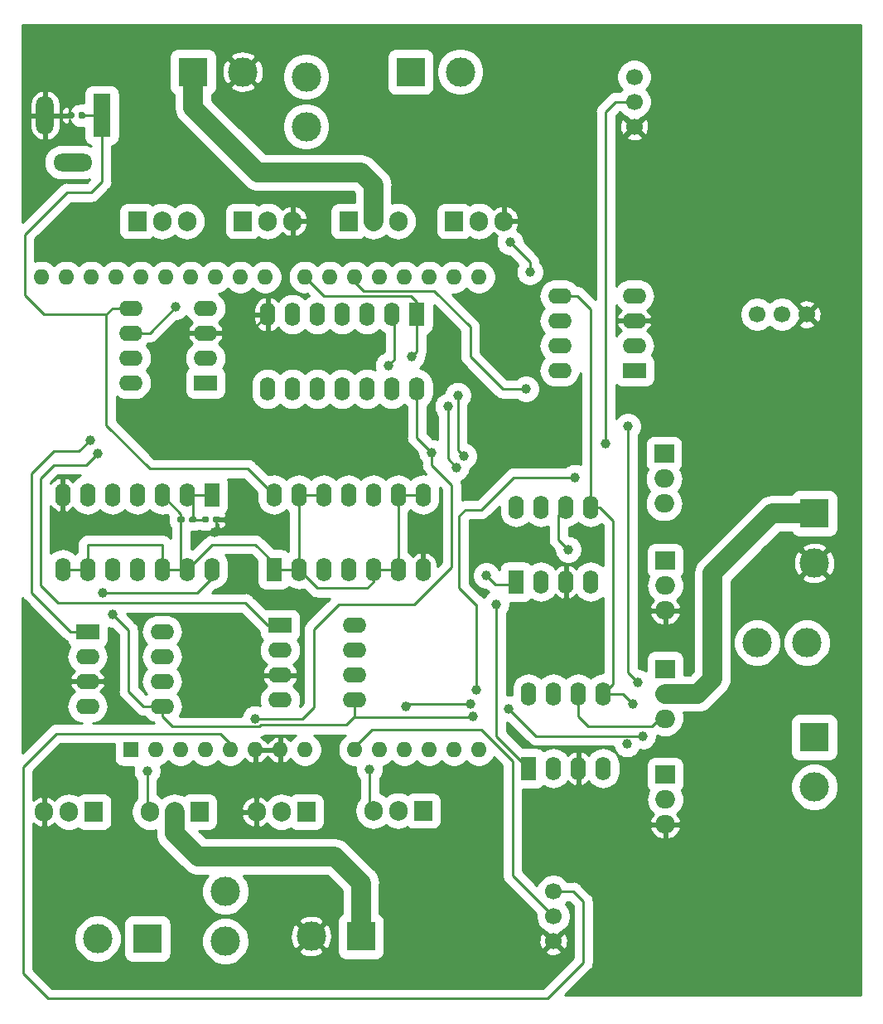
<source format=gbl>
%TF.GenerationSoftware,KiCad,Pcbnew,(5.1.9)-1*%
%TF.CreationDate,2022-08-01T09:46:19-03:00*%
%TF.ProjectId,PonteH,506f6e74-6548-42e6-9b69-6361645f7063,rev?*%
%TF.SameCoordinates,Original*%
%TF.FileFunction,Copper,L2,Bot*%
%TF.FilePolarity,Positive*%
%FSLAX46Y46*%
G04 Gerber Fmt 4.6, Leading zero omitted, Abs format (unit mm)*
G04 Created by KiCad (PCBNEW (5.1.9)-1) date 2022-08-01 09:46:19*
%MOMM*%
%LPD*%
G01*
G04 APERTURE LIST*
%TA.AperFunction,ComponentPad*%
%ADD10O,1.600000X1.600000*%
%TD*%
%TA.AperFunction,ComponentPad*%
%ADD11R,1.600000X1.600000*%
%TD*%
%TA.AperFunction,ComponentPad*%
%ADD12C,3.000000*%
%TD*%
%TA.AperFunction,ComponentPad*%
%ADD13R,3.000000X3.000000*%
%TD*%
%TA.AperFunction,ComponentPad*%
%ADD14R,1.800000X4.400000*%
%TD*%
%TA.AperFunction,ComponentPad*%
%ADD15O,1.800000X4.000000*%
%TD*%
%TA.AperFunction,ComponentPad*%
%ADD16O,4.000000X1.800000*%
%TD*%
%TA.AperFunction,ComponentPad*%
%ADD17O,1.905000X2.000000*%
%TD*%
%TA.AperFunction,ComponentPad*%
%ADD18R,1.905000X2.000000*%
%TD*%
%TA.AperFunction,ComponentPad*%
%ADD19O,2.000000X1.905000*%
%TD*%
%TA.AperFunction,ComponentPad*%
%ADD20R,2.000000X1.905000*%
%TD*%
%TA.AperFunction,ComponentPad*%
%ADD21O,1.600000X2.400000*%
%TD*%
%TA.AperFunction,ComponentPad*%
%ADD22R,1.600000X2.400000*%
%TD*%
%TA.AperFunction,ComponentPad*%
%ADD23O,2.400000X1.600000*%
%TD*%
%TA.AperFunction,ComponentPad*%
%ADD24R,2.400000X1.600000*%
%TD*%
%TA.AperFunction,ComponentPad*%
%ADD25C,1.700000*%
%TD*%
%TA.AperFunction,ViaPad*%
%ADD26C,1.000000*%
%TD*%
%TA.AperFunction,Conductor*%
%ADD27C,0.254000*%
%TD*%
%TA.AperFunction,Conductor*%
%ADD28C,2.000000*%
%TD*%
%TA.AperFunction,Conductor*%
%ADD29C,0.100000*%
%TD*%
G04 APERTURE END LIST*
%TO.P,R19,2*%
%TO.N,Net-(C13-Pad1)*%
%TA.AperFunction,SMDPad,CuDef*%
G36*
G01*
X77075000Y-92870000D02*
X77075000Y-92550000D01*
G75*
G02*
X77235000Y-92390000I160000J0D01*
G01*
X77630000Y-92390000D01*
G75*
G02*
X77790000Y-92550000I0J-160000D01*
G01*
X77790000Y-92870000D01*
G75*
G02*
X77630000Y-93030000I-160000J0D01*
G01*
X77235000Y-93030000D01*
G75*
G02*
X77075000Y-92870000I0J160000D01*
G01*
G37*
%TD.AperFunction*%
%TO.P,R19,1*%
%TO.N,Net-(R19-Pad1)*%
%TA.AperFunction,SMDPad,CuDef*%
G36*
G01*
X75880000Y-92870000D02*
X75880000Y-92550000D01*
G75*
G02*
X76040000Y-92390000I160000J0D01*
G01*
X76435000Y-92390000D01*
G75*
G02*
X76595000Y-92550000I0J-160000D01*
G01*
X76595000Y-92870000D01*
G75*
G02*
X76435000Y-93030000I-160000J0D01*
G01*
X76040000Y-93030000D01*
G75*
G02*
X75880000Y-92870000I0J160000D01*
G01*
G37*
%TD.AperFunction*%
%TD*%
%TO.P,C14,2*%
%TO.N,GND*%
%TA.AperFunction,SMDPad,CuDef*%
G36*
G01*
X65340700Y-51280000D02*
X65340700Y-51590000D01*
G75*
G02*
X65185700Y-51745000I-155000J0D01*
G01*
X64760700Y-51745000D01*
G75*
G02*
X64605700Y-51590000I0J155000D01*
G01*
X64605700Y-51280000D01*
G75*
G02*
X64760700Y-51125000I155000J0D01*
G01*
X65185700Y-51125000D01*
G75*
G02*
X65340700Y-51280000I0J-155000D01*
G01*
G37*
%TD.AperFunction*%
%TO.P,C14,1*%
%TO.N,+12V*%
%TA.AperFunction,SMDPad,CuDef*%
G36*
G01*
X66475700Y-51280000D02*
X66475700Y-51590000D01*
G75*
G02*
X66320700Y-51745000I-155000J0D01*
G01*
X65895700Y-51745000D01*
G75*
G02*
X65740700Y-51590000I0J155000D01*
G01*
X65740700Y-51280000D01*
G75*
G02*
X65895700Y-51125000I155000J0D01*
G01*
X66320700Y-51125000D01*
G75*
G02*
X66475700Y-51280000I0J-155000D01*
G01*
G37*
%TD.AperFunction*%
%TD*%
%TO.P,C13,2*%
%TO.N,GND*%
%TA.AperFunction,SMDPad,CuDef*%
G36*
G01*
X79507500Y-92865000D02*
X79507500Y-92555000D01*
G75*
G02*
X79662500Y-92400000I155000J0D01*
G01*
X80087500Y-92400000D01*
G75*
G02*
X80242500Y-92555000I0J-155000D01*
G01*
X80242500Y-92865000D01*
G75*
G02*
X80087500Y-93020000I-155000J0D01*
G01*
X79662500Y-93020000D01*
G75*
G02*
X79507500Y-92865000I0J155000D01*
G01*
G37*
%TD.AperFunction*%
%TO.P,C13,1*%
%TO.N,Net-(C13-Pad1)*%
%TA.AperFunction,SMDPad,CuDef*%
G36*
G01*
X78372500Y-92865000D02*
X78372500Y-92555000D01*
G75*
G02*
X78527500Y-92400000I155000J0D01*
G01*
X78952500Y-92400000D01*
G75*
G02*
X79107500Y-92555000I0J-155000D01*
G01*
X79107500Y-92865000D01*
G75*
G02*
X78952500Y-93020000I-155000J0D01*
G01*
X78527500Y-93020000D01*
G75*
G02*
X78372500Y-92865000I0J155000D01*
G01*
G37*
%TD.AperFunction*%
%TD*%
D10*
%TO.P,A1,16*%
%TO.N,N/C*%
X104140000Y-67945000D03*
%TO.P,A1,15*%
X106680000Y-67945000D03*
%TO.P,A1,30*%
X67060000Y-67945000D03*
%TO.P,A1,14*%
X106680000Y-116205000D03*
%TO.P,A1,29*%
X69600000Y-67945000D03*
%TO.P,A1,13*%
X104140000Y-116205000D03*
%TO.P,A1,28*%
X72140000Y-67945000D03*
%TO.P,A1,12*%
X101600000Y-116205000D03*
%TO.P,A1,27*%
X74680000Y-67945000D03*
%TO.P,A1,11*%
%TO.N,/ArduinoUno/Iz*%
X99060000Y-116205000D03*
%TO.P,A1,26*%
%TO.N,N/C*%
X77220000Y-67945000D03*
%TO.P,A1,10*%
%TO.N,/ArduinoUno/Iy*%
X96520000Y-116205000D03*
%TO.P,A1,25*%
%TO.N,N/C*%
X79760000Y-67945000D03*
%TO.P,A1,9*%
%TO.N,/ArduinoUno/Ix*%
X93980000Y-116205000D03*
%TO.P,A1,24*%
%TO.N,N/C*%
X82300000Y-67945000D03*
%TO.P,A1,8*%
X88900000Y-116205000D03*
%TO.P,A1,23*%
X84840000Y-67945000D03*
%TO.P,A1,7*%
%TO.N,GND*%
X86360000Y-116205000D03*
%TO.P,A1,22*%
%TO.N,/ArduinoUno/D7*%
X88900000Y-67945000D03*
%TO.P,A1,6*%
%TO.N,GND*%
X83820000Y-116205000D03*
%TO.P,A1,21*%
%TO.N,/ArduinoUno/D6*%
X91440000Y-67945000D03*
%TO.P,A1,5*%
%TO.N,+5V*%
X81280000Y-116205000D03*
%TO.P,A1,20*%
%TO.N,/ArduinoUno/D5*%
X93980000Y-67945000D03*
%TO.P,A1,4*%
%TO.N,N/C*%
X78740000Y-116205000D03*
%TO.P,A1,19*%
X96520000Y-67945000D03*
%TO.P,A1,3*%
X76200000Y-116205000D03*
%TO.P,A1,18*%
X99060000Y-67945000D03*
%TO.P,A1,2*%
X73660000Y-116205000D03*
%TO.P,A1,17*%
X101600000Y-67945000D03*
D11*
%TO.P,A1,1*%
X71120000Y-116205000D03*
D10*
%TO.P,A1,31*%
X64520000Y-67945000D03*
%TO.P,A1,32*%
X61980000Y-67945000D03*
%TD*%
D12*
%TO.P,J1,2*%
%TO.N,Net-(J1-Pad2)*%
X67716400Y-135509000D03*
D13*
%TO.P,J1,1*%
%TO.N,Net-(C2-Pad1)*%
X72796400Y-135509000D03*
%TD*%
D12*
%TO.P,J2,2*%
%TO.N,GND*%
X89535000Y-135255000D03*
D13*
%TO.P,J2,1*%
%TO.N,Net-(J2-Pad1)*%
X94615000Y-135255000D03*
%TD*%
D12*
%TO.P,J3,2*%
%TO.N,Net-(J3-Pad2)*%
X140970000Y-120015000D03*
D13*
%TO.P,J3,1*%
%TO.N,Net-(C6-Pad1)*%
X140970000Y-114935000D03*
%TD*%
D12*
%TO.P,J4,2*%
%TO.N,GND*%
X140970000Y-97155000D03*
D13*
%TO.P,J4,1*%
%TO.N,Net-(J4-Pad1)*%
X140970000Y-92075000D03*
%TD*%
D12*
%TO.P,J5,2*%
%TO.N,Net-(J5-Pad2)*%
X104775000Y-46990000D03*
D13*
%TO.P,J5,1*%
%TO.N,Net-(C10-Pad1)*%
X99695000Y-46990000D03*
%TD*%
D12*
%TO.P,J6,2*%
%TO.N,GND*%
X82550000Y-46990000D03*
D13*
%TO.P,J6,1*%
%TO.N,Net-(J6-Pad1)*%
X77470000Y-46990000D03*
%TD*%
D14*
%TO.P,J7,1*%
%TO.N,+12V*%
X68148200Y-51435000D03*
D15*
%TO.P,J7,2*%
%TO.N,GND*%
X62348200Y-51435000D03*
D16*
%TO.P,J7,3*%
%TO.N,N/C*%
X65148200Y-56235000D03*
%TD*%
D17*
%TO.P,Q1,3*%
%TO.N,Net-(C2-Pad1)*%
X73025000Y-122555000D03*
%TO.P,Q1,2*%
%TO.N,Net-(J2-Pad1)*%
X75565000Y-122555000D03*
D18*
%TO.P,Q1,1*%
%TO.N,Net-(Q1-Pad1)*%
X78105000Y-122555000D03*
%TD*%
D17*
%TO.P,Q2,3*%
%TO.N,GND*%
X62230000Y-122555000D03*
%TO.P,Q2,2*%
%TO.N,Net-(C2-Pad1)*%
X64770000Y-122555000D03*
D18*
%TO.P,Q2,1*%
%TO.N,Net-(Q2-Pad1)*%
X67310000Y-122555000D03*
%TD*%
D17*
%TO.P,Q3,3*%
%TO.N,Net-(C3-Pad1)*%
X95885000Y-122428000D03*
%TO.P,Q3,2*%
%TO.N,Net-(J2-Pad1)*%
X98425000Y-122428000D03*
D18*
%TO.P,Q3,1*%
%TO.N,Net-(Q3-Pad1)*%
X100965000Y-122428000D03*
%TD*%
D17*
%TO.P,Q4,3*%
%TO.N,GND*%
X83947000Y-122555000D03*
%TO.P,Q4,2*%
%TO.N,Net-(C3-Pad1)*%
X86487000Y-122555000D03*
D18*
%TO.P,Q4,1*%
%TO.N,Net-(Q4-Pad1)*%
X89027000Y-122555000D03*
%TD*%
D19*
%TO.P,Q5,3*%
%TO.N,Net-(C6-Pad1)*%
X125730000Y-113030000D03*
%TO.P,Q5,2*%
%TO.N,Net-(J4-Pad1)*%
X125730000Y-110490000D03*
D20*
%TO.P,Q5,1*%
%TO.N,Net-(Q5-Pad1)*%
X125730000Y-107950000D03*
%TD*%
D19*
%TO.P,Q6,3*%
%TO.N,GND*%
X125730000Y-123825000D03*
%TO.P,Q6,2*%
%TO.N,Net-(C6-Pad1)*%
X125730000Y-121285000D03*
D20*
%TO.P,Q6,1*%
%TO.N,Net-(Q6-Pad1)*%
X125730000Y-118745000D03*
%TD*%
D19*
%TO.P,Q7,3*%
%TO.N,Net-(C7-Pad1)*%
X125603000Y-91059000D03*
%TO.P,Q7,2*%
%TO.N,Net-(J4-Pad1)*%
X125603000Y-88519000D03*
D20*
%TO.P,Q7,1*%
%TO.N,Net-(Q7-Pad1)*%
X125603000Y-85979000D03*
%TD*%
D19*
%TO.P,Q8,3*%
%TO.N,GND*%
X125730000Y-101981000D03*
%TO.P,Q8,2*%
%TO.N,Net-(C7-Pad1)*%
X125730000Y-99441000D03*
D20*
%TO.P,Q8,1*%
%TO.N,Net-(Q8-Pad1)*%
X125730000Y-96901000D03*
%TD*%
D17*
%TO.P,Q9,3*%
%TO.N,Net-(C10-Pad1)*%
X98425000Y-62230000D03*
%TO.P,Q9,2*%
%TO.N,Net-(J6-Pad1)*%
X95885000Y-62230000D03*
D18*
%TO.P,Q9,1*%
%TO.N,Net-(Q9-Pad1)*%
X93345000Y-62230000D03*
%TD*%
D17*
%TO.P,Q10,3*%
%TO.N,GND*%
X109220000Y-62230000D03*
%TO.P,Q10,2*%
%TO.N,Net-(C10-Pad1)*%
X106680000Y-62230000D03*
D18*
%TO.P,Q10,1*%
%TO.N,Net-(Q10-Pad1)*%
X104140000Y-62230000D03*
%TD*%
D17*
%TO.P,Q11,3*%
%TO.N,Net-(C11-Pad1)*%
X76835000Y-62230000D03*
%TO.P,Q11,2*%
%TO.N,Net-(J6-Pad1)*%
X74295000Y-62230000D03*
D18*
%TO.P,Q11,1*%
%TO.N,Net-(Q11-Pad1)*%
X71755000Y-62230000D03*
%TD*%
D17*
%TO.P,Q12,3*%
%TO.N,GND*%
X87630000Y-62230000D03*
%TO.P,Q12,2*%
%TO.N,Net-(C11-Pad1)*%
X85090000Y-62230000D03*
D18*
%TO.P,Q12,1*%
%TO.N,Net-(Q12-Pad1)*%
X82550000Y-62230000D03*
%TD*%
D21*
%TO.P,U1,14*%
%TO.N,+5V*%
X100330000Y-79375000D03*
%TO.P,U1,7*%
%TO.N,GND*%
X85090000Y-71755000D03*
%TO.P,U1,13*%
%TO.N,N/C*%
X97790000Y-79375000D03*
%TO.P,U1,6*%
%TO.N,/PonteHz/ND5*%
X87630000Y-71755000D03*
%TO.P,U1,12*%
%TO.N,N/C*%
X95250000Y-79375000D03*
%TO.P,U1,5*%
%TO.N,/ArduinoUno/D5*%
X90170000Y-71755000D03*
%TO.P,U1,11*%
%TO.N,N/C*%
X92710000Y-79375000D03*
%TO.P,U1,4*%
%TO.N,/PonteHy/ND6*%
X92710000Y-71755000D03*
%TO.P,U1,10*%
%TO.N,N/C*%
X90170000Y-79375000D03*
%TO.P,U1,3*%
%TO.N,/ArduinoUno/D6*%
X95250000Y-71755000D03*
%TO.P,U1,9*%
%TO.N,N/C*%
X87630000Y-79375000D03*
%TO.P,U1,2*%
%TO.N,/PonteHx/ND7*%
X97790000Y-71755000D03*
%TO.P,U1,8*%
%TO.N,N/C*%
X85090000Y-79375000D03*
D22*
%TO.P,U1,1*%
%TO.N,/ArduinoUno/D7*%
X100330000Y-71755000D03*
%TD*%
D23*
%TO.P,U2,8*%
%TO.N,Net-(C2-Pad2)*%
X74295000Y-104140000D03*
%TO.P,U2,4*%
%TO.N,Net-(R3-Pad2)*%
X66675000Y-111760000D03*
%TO.P,U2,7*%
%TO.N,Net-(R2-Pad2)*%
X74295000Y-106680000D03*
%TO.P,U2,3*%
%TO.N,GND*%
X66675000Y-109220000D03*
%TO.P,U2,6*%
%TO.N,Net-(C2-Pad1)*%
X74295000Y-109220000D03*
%TO.P,U2,2*%
%TO.N,/ArduinoUno/D7*%
X66675000Y-106680000D03*
%TO.P,U2,5*%
%TO.N,+12V*%
X74295000Y-111760000D03*
D24*
%TO.P,U2,1*%
%TO.N,/ArduinoUno/D7*%
X66675000Y-104140000D03*
%TD*%
D25*
%TO.P,U3,VCC*%
%TO.N,+5V*%
X114300000Y-130683000D03*
%TO.P,U3,OUT*%
%TO.N,/ArduinoUno/Ix*%
X114300000Y-133223000D03*
%TO.P,U3,GND*%
%TO.N,GND*%
X114300000Y-135763000D03*
D12*
%TO.P,U3,I+*%
%TO.N,Net-(J1-Pad2)*%
X80772000Y-130683000D03*
%TO.P,U3,I-*%
%TO.N,Net-(C3-Pad1)*%
X80772000Y-135763000D03*
%TD*%
D23*
%TO.P,U4,8*%
%TO.N,Net-(C3-Pad2)*%
X93980000Y-103505000D03*
%TO.P,U4,4*%
%TO.N,Net-(R5-Pad1)*%
X86360000Y-111125000D03*
%TO.P,U4,7*%
%TO.N,Net-(R4-Pad1)*%
X93980000Y-106045000D03*
%TO.P,U4,3*%
%TO.N,GND*%
X86360000Y-108585000D03*
%TO.P,U4,6*%
%TO.N,Net-(C3-Pad1)*%
X93980000Y-108585000D03*
%TO.P,U4,2*%
%TO.N,/PonteHx/ND7*%
X86360000Y-106045000D03*
%TO.P,U4,5*%
%TO.N,+12V*%
X93980000Y-111125000D03*
D24*
%TO.P,U4,1*%
%TO.N,/PonteHx/ND7*%
X86360000Y-103505000D03*
%TD*%
D21*
%TO.P,U5,8*%
%TO.N,Net-(C6-Pad2)*%
X111760000Y-110490000D03*
%TO.P,U5,4*%
%TO.N,Net-(R9-Pad2)*%
X119380000Y-118110000D03*
%TO.P,U5,7*%
%TO.N,Net-(R8-Pad2)*%
X114300000Y-110490000D03*
%TO.P,U5,3*%
%TO.N,GND*%
X116840000Y-118110000D03*
%TO.P,U5,6*%
%TO.N,Net-(C6-Pad1)*%
X116840000Y-110490000D03*
%TO.P,U5,2*%
%TO.N,/ArduinoUno/D6*%
X114300000Y-118110000D03*
%TO.P,U5,5*%
%TO.N,+12V*%
X119380000Y-110490000D03*
D22*
%TO.P,U5,1*%
%TO.N,/ArduinoUno/D6*%
X111760000Y-118110000D03*
%TD*%
D25*
%TO.P,U6,VCC*%
%TO.N,+5V*%
X135128000Y-71755000D03*
%TO.P,U6,OUT*%
%TO.N,/ArduinoUno/Iy*%
X137668000Y-71755000D03*
%TO.P,U6,GND*%
%TO.N,GND*%
X140208000Y-71755000D03*
D12*
%TO.P,U6,I+*%
%TO.N,Net-(J3-Pad2)*%
X135128000Y-105283000D03*
%TO.P,U6,I-*%
%TO.N,Net-(C7-Pad1)*%
X140208000Y-105283000D03*
%TD*%
D21*
%TO.P,U7,8*%
%TO.N,Net-(C7-Pad2)*%
X110490000Y-91440000D03*
%TO.P,U7,4*%
%TO.N,Net-(R11-Pad1)*%
X118110000Y-99060000D03*
%TO.P,U7,7*%
%TO.N,Net-(R10-Pad1)*%
X113030000Y-91440000D03*
%TO.P,U7,3*%
%TO.N,GND*%
X115570000Y-99060000D03*
%TO.P,U7,6*%
%TO.N,Net-(C7-Pad1)*%
X115570000Y-91440000D03*
%TO.P,U7,2*%
%TO.N,/PonteHy/ND6*%
X113030000Y-99060000D03*
%TO.P,U7,5*%
%TO.N,+12V*%
X118110000Y-91440000D03*
D22*
%TO.P,U7,1*%
%TO.N,/PonteHy/ND6*%
X110490000Y-99060000D03*
%TD*%
D23*
%TO.P,U8,8*%
%TO.N,Net-(C10-Pad2)*%
X114935000Y-77470000D03*
%TO.P,U8,4*%
%TO.N,Net-(R15-Pad2)*%
X122555000Y-69850000D03*
%TO.P,U8,7*%
%TO.N,Net-(R14-Pad2)*%
X114935000Y-74930000D03*
%TO.P,U8,3*%
%TO.N,GND*%
X122555000Y-72390000D03*
%TO.P,U8,6*%
%TO.N,Net-(C10-Pad1)*%
X114935000Y-72390000D03*
%TO.P,U8,2*%
%TO.N,/ArduinoUno/D5*%
X122555000Y-74930000D03*
%TO.P,U8,5*%
%TO.N,+12V*%
X114935000Y-69850000D03*
D24*
%TO.P,U8,1*%
%TO.N,/ArduinoUno/D5*%
X122555000Y-77470000D03*
%TD*%
D25*
%TO.P,U9,VCC*%
%TO.N,+5V*%
X122555000Y-47498000D03*
%TO.P,U9,OUT*%
%TO.N,/ArduinoUno/Iz*%
X122555000Y-50038000D03*
%TO.P,U9,GND*%
%TO.N,GND*%
X122555000Y-52578000D03*
D12*
%TO.P,U9,I+*%
%TO.N,Net-(J5-Pad2)*%
X89027000Y-47498000D03*
%TO.P,U9,I-*%
%TO.N,Net-(C11-Pad1)*%
X89027000Y-52578000D03*
%TD*%
D23*
%TO.P,U10,8*%
%TO.N,Net-(C11-Pad2)*%
X71120000Y-78740000D03*
%TO.P,U10,4*%
%TO.N,Net-(R17-Pad1)*%
X78740000Y-71120000D03*
%TO.P,U10,7*%
%TO.N,Net-(R16-Pad1)*%
X71120000Y-76200000D03*
%TO.P,U10,3*%
%TO.N,GND*%
X78740000Y-73660000D03*
%TO.P,U10,6*%
%TO.N,Net-(C11-Pad1)*%
X71120000Y-73660000D03*
%TO.P,U10,2*%
%TO.N,/PonteHz/ND5*%
X78740000Y-76200000D03*
%TO.P,U10,5*%
%TO.N,+12V*%
X71120000Y-71120000D03*
D24*
%TO.P,U10,1*%
%TO.N,/PonteHz/ND5*%
X78740000Y-78740000D03*
%TD*%
D21*
%TO.P,U11,14*%
%TO.N,+12V*%
X79375000Y-97790000D03*
%TO.P,U11,7*%
%TO.N,GND*%
X64135000Y-90170000D03*
%TO.P,U11,13*%
%TO.N,Net-(R19-Pad1)*%
X76835000Y-97790000D03*
%TO.P,U11,6*%
%TO.N,N/C*%
X66675000Y-90170000D03*
%TO.P,U11,12*%
%TO.N,Net-(R19-Pad1)*%
X74295000Y-97790000D03*
%TO.P,U11,5*%
%TO.N,N/C*%
X69215000Y-90170000D03*
%TO.P,U11,11*%
%TO.N,/Ociladores/XB*%
X71755000Y-97790000D03*
%TO.P,U11,4*%
%TO.N,N/C*%
X71755000Y-90170000D03*
%TO.P,U11,10*%
%TO.N,/Ociladores/XA*%
X69215000Y-97790000D03*
%TO.P,U11,3*%
%TO.N,Net-(R19-Pad1)*%
X74295000Y-90170000D03*
%TO.P,U11,9*%
X66675000Y-97790000D03*
%TO.P,U11,2*%
%TO.N,Net-(C13-Pad1)*%
X76835000Y-90170000D03*
%TO.P,U11,8*%
%TO.N,Net-(R19-Pad1)*%
X64135000Y-97790000D03*
D22*
%TO.P,U11,1*%
%TO.N,Net-(C13-Pad1)*%
X79375000Y-90170000D03*
%TD*%
D21*
%TO.P,U12,14*%
%TO.N,+12V*%
X85725000Y-90170000D03*
%TO.P,U12,7*%
%TO.N,GND*%
X100965000Y-97790000D03*
%TO.P,U12,13*%
%TO.N,Net-(R19-Pad1)*%
X88265000Y-90170000D03*
%TO.P,U12,6*%
X98425000Y-97790000D03*
%TO.P,U12,12*%
X90805000Y-90170000D03*
%TO.P,U12,5*%
X95885000Y-97790000D03*
%TO.P,U12,11*%
%TO.N,/Ociladores/ZB*%
X93345000Y-90170000D03*
%TO.P,U12,4*%
%TO.N,/Ociladores/YB*%
X93345000Y-97790000D03*
%TO.P,U12,10*%
%TO.N,/Ociladores/ZA*%
X95885000Y-90170000D03*
%TO.P,U12,3*%
%TO.N,/Ociladores/YA*%
X90805000Y-97790000D03*
%TO.P,U12,9*%
%TO.N,Net-(R19-Pad1)*%
X98425000Y-90170000D03*
%TO.P,U12,2*%
X88265000Y-97790000D03*
%TO.P,U12,8*%
X100965000Y-90170000D03*
D22*
%TO.P,U12,1*%
X85725000Y-97790000D03*
%TD*%
D26*
%TO.N,/ArduinoUno/D5*%
X111506000Y-79375000D03*
%TO.N,+5V*%
X101854000Y-85852000D03*
X83820000Y-113030000D03*
%TO.N,/ArduinoUno/D6*%
X104521000Y-80010000D03*
X105156000Y-86233000D03*
X108458000Y-101346000D03*
%TO.N,GND*%
X79629000Y-93980000D03*
X101473000Y-94615000D03*
X110109000Y-94996000D03*
X106299000Y-94742000D03*
%TO.N,/ArduinoUno/D7*%
X66929000Y-84582000D03*
X99822000Y-76073000D03*
%TO.N,/ArduinoUno/Iy*%
X121920000Y-83185000D03*
X122936000Y-109347000D03*
X123444000Y-114808000D03*
X109728000Y-112014000D03*
X105791000Y-111506000D03*
X99187000Y-111760000D03*
%TO.N,/ArduinoUno/Iz*%
X106426000Y-110109000D03*
X116459000Y-88392000D03*
X119634000Y-84963000D03*
%TO.N,Net-(C2-Pad1)*%
X72771000Y-118364000D03*
%TO.N,Net-(C3-Pad1)*%
X95504000Y-118237000D03*
%TO.N,Net-(C7-Pad1)*%
X115824000Y-95758000D03*
%TO.N,Net-(C10-Pad1)*%
X111887000Y-67437000D03*
X109855000Y-64389000D03*
%TO.N,Net-(C11-Pad1)*%
X75692000Y-70993000D03*
%TO.N,+12V*%
X122428000Y-111506000D03*
X106045000Y-112776000D03*
X68199000Y-100203000D03*
X69215000Y-102362000D03*
X121838827Y-115635010D03*
%TO.N,/PonteHx/ND7*%
X67691000Y-85979000D03*
X97409000Y-76962000D03*
%TO.N,/PonteHy/ND6*%
X103505000Y-81153000D03*
X104394000Y-87376000D03*
X107442000Y-98425000D03*
%TD*%
D27*
%TO.N,/ArduinoUno/D5*%
X93980000Y-67945000D02*
X93980000Y-68453000D01*
X93980000Y-68453000D02*
X94869000Y-69342000D01*
X94869000Y-69342000D02*
X102108000Y-69342000D01*
X102108000Y-69342000D02*
X105791000Y-73025000D01*
X105791000Y-73025000D02*
X105791000Y-76073000D01*
X109093000Y-79375000D02*
X111506000Y-79375000D01*
X105791000Y-76073000D02*
X109093000Y-79375000D01*
%TO.N,+5V*%
X100330000Y-84328000D02*
X100330000Y-79375000D01*
X101854000Y-85852000D02*
X100330000Y-84328000D01*
X116332000Y-130683000D02*
X114300000Y-130683000D01*
X117348000Y-131699000D02*
X116332000Y-130683000D01*
X117348000Y-137922000D02*
X117348000Y-131699000D01*
X113665000Y-141605000D02*
X117348000Y-137922000D01*
X62611000Y-141605000D02*
X113665000Y-141605000D01*
X60071000Y-117983000D02*
X60071000Y-139065000D01*
X80264000Y-114554000D02*
X63500000Y-114554000D01*
X81280000Y-115570000D02*
X80264000Y-114554000D01*
X60071000Y-139065000D02*
X62611000Y-141605000D01*
X63500000Y-114554000D02*
X60071000Y-117983000D01*
X81280000Y-116205000D02*
X81280000Y-115570000D01*
X101854000Y-85852000D02*
X101854000Y-87122000D01*
X101854000Y-87122000D02*
X103886000Y-89154000D01*
X103886000Y-89154000D02*
X103886000Y-97536000D01*
X103886000Y-97536000D02*
X100076000Y-101346000D01*
X100076000Y-101346000D02*
X92329000Y-101346000D01*
X89789000Y-103886000D02*
X89789000Y-111887000D01*
X92329000Y-101346000D02*
X89789000Y-103886000D01*
X88646000Y-113030000D02*
X89789000Y-111887000D01*
X83820000Y-113030000D02*
X88646000Y-113030000D01*
%TO.N,/ArduinoUno/D6*%
X104521000Y-85598000D02*
X105156000Y-86233000D01*
X104521000Y-80010000D02*
X104521000Y-85598000D01*
X108458000Y-114808000D02*
X111760000Y-118110000D01*
X108458000Y-101346000D02*
X108458000Y-114808000D01*
%TO.N,GND*%
X62348200Y-51435000D02*
X64973200Y-51435000D01*
X83185000Y-73660000D02*
X85090000Y-71755000D01*
X78740000Y-73660000D02*
X83185000Y-73660000D01*
X79875000Y-93734000D02*
X79629000Y-93980000D01*
X79875000Y-92710000D02*
X79875000Y-93734000D01*
X109855000Y-94742000D02*
X110109000Y-94996000D01*
X106299000Y-94742000D02*
X109855000Y-94742000D01*
%TO.N,/ArduinoUno/D7*%
X100330000Y-70485000D02*
X100330000Y-71755000D01*
X99695000Y-69850000D02*
X100330000Y-70485000D01*
X90805000Y-69850000D02*
X99695000Y-69850000D01*
X88900000Y-67945000D02*
X90805000Y-69850000D01*
X66675000Y-104140000D02*
X64897000Y-104140000D01*
X64897000Y-104140000D02*
X60960000Y-100203000D01*
X60960000Y-100203000D02*
X60960000Y-88011000D01*
X60960000Y-88011000D02*
X63246000Y-85725000D01*
X65786000Y-85725000D02*
X66929000Y-84582000D01*
X63246000Y-85725000D02*
X65786000Y-85725000D01*
X100330000Y-75565000D02*
X99822000Y-76073000D01*
X100330000Y-71755000D02*
X100330000Y-75565000D01*
%TO.N,/ArduinoUno/Ix*%
X114300000Y-133223000D02*
X110109000Y-129032000D01*
X110109000Y-129032000D02*
X110109000Y-117348000D01*
X110109000Y-117348000D02*
X106934000Y-114173000D01*
X106934000Y-114173000D02*
X95758000Y-114173000D01*
X93980000Y-115951000D02*
X93980000Y-116205000D01*
X95758000Y-114173000D02*
X93980000Y-115951000D01*
%TO.N,/ArduinoUno/Iy*%
X121920000Y-83185000D02*
X121920000Y-108331000D01*
X121920000Y-108331000D02*
X122936000Y-109347000D01*
X123444000Y-114808000D02*
X112522000Y-114808000D01*
X112522000Y-114808000D02*
X109728000Y-112014000D01*
X99441000Y-111506000D02*
X99187000Y-111760000D01*
X105791000Y-111506000D02*
X99441000Y-111506000D01*
%TO.N,/ArduinoUno/Iz*%
X110236000Y-88392000D02*
X116459000Y-88392000D01*
X120650000Y-50038000D02*
X122555000Y-50038000D01*
X119634000Y-51054000D02*
X120650000Y-50038000D01*
X119634000Y-84963000D02*
X119634000Y-51054000D01*
X106934000Y-91694000D02*
X105283000Y-91694000D01*
X106934000Y-91694000D02*
X110236000Y-88392000D01*
X105283000Y-91694000D02*
X104648000Y-92329000D01*
X104648000Y-92329000D02*
X104648000Y-99695000D01*
X106299000Y-101346000D02*
X106426000Y-101346000D01*
X104648000Y-99695000D02*
X106299000Y-101346000D01*
X106426000Y-110109000D02*
X106426000Y-101346000D01*
%TO.N,Net-(C2-Pad1)*%
X72771000Y-122301000D02*
X73025000Y-122555000D01*
X72771000Y-118364000D02*
X72771000Y-122301000D01*
%TO.N,Net-(C3-Pad1)*%
X95504000Y-122047000D02*
X95885000Y-122428000D01*
X95504000Y-118237000D02*
X95504000Y-122047000D01*
%TO.N,Net-(C6-Pad1)*%
X125730000Y-113030000D02*
X125095000Y-113030000D01*
X125095000Y-113030000D02*
X124333000Y-113792000D01*
X124333000Y-113792000D02*
X117856000Y-113792000D01*
X116840000Y-112776000D02*
X116840000Y-110490000D01*
X117856000Y-113792000D02*
X116840000Y-112776000D01*
%TO.N,Net-(C7-Pad1)*%
X115570000Y-91440000D02*
X115570000Y-91059000D01*
X115824000Y-95758000D02*
X114808000Y-94742000D01*
X114808000Y-92202000D02*
X115570000Y-91440000D01*
X114808000Y-94742000D02*
X114808000Y-92202000D01*
%TO.N,Net-(C10-Pad1)*%
X111887000Y-66421000D02*
X109855000Y-64389000D01*
X111887000Y-67437000D02*
X111887000Y-66421000D01*
%TO.N,Net-(C11-Pad1)*%
X71120000Y-73660000D02*
X73025000Y-73660000D01*
X73025000Y-73660000D02*
X75692000Y-70993000D01*
%TO.N,Net-(C13-Pad1)*%
X77432500Y-90767500D02*
X76835000Y-90170000D01*
X77432500Y-92710000D02*
X77432500Y-90767500D01*
X77432500Y-92710000D02*
X78740000Y-92710000D01*
X79375000Y-90170000D02*
X76835000Y-90170000D01*
%TO.N,+12V*%
X66108200Y-51435000D02*
X68148200Y-51435000D01*
X121412000Y-110490000D02*
X119380000Y-110490000D01*
X122428000Y-111506000D02*
X121412000Y-110490000D01*
X118110000Y-91440000D02*
X118999000Y-91440000D01*
X118999000Y-91440000D02*
X120396000Y-92837000D01*
X120396000Y-109474000D02*
X119380000Y-110490000D01*
X120396000Y-92837000D02*
X120396000Y-109474000D01*
X118110000Y-91440000D02*
X118110000Y-71247000D01*
X116713000Y-69850000D02*
X114935000Y-69850000D01*
X118110000Y-71247000D02*
X116713000Y-69850000D01*
X93980000Y-112776000D02*
X93980000Y-111125000D01*
X105918000Y-112903000D02*
X106045000Y-112776000D01*
X93853000Y-112903000D02*
X105918000Y-112903000D01*
X93853000Y-112903000D02*
X93980000Y-112776000D01*
X79375000Y-97790000D02*
X79375000Y-98679000D01*
X77851000Y-100203000D02*
X68199000Y-100203000D01*
X79375000Y-98679000D02*
X77851000Y-100203000D01*
X69215000Y-102362000D02*
X70866000Y-104013000D01*
X70866000Y-104013000D02*
X70866000Y-110236000D01*
X72390000Y-111760000D02*
X74295000Y-111760000D01*
X70866000Y-110236000D02*
X72390000Y-111760000D01*
X71120000Y-71120000D02*
X69215000Y-71120000D01*
X69215000Y-71120000D02*
X68580000Y-71755000D01*
X68580000Y-71755000D02*
X68580000Y-83058000D01*
X68580000Y-83058000D02*
X73025000Y-87503000D01*
X83058000Y-87503000D02*
X85725000Y-90170000D01*
X73025000Y-87503000D02*
X83058000Y-87503000D01*
X74295000Y-111760000D02*
X74295000Y-112814000D01*
X74295000Y-112814000D02*
X75338001Y-113857001D01*
X75338001Y-113857001D02*
X84216961Y-113857001D01*
X93091000Y-113665000D02*
X93853000Y-112903000D01*
X84216961Y-113857001D02*
X84408962Y-113665000D01*
X84408962Y-113665000D02*
X93091000Y-113665000D01*
X122047000Y-115843183D02*
X121838827Y-115635010D01*
X68580000Y-71755000D02*
X62230000Y-71755000D01*
X62230000Y-71755000D02*
X60248800Y-69773800D01*
X60248800Y-69773800D02*
X60248800Y-63627000D01*
X60248800Y-63627000D02*
X64566800Y-59309000D01*
X64566800Y-59309000D02*
X67056000Y-59309000D01*
X68148200Y-58216800D02*
X68148200Y-51435000D01*
X67056000Y-59309000D02*
X68148200Y-58216800D01*
D28*
%TO.N,Net-(J2-Pad1)*%
X94615000Y-135255000D02*
X94615000Y-129794000D01*
X94615000Y-129794000D02*
X91948000Y-127127000D01*
X91948000Y-127127000D02*
X77978000Y-127127000D01*
X75565000Y-124714000D02*
X75565000Y-122555000D01*
X77978000Y-127127000D02*
X75565000Y-124714000D01*
%TO.N,Net-(J4-Pad1)*%
X140970000Y-92075000D02*
X136652000Y-92075000D01*
X136652000Y-92075000D02*
X130556000Y-98171000D01*
X130556000Y-98171000D02*
X130556000Y-108966000D01*
X129032000Y-110490000D02*
X125730000Y-110490000D01*
X130556000Y-108966000D02*
X129032000Y-110490000D01*
%TO.N,Net-(J6-Pad1)*%
X77470000Y-46990000D02*
X77470000Y-50673000D01*
X77470000Y-50673000D02*
X84074000Y-57277000D01*
X84074000Y-57277000D02*
X94615000Y-57277000D01*
X95885000Y-58547000D02*
X95885000Y-62230000D01*
X94615000Y-57277000D02*
X95885000Y-58547000D01*
D27*
%TO.N,Net-(R19-Pad1)*%
X76237500Y-92112500D02*
X74295000Y-90170000D01*
X76237500Y-92710000D02*
X76237500Y-92112500D01*
X76835000Y-97790000D02*
X74295000Y-97790000D01*
X76237500Y-97192500D02*
X76835000Y-97790000D01*
X76237500Y-92710000D02*
X76237500Y-97192500D01*
X64135000Y-97790000D02*
X66675000Y-97790000D01*
X95885000Y-97790000D02*
X98425000Y-97790000D01*
X88265000Y-97790000D02*
X85725000Y-97790000D01*
X88265000Y-97790000D02*
X88265000Y-90170000D01*
X88265000Y-90170000D02*
X90805000Y-90170000D01*
X74295000Y-97790000D02*
X74295000Y-95250000D01*
X74295000Y-95250000D02*
X66675000Y-95250000D01*
X66675000Y-95250000D02*
X66675000Y-97790000D01*
X98425000Y-97790000D02*
X98425000Y-90170000D01*
X98425000Y-90170000D02*
X100965000Y-90170000D01*
X95885000Y-97790000D02*
X95885000Y-99060000D01*
X95885000Y-99060000D02*
X95250000Y-99695000D01*
X90170000Y-99695000D02*
X88265000Y-97790000D01*
X95250000Y-99695000D02*
X90170000Y-99695000D01*
X85725000Y-97790000D02*
X85725000Y-97155000D01*
X85725000Y-97155000D02*
X83820000Y-95250000D01*
X79375000Y-95250000D02*
X76835000Y-97790000D01*
X83820000Y-95250000D02*
X79375000Y-95250000D01*
%TO.N,/PonteHx/ND7*%
X86360000Y-103505000D02*
X85090000Y-103505000D01*
X85090000Y-103505000D02*
X82804000Y-101219000D01*
X82804000Y-101219000D02*
X63627000Y-101219000D01*
X63627000Y-101219000D02*
X61849000Y-99441000D01*
X61849000Y-99441000D02*
X61849000Y-88519000D01*
X63246000Y-87122000D02*
X63754000Y-87122000D01*
X61849000Y-88519000D02*
X63246000Y-87122000D01*
X63754000Y-87122000D02*
X66548000Y-87122000D01*
X66548000Y-87122000D02*
X67691000Y-85979000D01*
X97409000Y-76962000D02*
X98044000Y-76327000D01*
X98044000Y-72009000D02*
X97790000Y-71755000D01*
X98044000Y-76327000D02*
X98044000Y-72009000D01*
%TO.N,/PonteHy/ND6*%
X103505000Y-86487000D02*
X104394000Y-87376000D01*
X103505000Y-81153000D02*
X103505000Y-86487000D01*
X107442000Y-98425000D02*
X108331000Y-99314000D01*
X110236000Y-99314000D02*
X110490000Y-99060000D01*
X108331000Y-99314000D02*
X110236000Y-99314000D01*
%TD*%
%TO.N,GND*%
X145725000Y-141280000D02*
X115491894Y-141280000D01*
X118062057Y-138709838D01*
X118102581Y-138676581D01*
X118235293Y-138514870D01*
X118333907Y-138330376D01*
X118394633Y-138130188D01*
X118397171Y-138104424D01*
X118415139Y-137922000D01*
X118410000Y-137869826D01*
X118410000Y-131751166D01*
X118415138Y-131699000D01*
X118394633Y-131490811D01*
X118365042Y-131393263D01*
X118333907Y-131290624D01*
X118235293Y-131106130D01*
X118102581Y-130944419D01*
X118062057Y-130911162D01*
X117119842Y-129968948D01*
X117086581Y-129928419D01*
X116924870Y-129795707D01*
X116740376Y-129697093D01*
X116540188Y-129636367D01*
X116332000Y-129615862D01*
X116279834Y-129621000D01*
X115737196Y-129621000D01*
X115686500Y-129545129D01*
X115437871Y-129296500D01*
X115145515Y-129101153D01*
X114820665Y-128966596D01*
X114475807Y-128898000D01*
X114124193Y-128898000D01*
X113779335Y-128966596D01*
X113454485Y-129101153D01*
X113162129Y-129296500D01*
X112913500Y-129545129D01*
X112718153Y-129837485D01*
X112629766Y-130050871D01*
X111171000Y-128592106D01*
X111171000Y-124197980D01*
X124139437Y-124197980D01*
X124210429Y-124416094D01*
X124354031Y-124691923D01*
X124548685Y-124934437D01*
X124786911Y-125134316D01*
X125059554Y-125283879D01*
X125356137Y-125377378D01*
X125603000Y-125250570D01*
X125603000Y-123952000D01*
X125857000Y-123952000D01*
X125857000Y-125250570D01*
X126103863Y-125377378D01*
X126400446Y-125283879D01*
X126673089Y-125134316D01*
X126911315Y-124934437D01*
X127105969Y-124691923D01*
X127249571Y-124416094D01*
X127320563Y-124197980D01*
X127200594Y-123952000D01*
X125857000Y-123952000D01*
X125603000Y-123952000D01*
X124259406Y-123952000D01*
X124139437Y-124197980D01*
X111171000Y-124197980D01*
X111171000Y-121285000D01*
X123785868Y-121285000D01*
X123822311Y-121655015D01*
X123930241Y-122010810D01*
X124105508Y-122338712D01*
X124341379Y-122626121D01*
X124509639Y-122764209D01*
X124354031Y-122958077D01*
X124210429Y-123233906D01*
X124139437Y-123452020D01*
X124259406Y-123698000D01*
X125603000Y-123698000D01*
X125603000Y-123678000D01*
X125857000Y-123678000D01*
X125857000Y-123698000D01*
X127200594Y-123698000D01*
X127320563Y-123452020D01*
X127249571Y-123233906D01*
X127105969Y-122958077D01*
X126950361Y-122764209D01*
X127118621Y-122626121D01*
X127354492Y-122338712D01*
X127529759Y-122010810D01*
X127637689Y-121655015D01*
X127674132Y-121285000D01*
X127637689Y-120914985D01*
X127529759Y-120559190D01*
X127412470Y-120339757D01*
X127511186Y-120219472D01*
X127598007Y-120057040D01*
X127651471Y-119880792D01*
X127661873Y-119775173D01*
X138535000Y-119775173D01*
X138535000Y-120254827D01*
X138628576Y-120725263D01*
X138812131Y-121168405D01*
X139078612Y-121567222D01*
X139417778Y-121906388D01*
X139816595Y-122172869D01*
X140259737Y-122356424D01*
X140730173Y-122450000D01*
X141209827Y-122450000D01*
X141680263Y-122356424D01*
X142123405Y-122172869D01*
X142522222Y-121906388D01*
X142861388Y-121567222D01*
X143127869Y-121168405D01*
X143311424Y-120725263D01*
X143405000Y-120254827D01*
X143405000Y-119775173D01*
X143311424Y-119304737D01*
X143127869Y-118861595D01*
X142861388Y-118462778D01*
X142522222Y-118123612D01*
X142123405Y-117857131D01*
X141680263Y-117673576D01*
X141209827Y-117580000D01*
X140730173Y-117580000D01*
X140259737Y-117673576D01*
X139816595Y-117857131D01*
X139417778Y-118123612D01*
X139078612Y-118462778D01*
X138812131Y-118861595D01*
X138628576Y-119304737D01*
X138535000Y-119775173D01*
X127661873Y-119775173D01*
X127669524Y-119697500D01*
X127669524Y-117792500D01*
X127651471Y-117609208D01*
X127598007Y-117432960D01*
X127511186Y-117270528D01*
X127394344Y-117128156D01*
X127251972Y-117011314D01*
X127089540Y-116924493D01*
X126913292Y-116871029D01*
X126730000Y-116852976D01*
X124730000Y-116852976D01*
X124546708Y-116871029D01*
X124370460Y-116924493D01*
X124208028Y-117011314D01*
X124065656Y-117128156D01*
X123948814Y-117270528D01*
X123861993Y-117432960D01*
X123808529Y-117609208D01*
X123790476Y-117792500D01*
X123790476Y-119697500D01*
X123808529Y-119880792D01*
X123861993Y-120057040D01*
X123948814Y-120219472D01*
X124047530Y-120339757D01*
X123930241Y-120559190D01*
X123822311Y-120914985D01*
X123785868Y-121285000D01*
X111171000Y-121285000D01*
X111171000Y-120249524D01*
X112560000Y-120249524D01*
X112743292Y-120231471D01*
X112919540Y-120178007D01*
X113081972Y-120091186D01*
X113224344Y-119974344D01*
X113274679Y-119913011D01*
X113331423Y-119959579D01*
X113632833Y-120120686D01*
X113959882Y-120219895D01*
X114300000Y-120253394D01*
X114640119Y-120219895D01*
X114967168Y-120120686D01*
X115268578Y-119959579D01*
X115532766Y-119742766D01*
X115749579Y-119478578D01*
X115760965Y-119457276D01*
X115915105Y-119614500D01*
X116148354Y-119773715D01*
X116408182Y-119884367D01*
X116490961Y-119901904D01*
X116713000Y-119779915D01*
X116713000Y-118237000D01*
X116693000Y-118237000D01*
X116693000Y-117983000D01*
X116713000Y-117983000D01*
X116713000Y-116440085D01*
X116967000Y-116440085D01*
X116967000Y-117983000D01*
X116987000Y-117983000D01*
X116987000Y-118237000D01*
X116967000Y-118237000D01*
X116967000Y-119779915D01*
X117189039Y-119901904D01*
X117271818Y-119884367D01*
X117531646Y-119773715D01*
X117764895Y-119614500D01*
X117919035Y-119457276D01*
X117930421Y-119478578D01*
X118147235Y-119742766D01*
X118411423Y-119959579D01*
X118712833Y-120120686D01*
X119039882Y-120219895D01*
X119380000Y-120253394D01*
X119720119Y-120219895D01*
X120047168Y-120120686D01*
X120348578Y-119959579D01*
X120612766Y-119742766D01*
X120829579Y-119478578D01*
X120990686Y-119177168D01*
X121089895Y-118850119D01*
X121115000Y-118595224D01*
X121115000Y-117624775D01*
X121089895Y-117369881D01*
X120990686Y-117042832D01*
X120829579Y-116741422D01*
X120612766Y-116477234D01*
X120348577Y-116260421D01*
X120047167Y-116099314D01*
X119720118Y-116000105D01*
X119380000Y-115966606D01*
X119039881Y-116000105D01*
X118712832Y-116099314D01*
X118411422Y-116260421D01*
X118147234Y-116477234D01*
X117930421Y-116741423D01*
X117919035Y-116762724D01*
X117764895Y-116605500D01*
X117531646Y-116446285D01*
X117271818Y-116335633D01*
X117189039Y-116318096D01*
X116967000Y-116440085D01*
X116713000Y-116440085D01*
X116490961Y-116318096D01*
X116408182Y-116335633D01*
X116148354Y-116446285D01*
X115915105Y-116605500D01*
X115760965Y-116762724D01*
X115749579Y-116741422D01*
X115532766Y-116477234D01*
X115268577Y-116260421D01*
X114967167Y-116099314D01*
X114640118Y-116000105D01*
X114300000Y-115966606D01*
X113959881Y-116000105D01*
X113632832Y-116099314D01*
X113331422Y-116260421D01*
X113274679Y-116306989D01*
X113224344Y-116245656D01*
X113081972Y-116128814D01*
X112919540Y-116041993D01*
X112743292Y-115988529D01*
X112560000Y-115970476D01*
X111122371Y-115970476D01*
X109520000Y-114368106D01*
X109520000Y-113435739D01*
X109586665Y-113449000D01*
X109661106Y-113449000D01*
X111734162Y-115522057D01*
X111767419Y-115562581D01*
X111929130Y-115695293D01*
X112080768Y-115776345D01*
X112113624Y-115793907D01*
X112313811Y-115854633D01*
X112522000Y-115875138D01*
X112574166Y-115870000D01*
X120422456Y-115870000D01*
X120458974Y-116053584D01*
X120567147Y-116314737D01*
X120724190Y-116549769D01*
X120924068Y-116749647D01*
X121159100Y-116906690D01*
X121420253Y-117014863D01*
X121697492Y-117070010D01*
X121980162Y-117070010D01*
X122257401Y-117014863D01*
X122518554Y-116906690D01*
X122753586Y-116749647D01*
X122953464Y-116549769D01*
X123110507Y-116314737D01*
X123152587Y-116213147D01*
X123302665Y-116243000D01*
X123585335Y-116243000D01*
X123862574Y-116187853D01*
X124123727Y-116079680D01*
X124358759Y-115922637D01*
X124558637Y-115722759D01*
X124715680Y-115487727D01*
X124823853Y-115226574D01*
X124879000Y-114949335D01*
X124879000Y-114740733D01*
X124956690Y-114782259D01*
X125312485Y-114890189D01*
X125589780Y-114917500D01*
X125870220Y-114917500D01*
X126147515Y-114890189D01*
X126503310Y-114782259D01*
X126831212Y-114606992D01*
X127118621Y-114371121D01*
X127354492Y-114083712D01*
X127529759Y-113755810D01*
X127627076Y-113435000D01*
X138530476Y-113435000D01*
X138530476Y-116435000D01*
X138548529Y-116618292D01*
X138601993Y-116794540D01*
X138688814Y-116956972D01*
X138805656Y-117099344D01*
X138948028Y-117216186D01*
X139110460Y-117303007D01*
X139286708Y-117356471D01*
X139470000Y-117374524D01*
X142470000Y-117374524D01*
X142653292Y-117356471D01*
X142829540Y-117303007D01*
X142991972Y-117216186D01*
X143134344Y-117099344D01*
X143251186Y-116956972D01*
X143338007Y-116794540D01*
X143391471Y-116618292D01*
X143409524Y-116435000D01*
X143409524Y-113435000D01*
X143391471Y-113251708D01*
X143338007Y-113075460D01*
X143251186Y-112913028D01*
X143134344Y-112770656D01*
X142991972Y-112653814D01*
X142829540Y-112566993D01*
X142653292Y-112513529D01*
X142470000Y-112495476D01*
X139470000Y-112495476D01*
X139286708Y-112513529D01*
X139110460Y-112566993D01*
X138948028Y-112653814D01*
X138805656Y-112770656D01*
X138688814Y-112913028D01*
X138601993Y-113075460D01*
X138548529Y-113251708D01*
X138530476Y-113435000D01*
X127627076Y-113435000D01*
X127637689Y-113400015D01*
X127674132Y-113030000D01*
X127637689Y-112659985D01*
X127566407Y-112425000D01*
X128936948Y-112425000D01*
X129032000Y-112434362D01*
X129127052Y-112425000D01*
X129127055Y-112425000D01*
X129411326Y-112397002D01*
X129776075Y-112286356D01*
X130112230Y-112106678D01*
X130406872Y-111864872D01*
X130467474Y-111791028D01*
X131857033Y-110401470D01*
X131930872Y-110340872D01*
X132172678Y-110046230D01*
X132352356Y-109710075D01*
X132463002Y-109345326D01*
X132491000Y-109061055D01*
X132491000Y-109061053D01*
X132500362Y-108966001D01*
X132491000Y-108870949D01*
X132491000Y-105043173D01*
X132693000Y-105043173D01*
X132693000Y-105522827D01*
X132786576Y-105993263D01*
X132970131Y-106436405D01*
X133236612Y-106835222D01*
X133575778Y-107174388D01*
X133974595Y-107440869D01*
X134417737Y-107624424D01*
X134888173Y-107718000D01*
X135367827Y-107718000D01*
X135838263Y-107624424D01*
X136281405Y-107440869D01*
X136680222Y-107174388D01*
X137019388Y-106835222D01*
X137285869Y-106436405D01*
X137469424Y-105993263D01*
X137563000Y-105522827D01*
X137563000Y-105043173D01*
X137773000Y-105043173D01*
X137773000Y-105522827D01*
X137866576Y-105993263D01*
X138050131Y-106436405D01*
X138316612Y-106835222D01*
X138655778Y-107174388D01*
X139054595Y-107440869D01*
X139497737Y-107624424D01*
X139968173Y-107718000D01*
X140447827Y-107718000D01*
X140918263Y-107624424D01*
X141361405Y-107440869D01*
X141760222Y-107174388D01*
X142099388Y-106835222D01*
X142365869Y-106436405D01*
X142549424Y-105993263D01*
X142643000Y-105522827D01*
X142643000Y-105043173D01*
X142549424Y-104572737D01*
X142365869Y-104129595D01*
X142099388Y-103730778D01*
X141760222Y-103391612D01*
X141361405Y-103125131D01*
X140918263Y-102941576D01*
X140447827Y-102848000D01*
X139968173Y-102848000D01*
X139497737Y-102941576D01*
X139054595Y-103125131D01*
X138655778Y-103391612D01*
X138316612Y-103730778D01*
X138050131Y-104129595D01*
X137866576Y-104572737D01*
X137773000Y-105043173D01*
X137563000Y-105043173D01*
X137469424Y-104572737D01*
X137285869Y-104129595D01*
X137019388Y-103730778D01*
X136680222Y-103391612D01*
X136281405Y-103125131D01*
X135838263Y-102941576D01*
X135367827Y-102848000D01*
X134888173Y-102848000D01*
X134417737Y-102941576D01*
X133974595Y-103125131D01*
X133575778Y-103391612D01*
X133236612Y-103730778D01*
X132970131Y-104129595D01*
X132786576Y-104572737D01*
X132693000Y-105043173D01*
X132491000Y-105043173D01*
X132491000Y-98972502D01*
X132816849Y-98646653D01*
X139657952Y-98646653D01*
X139813962Y-98962214D01*
X140188745Y-99153020D01*
X140593551Y-99267044D01*
X141012824Y-99299902D01*
X141430451Y-99250334D01*
X141830383Y-99120243D01*
X142126038Y-98962214D01*
X142282048Y-98646653D01*
X140970000Y-97334605D01*
X139657952Y-98646653D01*
X132816849Y-98646653D01*
X134265678Y-97197824D01*
X138825098Y-97197824D01*
X138874666Y-97615451D01*
X139004757Y-98015383D01*
X139162786Y-98311038D01*
X139478347Y-98467048D01*
X140790395Y-97155000D01*
X141149605Y-97155000D01*
X142461653Y-98467048D01*
X142777214Y-98311038D01*
X142968020Y-97936255D01*
X143082044Y-97531449D01*
X143114902Y-97112176D01*
X143065334Y-96694549D01*
X142935243Y-96294617D01*
X142777214Y-95998962D01*
X142461653Y-95842952D01*
X141149605Y-97155000D01*
X140790395Y-97155000D01*
X139478347Y-95842952D01*
X139162786Y-95998962D01*
X138971980Y-96373745D01*
X138857956Y-96778551D01*
X138825098Y-97197824D01*
X134265678Y-97197824D01*
X135800155Y-95663347D01*
X139657952Y-95663347D01*
X140970000Y-96975395D01*
X142282048Y-95663347D01*
X142126038Y-95347786D01*
X141751255Y-95156980D01*
X141346449Y-95042956D01*
X140927176Y-95010098D01*
X140509549Y-95059666D01*
X140109617Y-95189757D01*
X139813962Y-95347786D01*
X139657952Y-95663347D01*
X135800155Y-95663347D01*
X137453503Y-94010000D01*
X138642327Y-94010000D01*
X138688814Y-94096972D01*
X138805656Y-94239344D01*
X138948028Y-94356186D01*
X139110460Y-94443007D01*
X139286708Y-94496471D01*
X139470000Y-94514524D01*
X142470000Y-94514524D01*
X142653292Y-94496471D01*
X142829540Y-94443007D01*
X142991972Y-94356186D01*
X143134344Y-94239344D01*
X143251186Y-94096972D01*
X143338007Y-93934540D01*
X143391471Y-93758292D01*
X143409524Y-93575000D01*
X143409524Y-90575000D01*
X143391471Y-90391708D01*
X143338007Y-90215460D01*
X143251186Y-90053028D01*
X143134344Y-89910656D01*
X142991972Y-89793814D01*
X142829540Y-89706993D01*
X142653292Y-89653529D01*
X142470000Y-89635476D01*
X139470000Y-89635476D01*
X139286708Y-89653529D01*
X139110460Y-89706993D01*
X138948028Y-89793814D01*
X138805656Y-89910656D01*
X138688814Y-90053028D01*
X138642327Y-90140000D01*
X136747055Y-90140000D01*
X136652000Y-90130638D01*
X136556945Y-90140000D01*
X136272674Y-90167998D01*
X135907925Y-90278644D01*
X135571770Y-90458322D01*
X135277128Y-90700128D01*
X135216530Y-90773967D01*
X129254972Y-96735526D01*
X129181128Y-96796128D01*
X128939322Y-97090770D01*
X128759644Y-97426926D01*
X128648998Y-97791675D01*
X128621000Y-98075945D01*
X128611638Y-98171000D01*
X128621000Y-98266053D01*
X128621001Y-108164496D01*
X128230498Y-108555000D01*
X127669524Y-108555000D01*
X127669524Y-106997500D01*
X127651471Y-106814208D01*
X127598007Y-106637960D01*
X127511186Y-106475528D01*
X127394344Y-106333156D01*
X127251972Y-106216314D01*
X127089540Y-106129493D01*
X126913292Y-106076029D01*
X126730000Y-106057976D01*
X124730000Y-106057976D01*
X124546708Y-106076029D01*
X124370460Y-106129493D01*
X124208028Y-106216314D01*
X124065656Y-106333156D01*
X123948814Y-106475528D01*
X123861993Y-106637960D01*
X123808529Y-106814208D01*
X123790476Y-106997500D01*
X123790476Y-108192083D01*
X123615727Y-108075320D01*
X123354574Y-107967147D01*
X123077335Y-107912000D01*
X123002894Y-107912000D01*
X122982000Y-107891106D01*
X122982000Y-102353980D01*
X124139437Y-102353980D01*
X124210429Y-102572094D01*
X124354031Y-102847923D01*
X124548685Y-103090437D01*
X124786911Y-103290316D01*
X125059554Y-103439879D01*
X125356137Y-103533378D01*
X125603000Y-103406570D01*
X125603000Y-102108000D01*
X125857000Y-102108000D01*
X125857000Y-103406570D01*
X126103863Y-103533378D01*
X126400446Y-103439879D01*
X126673089Y-103290316D01*
X126911315Y-103090437D01*
X127105969Y-102847923D01*
X127249571Y-102572094D01*
X127320563Y-102353980D01*
X127200594Y-102108000D01*
X125857000Y-102108000D01*
X125603000Y-102108000D01*
X124259406Y-102108000D01*
X124139437Y-102353980D01*
X122982000Y-102353980D01*
X122982000Y-99441000D01*
X123785868Y-99441000D01*
X123822311Y-99811015D01*
X123930241Y-100166810D01*
X124105508Y-100494712D01*
X124341379Y-100782121D01*
X124509639Y-100920209D01*
X124354031Y-101114077D01*
X124210429Y-101389906D01*
X124139437Y-101608020D01*
X124259406Y-101854000D01*
X125603000Y-101854000D01*
X125603000Y-101834000D01*
X125857000Y-101834000D01*
X125857000Y-101854000D01*
X127200594Y-101854000D01*
X127320563Y-101608020D01*
X127249571Y-101389906D01*
X127105969Y-101114077D01*
X126950361Y-100920209D01*
X127118621Y-100782121D01*
X127354492Y-100494712D01*
X127529759Y-100166810D01*
X127637689Y-99811015D01*
X127674132Y-99441000D01*
X127637689Y-99070985D01*
X127529759Y-98715190D01*
X127412470Y-98495757D01*
X127511186Y-98375472D01*
X127598007Y-98213040D01*
X127651471Y-98036792D01*
X127669524Y-97853500D01*
X127669524Y-95948500D01*
X127651471Y-95765208D01*
X127598007Y-95588960D01*
X127511186Y-95426528D01*
X127394344Y-95284156D01*
X127251972Y-95167314D01*
X127089540Y-95080493D01*
X126913292Y-95027029D01*
X126730000Y-95008976D01*
X124730000Y-95008976D01*
X124546708Y-95027029D01*
X124370460Y-95080493D01*
X124208028Y-95167314D01*
X124065656Y-95284156D01*
X123948814Y-95426528D01*
X123861993Y-95588960D01*
X123808529Y-95765208D01*
X123790476Y-95948500D01*
X123790476Y-97853500D01*
X123808529Y-98036792D01*
X123861993Y-98213040D01*
X123948814Y-98375472D01*
X124047530Y-98495757D01*
X123930241Y-98715190D01*
X123822311Y-99070985D01*
X123785868Y-99441000D01*
X122982000Y-99441000D01*
X122982000Y-88519000D01*
X123658868Y-88519000D01*
X123695311Y-88889015D01*
X123803241Y-89244810D01*
X123978508Y-89572712D01*
X124156011Y-89789000D01*
X123978508Y-90005288D01*
X123803241Y-90333190D01*
X123695311Y-90688985D01*
X123658868Y-91059000D01*
X123695311Y-91429015D01*
X123803241Y-91784810D01*
X123978508Y-92112712D01*
X124214379Y-92400121D01*
X124501788Y-92635992D01*
X124829690Y-92811259D01*
X125185485Y-92919189D01*
X125462780Y-92946500D01*
X125743220Y-92946500D01*
X126020515Y-92919189D01*
X126376310Y-92811259D01*
X126704212Y-92635992D01*
X126991621Y-92400121D01*
X127227492Y-92112712D01*
X127402759Y-91784810D01*
X127510689Y-91429015D01*
X127547132Y-91059000D01*
X127510689Y-90688985D01*
X127402759Y-90333190D01*
X127227492Y-90005288D01*
X127049989Y-89789000D01*
X127227492Y-89572712D01*
X127402759Y-89244810D01*
X127510689Y-88889015D01*
X127547132Y-88519000D01*
X127510689Y-88148985D01*
X127402759Y-87793190D01*
X127285470Y-87573757D01*
X127384186Y-87453472D01*
X127471007Y-87291040D01*
X127524471Y-87114792D01*
X127542524Y-86931500D01*
X127542524Y-85026500D01*
X127524471Y-84843208D01*
X127471007Y-84666960D01*
X127384186Y-84504528D01*
X127267344Y-84362156D01*
X127124972Y-84245314D01*
X126962540Y-84158493D01*
X126786292Y-84105029D01*
X126603000Y-84086976D01*
X124603000Y-84086976D01*
X124419708Y-84105029D01*
X124243460Y-84158493D01*
X124081028Y-84245314D01*
X123938656Y-84362156D01*
X123821814Y-84504528D01*
X123734993Y-84666960D01*
X123681529Y-84843208D01*
X123663476Y-85026500D01*
X123663476Y-86931500D01*
X123681529Y-87114792D01*
X123734993Y-87291040D01*
X123821814Y-87453472D01*
X123920530Y-87573757D01*
X123803241Y-87793190D01*
X123695311Y-88148985D01*
X123658868Y-88519000D01*
X122982000Y-88519000D01*
X122982000Y-84152396D01*
X123034637Y-84099759D01*
X123191680Y-83864727D01*
X123299853Y-83603574D01*
X123355000Y-83326335D01*
X123355000Y-83043665D01*
X123299853Y-82766426D01*
X123191680Y-82505273D01*
X123034637Y-82270241D01*
X122834759Y-82070363D01*
X122599727Y-81913320D01*
X122338574Y-81805147D01*
X122061335Y-81750000D01*
X121778665Y-81750000D01*
X121501426Y-81805147D01*
X121240273Y-81913320D01*
X121005241Y-82070363D01*
X120805363Y-82270241D01*
X120696000Y-82433915D01*
X120696000Y-78938730D01*
X120833028Y-79051186D01*
X120995460Y-79138007D01*
X121171708Y-79191471D01*
X121355000Y-79209524D01*
X123755000Y-79209524D01*
X123938292Y-79191471D01*
X124114540Y-79138007D01*
X124276972Y-79051186D01*
X124419344Y-78934344D01*
X124536186Y-78791972D01*
X124623007Y-78629540D01*
X124676471Y-78453292D01*
X124694524Y-78270000D01*
X124694524Y-76670000D01*
X124676471Y-76486708D01*
X124623007Y-76310460D01*
X124536186Y-76148028D01*
X124419344Y-76005656D01*
X124358011Y-75955321D01*
X124404579Y-75898578D01*
X124565686Y-75597168D01*
X124664895Y-75270119D01*
X124698394Y-74930000D01*
X124664895Y-74589881D01*
X124565686Y-74262832D01*
X124404579Y-73961422D01*
X124187766Y-73697234D01*
X123923578Y-73480421D01*
X123902276Y-73469035D01*
X124059500Y-73314895D01*
X124218715Y-73081646D01*
X124329367Y-72821818D01*
X124346904Y-72739039D01*
X124224915Y-72517000D01*
X122682000Y-72517000D01*
X122682000Y-72537000D01*
X122428000Y-72537000D01*
X122428000Y-72517000D01*
X120885085Y-72517000D01*
X120763096Y-72739039D01*
X120780633Y-72821818D01*
X120891285Y-73081646D01*
X121050500Y-73314895D01*
X121207724Y-73469035D01*
X121186422Y-73480421D01*
X120922234Y-73697234D01*
X120705421Y-73961422D01*
X120696000Y-73979047D01*
X120696000Y-70800953D01*
X120705421Y-70818578D01*
X120922234Y-71082766D01*
X121186422Y-71299579D01*
X121207724Y-71310965D01*
X121050500Y-71465105D01*
X120891285Y-71698354D01*
X120780633Y-71958182D01*
X120763096Y-72040961D01*
X120885085Y-72263000D01*
X122428000Y-72263000D01*
X122428000Y-72243000D01*
X122682000Y-72243000D01*
X122682000Y-72263000D01*
X124224915Y-72263000D01*
X124346904Y-72040961D01*
X124329367Y-71958182D01*
X124218715Y-71698354D01*
X124137377Y-71579193D01*
X133343000Y-71579193D01*
X133343000Y-71930807D01*
X133411596Y-72275665D01*
X133546153Y-72600515D01*
X133741500Y-72892871D01*
X133990129Y-73141500D01*
X134282485Y-73336847D01*
X134607335Y-73471404D01*
X134952193Y-73540000D01*
X135303807Y-73540000D01*
X135648665Y-73471404D01*
X135973515Y-73336847D01*
X136265871Y-73141500D01*
X136398000Y-73009371D01*
X136530129Y-73141500D01*
X136822485Y-73336847D01*
X137147335Y-73471404D01*
X137492193Y-73540000D01*
X137843807Y-73540000D01*
X138188665Y-73471404D01*
X138513515Y-73336847D01*
X138805871Y-73141500D01*
X139054500Y-72892871D01*
X139127648Y-72783397D01*
X139359208Y-72783397D01*
X139436843Y-73032472D01*
X139700883Y-73158371D01*
X139984411Y-73230339D01*
X140276531Y-73245611D01*
X140566019Y-73203599D01*
X140841747Y-73105919D01*
X140979157Y-73032472D01*
X141056792Y-72783397D01*
X140208000Y-71934605D01*
X139359208Y-72783397D01*
X139127648Y-72783397D01*
X139249847Y-72600515D01*
X139297200Y-72486195D01*
X140028395Y-71755000D01*
X140387605Y-71755000D01*
X141236397Y-72603792D01*
X141485472Y-72526157D01*
X141611371Y-72262117D01*
X141683339Y-71978589D01*
X141698611Y-71686469D01*
X141656599Y-71396981D01*
X141558919Y-71121253D01*
X141485472Y-70983843D01*
X141236397Y-70906208D01*
X140387605Y-71755000D01*
X140028395Y-71755000D01*
X139297200Y-71023805D01*
X139249847Y-70909485D01*
X139127649Y-70726603D01*
X139359208Y-70726603D01*
X140208000Y-71575395D01*
X141056792Y-70726603D01*
X140979157Y-70477528D01*
X140715117Y-70351629D01*
X140431589Y-70279661D01*
X140139469Y-70264389D01*
X139849981Y-70306401D01*
X139574253Y-70404081D01*
X139436843Y-70477528D01*
X139359208Y-70726603D01*
X139127649Y-70726603D01*
X139054500Y-70617129D01*
X138805871Y-70368500D01*
X138513515Y-70173153D01*
X138188665Y-70038596D01*
X137843807Y-69970000D01*
X137492193Y-69970000D01*
X137147335Y-70038596D01*
X136822485Y-70173153D01*
X136530129Y-70368500D01*
X136398000Y-70500629D01*
X136265871Y-70368500D01*
X135973515Y-70173153D01*
X135648665Y-70038596D01*
X135303807Y-69970000D01*
X134952193Y-69970000D01*
X134607335Y-70038596D01*
X134282485Y-70173153D01*
X133990129Y-70368500D01*
X133741500Y-70617129D01*
X133546153Y-70909485D01*
X133411596Y-71234335D01*
X133343000Y-71579193D01*
X124137377Y-71579193D01*
X124059500Y-71465105D01*
X123902276Y-71310965D01*
X123923578Y-71299579D01*
X124187766Y-71082766D01*
X124404579Y-70818578D01*
X124565686Y-70517168D01*
X124664895Y-70190119D01*
X124698394Y-69850000D01*
X124664895Y-69509881D01*
X124565686Y-69182832D01*
X124404579Y-68881422D01*
X124187766Y-68617234D01*
X123923578Y-68400421D01*
X123622168Y-68239314D01*
X123295119Y-68140105D01*
X123040225Y-68115000D01*
X122069775Y-68115000D01*
X121814881Y-68140105D01*
X121487832Y-68239314D01*
X121186422Y-68400421D01*
X120922234Y-68617234D01*
X120705421Y-68881422D01*
X120696000Y-68899047D01*
X120696000Y-53606397D01*
X121706208Y-53606397D01*
X121783843Y-53855472D01*
X122047883Y-53981371D01*
X122331411Y-54053339D01*
X122623531Y-54068611D01*
X122913019Y-54026599D01*
X123188747Y-53928919D01*
X123326157Y-53855472D01*
X123403792Y-53606397D01*
X122555000Y-52757605D01*
X121706208Y-53606397D01*
X120696000Y-53606397D01*
X120696000Y-52646531D01*
X121064389Y-52646531D01*
X121106401Y-52936019D01*
X121204081Y-53211747D01*
X121277528Y-53349157D01*
X121526603Y-53426792D01*
X122375395Y-52578000D01*
X122734605Y-52578000D01*
X123583397Y-53426792D01*
X123832472Y-53349157D01*
X123958371Y-53085117D01*
X124030339Y-52801589D01*
X124045611Y-52509469D01*
X124003599Y-52219981D01*
X123905919Y-51944253D01*
X123832472Y-51806843D01*
X123583397Y-51729208D01*
X122734605Y-52578000D01*
X122375395Y-52578000D01*
X121526603Y-51729208D01*
X121277528Y-51806843D01*
X121151629Y-52070883D01*
X121079661Y-52354411D01*
X121064389Y-52646531D01*
X120696000Y-52646531D01*
X120696000Y-51493894D01*
X121089895Y-51100000D01*
X121117804Y-51100000D01*
X121168500Y-51175871D01*
X121417129Y-51424500D01*
X121709485Y-51619847D01*
X121823805Y-51667200D01*
X122555000Y-52398395D01*
X123286195Y-51667200D01*
X123400515Y-51619847D01*
X123692871Y-51424500D01*
X123941500Y-51175871D01*
X124136847Y-50883515D01*
X124271404Y-50558665D01*
X124340000Y-50213807D01*
X124340000Y-49862193D01*
X124271404Y-49517335D01*
X124136847Y-49192485D01*
X123941500Y-48900129D01*
X123809371Y-48768000D01*
X123941500Y-48635871D01*
X124136847Y-48343515D01*
X124271404Y-48018665D01*
X124340000Y-47673807D01*
X124340000Y-47322193D01*
X124271404Y-46977335D01*
X124136847Y-46652485D01*
X123941500Y-46360129D01*
X123692871Y-46111500D01*
X123400515Y-45916153D01*
X123075665Y-45781596D01*
X122730807Y-45713000D01*
X122379193Y-45713000D01*
X122034335Y-45781596D01*
X121709485Y-45916153D01*
X121417129Y-46111500D01*
X121168500Y-46360129D01*
X120973153Y-46652485D01*
X120838596Y-46977335D01*
X120770000Y-47322193D01*
X120770000Y-47673807D01*
X120838596Y-48018665D01*
X120973153Y-48343515D01*
X121168500Y-48635871D01*
X121300629Y-48768000D01*
X121168500Y-48900129D01*
X121117804Y-48976000D01*
X120702166Y-48976000D01*
X120650000Y-48970862D01*
X120441811Y-48991367D01*
X120381085Y-49009788D01*
X120241624Y-49052093D01*
X120057130Y-49150707D01*
X119895419Y-49283419D01*
X119862162Y-49323943D01*
X118919944Y-50266162D01*
X118879420Y-50299419D01*
X118746708Y-50461130D01*
X118648094Y-50645624D01*
X118587367Y-50845812D01*
X118566862Y-51054000D01*
X118572001Y-51106176D01*
X118572000Y-70207106D01*
X117500842Y-69135948D01*
X117467581Y-69095419D01*
X117305870Y-68962707D01*
X117121376Y-68864093D01*
X116921188Y-68803367D01*
X116765166Y-68788000D01*
X116713000Y-68782862D01*
X116704389Y-68783710D01*
X116567766Y-68617234D01*
X116303578Y-68400421D01*
X116002168Y-68239314D01*
X115675119Y-68140105D01*
X115420225Y-68115000D01*
X114449775Y-68115000D01*
X114194881Y-68140105D01*
X113867832Y-68239314D01*
X113566422Y-68400421D01*
X113302234Y-68617234D01*
X113085421Y-68881422D01*
X112924314Y-69182832D01*
X112825105Y-69509881D01*
X112791606Y-69850000D01*
X112825105Y-70190119D01*
X112924314Y-70517168D01*
X113085421Y-70818578D01*
X113302234Y-71082766D01*
X113347604Y-71120000D01*
X113302234Y-71157234D01*
X113085421Y-71421422D01*
X112924314Y-71722832D01*
X112825105Y-72049881D01*
X112791606Y-72390000D01*
X112825105Y-72730119D01*
X112924314Y-73057168D01*
X113085421Y-73358578D01*
X113302234Y-73622766D01*
X113347604Y-73660000D01*
X113302234Y-73697234D01*
X113085421Y-73961422D01*
X112924314Y-74262832D01*
X112825105Y-74589881D01*
X112791606Y-74930000D01*
X112825105Y-75270119D01*
X112924314Y-75597168D01*
X113085421Y-75898578D01*
X113302234Y-76162766D01*
X113347604Y-76200000D01*
X113302234Y-76237234D01*
X113085421Y-76501422D01*
X112924314Y-76802832D01*
X112825105Y-77129881D01*
X112791606Y-77470000D01*
X112825105Y-77810119D01*
X112924314Y-78137168D01*
X113085421Y-78438578D01*
X113302234Y-78702766D01*
X113566422Y-78919579D01*
X113867832Y-79080686D01*
X114194881Y-79179895D01*
X114449775Y-79205000D01*
X115420225Y-79205000D01*
X115675119Y-79179895D01*
X116002168Y-79080686D01*
X116303578Y-78919579D01*
X116567766Y-78702766D01*
X116784579Y-78438578D01*
X116945686Y-78137168D01*
X117044895Y-77810119D01*
X117048001Y-77778587D01*
X117048000Y-87082740D01*
X116877574Y-87012147D01*
X116600335Y-86957000D01*
X116317665Y-86957000D01*
X116040426Y-87012147D01*
X115779273Y-87120320D01*
X115544241Y-87277363D01*
X115491604Y-87330000D01*
X110288166Y-87330000D01*
X110235999Y-87324862D01*
X110027811Y-87345367D01*
X109983354Y-87358853D01*
X109827624Y-87406093D01*
X109643130Y-87504707D01*
X109481419Y-87637419D01*
X109448162Y-87677943D01*
X106494106Y-90632000D01*
X105335166Y-90632000D01*
X105283000Y-90626862D01*
X105074811Y-90647367D01*
X104949367Y-90685420D01*
X104948000Y-90685835D01*
X104948000Y-89206166D01*
X104953138Y-89154000D01*
X104932633Y-88945811D01*
X104888516Y-88800377D01*
X104871907Y-88745624D01*
X104865628Y-88733877D01*
X105073727Y-88647680D01*
X105308759Y-88490637D01*
X105508637Y-88290759D01*
X105665680Y-88055727D01*
X105773853Y-87794574D01*
X105829000Y-87517335D01*
X105829000Y-87507466D01*
X105835727Y-87504680D01*
X106070759Y-87347637D01*
X106270637Y-87147759D01*
X106427680Y-86912727D01*
X106535853Y-86651574D01*
X106591000Y-86374335D01*
X106591000Y-86091665D01*
X106535853Y-85814426D01*
X106427680Y-85553273D01*
X106270637Y-85318241D01*
X106070759Y-85118363D01*
X105835727Y-84961320D01*
X105583000Y-84856637D01*
X105583000Y-80977396D01*
X105635637Y-80924759D01*
X105792680Y-80689727D01*
X105900853Y-80428574D01*
X105956000Y-80151335D01*
X105956000Y-79868665D01*
X105900853Y-79591426D01*
X105792680Y-79330273D01*
X105635637Y-79095241D01*
X105435759Y-78895363D01*
X105200727Y-78738320D01*
X104939574Y-78630147D01*
X104662335Y-78575000D01*
X104379665Y-78575000D01*
X104102426Y-78630147D01*
X103841273Y-78738320D01*
X103606241Y-78895363D01*
X103406363Y-79095241D01*
X103249320Y-79330273D01*
X103141147Y-79591426D01*
X103105765Y-79769300D01*
X103086426Y-79773147D01*
X102825273Y-79881320D01*
X102590241Y-80038363D01*
X102390363Y-80238241D01*
X102233320Y-80473273D01*
X102125147Y-80734426D01*
X102070000Y-81011665D01*
X102070000Y-81294335D01*
X102125147Y-81571574D01*
X102233320Y-81832727D01*
X102390363Y-82067759D01*
X102443000Y-82120396D01*
X102443001Y-84542740D01*
X102272574Y-84472147D01*
X101995335Y-84417000D01*
X101920895Y-84417000D01*
X101392000Y-83888106D01*
X101392000Y-81147909D01*
X101562766Y-81007766D01*
X101779579Y-80743578D01*
X101940686Y-80442168D01*
X102039895Y-80115119D01*
X102065000Y-79860225D01*
X102065000Y-78889776D01*
X102039895Y-78634881D01*
X101940686Y-78307832D01*
X101779579Y-78006422D01*
X101562766Y-77742234D01*
X101298578Y-77525421D01*
X100997168Y-77364314D01*
X100670119Y-77265105D01*
X100627153Y-77260873D01*
X100736759Y-77187637D01*
X100936637Y-76987759D01*
X101093680Y-76752727D01*
X101201853Y-76491574D01*
X101257000Y-76214335D01*
X101257000Y-76083583D01*
X101315907Y-75973376D01*
X101376633Y-75773188D01*
X101392000Y-75617166D01*
X101392000Y-75617165D01*
X101397138Y-75565001D01*
X101392000Y-75512837D01*
X101392000Y-73852595D01*
X101489540Y-73823007D01*
X101651972Y-73736186D01*
X101794344Y-73619344D01*
X101911186Y-73476972D01*
X101998007Y-73314540D01*
X102051471Y-73138292D01*
X102069524Y-72955000D01*
X102069524Y-70805418D01*
X104729000Y-73464895D01*
X104729001Y-76020824D01*
X104723862Y-76073000D01*
X104744367Y-76281188D01*
X104774089Y-76379166D01*
X104805094Y-76481376D01*
X104903708Y-76665870D01*
X105036420Y-76827581D01*
X105076944Y-76860838D01*
X108305162Y-80089057D01*
X108338419Y-80129581D01*
X108500130Y-80262293D01*
X108684624Y-80360907D01*
X108808285Y-80398419D01*
X108884811Y-80421633D01*
X109092999Y-80442138D01*
X109145166Y-80437000D01*
X110538604Y-80437000D01*
X110591241Y-80489637D01*
X110826273Y-80646680D01*
X111087426Y-80754853D01*
X111364665Y-80810000D01*
X111647335Y-80810000D01*
X111924574Y-80754853D01*
X112185727Y-80646680D01*
X112420759Y-80489637D01*
X112620637Y-80289759D01*
X112777680Y-80054727D01*
X112885853Y-79793574D01*
X112941000Y-79516335D01*
X112941000Y-79233665D01*
X112885853Y-78956426D01*
X112777680Y-78695273D01*
X112620637Y-78460241D01*
X112420759Y-78260363D01*
X112185727Y-78103320D01*
X111924574Y-77995147D01*
X111647335Y-77940000D01*
X111364665Y-77940000D01*
X111087426Y-77995147D01*
X110826273Y-78103320D01*
X110591241Y-78260363D01*
X110538604Y-78313000D01*
X109532895Y-78313000D01*
X106853000Y-75633106D01*
X106853000Y-73077174D01*
X106858139Y-73025000D01*
X106837633Y-72816811D01*
X106776907Y-72616624D01*
X106769020Y-72601869D01*
X106678293Y-72432130D01*
X106545581Y-72270419D01*
X106505057Y-72237162D01*
X103942625Y-69674730D01*
X103969117Y-69680000D01*
X104310883Y-69680000D01*
X104646081Y-69613325D01*
X104961831Y-69482537D01*
X105245998Y-69292663D01*
X105410000Y-69128661D01*
X105574002Y-69292663D01*
X105858169Y-69482537D01*
X106173919Y-69613325D01*
X106509117Y-69680000D01*
X106850883Y-69680000D01*
X107186081Y-69613325D01*
X107501831Y-69482537D01*
X107785998Y-69292663D01*
X108027663Y-69050998D01*
X108217537Y-68766831D01*
X108348325Y-68451081D01*
X108415000Y-68115883D01*
X108415000Y-67774117D01*
X108348325Y-67438919D01*
X108217537Y-67123169D01*
X108027663Y-66839002D01*
X107785998Y-66597337D01*
X107501831Y-66407463D01*
X107186081Y-66276675D01*
X106850883Y-66210000D01*
X106509117Y-66210000D01*
X106173919Y-66276675D01*
X105858169Y-66407463D01*
X105574002Y-66597337D01*
X105410000Y-66761339D01*
X105245998Y-66597337D01*
X104961831Y-66407463D01*
X104646081Y-66276675D01*
X104310883Y-66210000D01*
X103969117Y-66210000D01*
X103633919Y-66276675D01*
X103318169Y-66407463D01*
X103034002Y-66597337D01*
X102870000Y-66761339D01*
X102705998Y-66597337D01*
X102421831Y-66407463D01*
X102106081Y-66276675D01*
X101770883Y-66210000D01*
X101429117Y-66210000D01*
X101093919Y-66276675D01*
X100778169Y-66407463D01*
X100494002Y-66597337D01*
X100330000Y-66761339D01*
X100165998Y-66597337D01*
X99881831Y-66407463D01*
X99566081Y-66276675D01*
X99230883Y-66210000D01*
X98889117Y-66210000D01*
X98553919Y-66276675D01*
X98238169Y-66407463D01*
X97954002Y-66597337D01*
X97790000Y-66761339D01*
X97625998Y-66597337D01*
X97341831Y-66407463D01*
X97026081Y-66276675D01*
X96690883Y-66210000D01*
X96349117Y-66210000D01*
X96013919Y-66276675D01*
X95698169Y-66407463D01*
X95414002Y-66597337D01*
X95250000Y-66761339D01*
X95085998Y-66597337D01*
X94801831Y-66407463D01*
X94486081Y-66276675D01*
X94150883Y-66210000D01*
X93809117Y-66210000D01*
X93473919Y-66276675D01*
X93158169Y-66407463D01*
X92874002Y-66597337D01*
X92710000Y-66761339D01*
X92545998Y-66597337D01*
X92261831Y-66407463D01*
X91946081Y-66276675D01*
X91610883Y-66210000D01*
X91269117Y-66210000D01*
X90933919Y-66276675D01*
X90618169Y-66407463D01*
X90334002Y-66597337D01*
X90170000Y-66761339D01*
X90005998Y-66597337D01*
X89721831Y-66407463D01*
X89406081Y-66276675D01*
X89070883Y-66210000D01*
X88729117Y-66210000D01*
X88393919Y-66276675D01*
X88078169Y-66407463D01*
X87794002Y-66597337D01*
X87552337Y-66839002D01*
X87362463Y-67123169D01*
X87231675Y-67438919D01*
X87165000Y-67774117D01*
X87165000Y-68115883D01*
X87231675Y-68451081D01*
X87362463Y-68766831D01*
X87552337Y-69050998D01*
X87794002Y-69292663D01*
X88078169Y-69482537D01*
X88393919Y-69613325D01*
X88729117Y-69680000D01*
X89070883Y-69680000D01*
X89122782Y-69669677D01*
X89303803Y-69850698D01*
X89201423Y-69905421D01*
X88937235Y-70122234D01*
X88900000Y-70167604D01*
X88862766Y-70122234D01*
X88598578Y-69905421D01*
X88297168Y-69744314D01*
X87970119Y-69645105D01*
X87630000Y-69611606D01*
X87289882Y-69645105D01*
X86962833Y-69744314D01*
X86661423Y-69905421D01*
X86397235Y-70122234D01*
X86180421Y-70386422D01*
X86169035Y-70407724D01*
X86014895Y-70250500D01*
X85781646Y-70091285D01*
X85521818Y-69980633D01*
X85439039Y-69963096D01*
X85217000Y-70085085D01*
X85217000Y-71628000D01*
X85237000Y-71628000D01*
X85237000Y-71882000D01*
X85217000Y-71882000D01*
X85217000Y-73424915D01*
X85439039Y-73546904D01*
X85521818Y-73529367D01*
X85781646Y-73418715D01*
X86014895Y-73259500D01*
X86169035Y-73102276D01*
X86180421Y-73123577D01*
X86397234Y-73387766D01*
X86661422Y-73604579D01*
X86962832Y-73765686D01*
X87289881Y-73864895D01*
X87630000Y-73898394D01*
X87970118Y-73864895D01*
X88297167Y-73765686D01*
X88598577Y-73604579D01*
X88862766Y-73387766D01*
X88900000Y-73342396D01*
X88937234Y-73387766D01*
X89201422Y-73604579D01*
X89502832Y-73765686D01*
X89829881Y-73864895D01*
X90170000Y-73898394D01*
X90510118Y-73864895D01*
X90837167Y-73765686D01*
X91138577Y-73604579D01*
X91402766Y-73387766D01*
X91440000Y-73342396D01*
X91477234Y-73387766D01*
X91741422Y-73604579D01*
X92042832Y-73765686D01*
X92369881Y-73864895D01*
X92710000Y-73898394D01*
X93050118Y-73864895D01*
X93377167Y-73765686D01*
X93678577Y-73604579D01*
X93942766Y-73387766D01*
X93980000Y-73342396D01*
X94017234Y-73387766D01*
X94281422Y-73604579D01*
X94582832Y-73765686D01*
X94909881Y-73864895D01*
X95250000Y-73898394D01*
X95590118Y-73864895D01*
X95917167Y-73765686D01*
X96218577Y-73604579D01*
X96482766Y-73387766D01*
X96520000Y-73342396D01*
X96557234Y-73387766D01*
X96821422Y-73604579D01*
X96982001Y-73690410D01*
X96982000Y-75585637D01*
X96729273Y-75690320D01*
X96494241Y-75847363D01*
X96294363Y-76047241D01*
X96137320Y-76282273D01*
X96029147Y-76543426D01*
X95974000Y-76820665D01*
X95974000Y-77103335D01*
X96029147Y-77380574D01*
X96052339Y-77436564D01*
X95917168Y-77364314D01*
X95590119Y-77265105D01*
X95250000Y-77231606D01*
X94909882Y-77265105D01*
X94582833Y-77364314D01*
X94281423Y-77525421D01*
X94017235Y-77742234D01*
X93980000Y-77787604D01*
X93942766Y-77742234D01*
X93678578Y-77525421D01*
X93377168Y-77364314D01*
X93050119Y-77265105D01*
X92710000Y-77231606D01*
X92369882Y-77265105D01*
X92042833Y-77364314D01*
X91741423Y-77525421D01*
X91477235Y-77742234D01*
X91440000Y-77787604D01*
X91402766Y-77742234D01*
X91138578Y-77525421D01*
X90837168Y-77364314D01*
X90510119Y-77265105D01*
X90170000Y-77231606D01*
X89829882Y-77265105D01*
X89502833Y-77364314D01*
X89201423Y-77525421D01*
X88937235Y-77742234D01*
X88900000Y-77787604D01*
X88862766Y-77742234D01*
X88598578Y-77525421D01*
X88297168Y-77364314D01*
X87970119Y-77265105D01*
X87630000Y-77231606D01*
X87289882Y-77265105D01*
X86962833Y-77364314D01*
X86661423Y-77525421D01*
X86397235Y-77742234D01*
X86360000Y-77787604D01*
X86322766Y-77742234D01*
X86058578Y-77525421D01*
X85757168Y-77364314D01*
X85430119Y-77265105D01*
X85090000Y-77231606D01*
X84749882Y-77265105D01*
X84422833Y-77364314D01*
X84121423Y-77525421D01*
X83857235Y-77742234D01*
X83640421Y-78006422D01*
X83479314Y-78307832D01*
X83380105Y-78634881D01*
X83355000Y-78889775D01*
X83355000Y-79860224D01*
X83380105Y-80115118D01*
X83479314Y-80442167D01*
X83640421Y-80743577D01*
X83857234Y-81007766D01*
X84121422Y-81224579D01*
X84422832Y-81385686D01*
X84749881Y-81484895D01*
X85090000Y-81518394D01*
X85430118Y-81484895D01*
X85757167Y-81385686D01*
X86058577Y-81224579D01*
X86322766Y-81007766D01*
X86360000Y-80962396D01*
X86397234Y-81007766D01*
X86661422Y-81224579D01*
X86962832Y-81385686D01*
X87289881Y-81484895D01*
X87630000Y-81518394D01*
X87970118Y-81484895D01*
X88297167Y-81385686D01*
X88598577Y-81224579D01*
X88862766Y-81007766D01*
X88900000Y-80962396D01*
X88937234Y-81007766D01*
X89201422Y-81224579D01*
X89502832Y-81385686D01*
X89829881Y-81484895D01*
X90170000Y-81518394D01*
X90510118Y-81484895D01*
X90837167Y-81385686D01*
X91138577Y-81224579D01*
X91402766Y-81007766D01*
X91440000Y-80962396D01*
X91477234Y-81007766D01*
X91741422Y-81224579D01*
X92042832Y-81385686D01*
X92369881Y-81484895D01*
X92710000Y-81518394D01*
X93050118Y-81484895D01*
X93377167Y-81385686D01*
X93678577Y-81224579D01*
X93942766Y-81007766D01*
X93980000Y-80962396D01*
X94017234Y-81007766D01*
X94281422Y-81224579D01*
X94582832Y-81385686D01*
X94909881Y-81484895D01*
X95250000Y-81518394D01*
X95590118Y-81484895D01*
X95917167Y-81385686D01*
X96218577Y-81224579D01*
X96482766Y-81007766D01*
X96520000Y-80962396D01*
X96557234Y-81007766D01*
X96821422Y-81224579D01*
X97122832Y-81385686D01*
X97449881Y-81484895D01*
X97790000Y-81518394D01*
X98130118Y-81484895D01*
X98457167Y-81385686D01*
X98758577Y-81224579D01*
X99022766Y-81007766D01*
X99060000Y-80962396D01*
X99097234Y-81007766D01*
X99268001Y-81147910D01*
X99268000Y-84275833D01*
X99262862Y-84328000D01*
X99283367Y-84536188D01*
X99297264Y-84582001D01*
X99344093Y-84736375D01*
X99442707Y-84920870D01*
X99575419Y-85082581D01*
X99615948Y-85115842D01*
X100419000Y-85918895D01*
X100419000Y-85993335D01*
X100474147Y-86270574D01*
X100582320Y-86531727D01*
X100739363Y-86766759D01*
X100792000Y-86819396D01*
X100792000Y-87069834D01*
X100786862Y-87122000D01*
X100807367Y-87330188D01*
X100860299Y-87504680D01*
X100868094Y-87530376D01*
X100966708Y-87714870D01*
X101099420Y-87876581D01*
X101139944Y-87909838D01*
X101288582Y-88058476D01*
X100965000Y-88026606D01*
X100624881Y-88060105D01*
X100297832Y-88159314D01*
X99996422Y-88320421D01*
X99732234Y-88537234D01*
X99695000Y-88582604D01*
X99657766Y-88537234D01*
X99393577Y-88320421D01*
X99092167Y-88159314D01*
X98765118Y-88060105D01*
X98425000Y-88026606D01*
X98084881Y-88060105D01*
X97757832Y-88159314D01*
X97456422Y-88320421D01*
X97192234Y-88537234D01*
X97155000Y-88582604D01*
X97117766Y-88537234D01*
X96853577Y-88320421D01*
X96552167Y-88159314D01*
X96225118Y-88060105D01*
X95885000Y-88026606D01*
X95544881Y-88060105D01*
X95217832Y-88159314D01*
X94916422Y-88320421D01*
X94652234Y-88537234D01*
X94615000Y-88582604D01*
X94577766Y-88537234D01*
X94313577Y-88320421D01*
X94012167Y-88159314D01*
X93685118Y-88060105D01*
X93345000Y-88026606D01*
X93004881Y-88060105D01*
X92677832Y-88159314D01*
X92376422Y-88320421D01*
X92112234Y-88537234D01*
X92075000Y-88582604D01*
X92037766Y-88537234D01*
X91773577Y-88320421D01*
X91472167Y-88159314D01*
X91145118Y-88060105D01*
X90805000Y-88026606D01*
X90464881Y-88060105D01*
X90137832Y-88159314D01*
X89836422Y-88320421D01*
X89572234Y-88537234D01*
X89535000Y-88582604D01*
X89497766Y-88537234D01*
X89233577Y-88320421D01*
X88932167Y-88159314D01*
X88605118Y-88060105D01*
X88265000Y-88026606D01*
X87924881Y-88060105D01*
X87597832Y-88159314D01*
X87296422Y-88320421D01*
X87032234Y-88537234D01*
X86995000Y-88582604D01*
X86957766Y-88537234D01*
X86693577Y-88320421D01*
X86392167Y-88159314D01*
X86065118Y-88060105D01*
X85725000Y-88026606D01*
X85384881Y-88060105D01*
X85179347Y-88122453D01*
X83845842Y-86788948D01*
X83812581Y-86748419D01*
X83650870Y-86615707D01*
X83466376Y-86517093D01*
X83266188Y-86456367D01*
X83110166Y-86441000D01*
X83058000Y-86435862D01*
X83005834Y-86441000D01*
X73464895Y-86441000D01*
X69642000Y-82618106D01*
X69642000Y-80099779D01*
X69751422Y-80189579D01*
X70052832Y-80350686D01*
X70379881Y-80449895D01*
X70634775Y-80475000D01*
X71605225Y-80475000D01*
X71860119Y-80449895D01*
X72187168Y-80350686D01*
X72488578Y-80189579D01*
X72752766Y-79972766D01*
X72969579Y-79708578D01*
X73130686Y-79407168D01*
X73229895Y-79080119D01*
X73263394Y-78740000D01*
X73229895Y-78399881D01*
X73130686Y-78072832D01*
X72969579Y-77771422D01*
X72752766Y-77507234D01*
X72707396Y-77470000D01*
X72752766Y-77432766D01*
X72969579Y-77168578D01*
X73130686Y-76867168D01*
X73229895Y-76540119D01*
X73263394Y-76200000D01*
X76596606Y-76200000D01*
X76630105Y-76540119D01*
X76729314Y-76867168D01*
X76890421Y-77168578D01*
X76936989Y-77225321D01*
X76875656Y-77275656D01*
X76758814Y-77418028D01*
X76671993Y-77580460D01*
X76618529Y-77756708D01*
X76600476Y-77940000D01*
X76600476Y-79540000D01*
X76618529Y-79723292D01*
X76671993Y-79899540D01*
X76758814Y-80061972D01*
X76875656Y-80204344D01*
X77018028Y-80321186D01*
X77180460Y-80408007D01*
X77356708Y-80461471D01*
X77540000Y-80479524D01*
X79940000Y-80479524D01*
X80123292Y-80461471D01*
X80299540Y-80408007D01*
X80461972Y-80321186D01*
X80604344Y-80204344D01*
X80721186Y-80061972D01*
X80808007Y-79899540D01*
X80861471Y-79723292D01*
X80879524Y-79540000D01*
X80879524Y-77940000D01*
X80861471Y-77756708D01*
X80808007Y-77580460D01*
X80721186Y-77418028D01*
X80604344Y-77275656D01*
X80543011Y-77225321D01*
X80589579Y-77168578D01*
X80750686Y-76867168D01*
X80849895Y-76540119D01*
X80883394Y-76200000D01*
X80849895Y-75859881D01*
X80750686Y-75532832D01*
X80589579Y-75231422D01*
X80372766Y-74967234D01*
X80108578Y-74750421D01*
X80087276Y-74739035D01*
X80244500Y-74584895D01*
X80403715Y-74351646D01*
X80514367Y-74091818D01*
X80531904Y-74009039D01*
X80409915Y-73787000D01*
X78867000Y-73787000D01*
X78867000Y-73807000D01*
X78613000Y-73807000D01*
X78613000Y-73787000D01*
X77070085Y-73787000D01*
X76948096Y-74009039D01*
X76965633Y-74091818D01*
X77076285Y-74351646D01*
X77235500Y-74584895D01*
X77392724Y-74739035D01*
X77371422Y-74750421D01*
X77107234Y-74967234D01*
X76890421Y-75231422D01*
X76729314Y-75532832D01*
X76630105Y-75859881D01*
X76596606Y-76200000D01*
X73263394Y-76200000D01*
X73229895Y-75859881D01*
X73130686Y-75532832D01*
X72969579Y-75231422D01*
X72752766Y-74967234D01*
X72707396Y-74930000D01*
X72752766Y-74892766D01*
X72892910Y-74722000D01*
X72972834Y-74722000D01*
X73025000Y-74727138D01*
X73077166Y-74722000D01*
X73233188Y-74706633D01*
X73433376Y-74645907D01*
X73617870Y-74547293D01*
X73779581Y-74414581D01*
X73812842Y-74374052D01*
X75758895Y-72428000D01*
X75833335Y-72428000D01*
X76110574Y-72372853D01*
X76371727Y-72264680D01*
X76606759Y-72107637D01*
X76798253Y-71916143D01*
X76890421Y-72088578D01*
X77107234Y-72352766D01*
X77371422Y-72569579D01*
X77392724Y-72580965D01*
X77235500Y-72735105D01*
X77076285Y-72968354D01*
X76965633Y-73228182D01*
X76948096Y-73310961D01*
X77070085Y-73533000D01*
X78613000Y-73533000D01*
X78613000Y-73513000D01*
X78867000Y-73513000D01*
X78867000Y-73533000D01*
X80409915Y-73533000D01*
X80531904Y-73310961D01*
X80514367Y-73228182D01*
X80403715Y-72968354D01*
X80244500Y-72735105D01*
X80087276Y-72580965D01*
X80108578Y-72569579D01*
X80372766Y-72352766D01*
X80589579Y-72088578D01*
X80699997Y-71882000D01*
X83655000Y-71882000D01*
X83655000Y-72282000D01*
X83707350Y-72559514D01*
X83812834Y-72821483D01*
X83967399Y-73057839D01*
X84165105Y-73259500D01*
X84398354Y-73418715D01*
X84658182Y-73529367D01*
X84740961Y-73546904D01*
X84963000Y-73424915D01*
X84963000Y-71882000D01*
X83655000Y-71882000D01*
X80699997Y-71882000D01*
X80750686Y-71787168D01*
X80849895Y-71460119D01*
X80872756Y-71228000D01*
X83655000Y-71228000D01*
X83655000Y-71628000D01*
X84963000Y-71628000D01*
X84963000Y-70085085D01*
X84740961Y-69963096D01*
X84658182Y-69980633D01*
X84398354Y-70091285D01*
X84165105Y-70250500D01*
X83967399Y-70452161D01*
X83812834Y-70688517D01*
X83707350Y-70950486D01*
X83655000Y-71228000D01*
X80872756Y-71228000D01*
X80883394Y-71120000D01*
X80849895Y-70779881D01*
X80750686Y-70452832D01*
X80589579Y-70151422D01*
X80372766Y-69887234D01*
X80108578Y-69670421D01*
X80073446Y-69651642D01*
X80266081Y-69613325D01*
X80581831Y-69482537D01*
X80865998Y-69292663D01*
X81030000Y-69128661D01*
X81194002Y-69292663D01*
X81478169Y-69482537D01*
X81793919Y-69613325D01*
X82129117Y-69680000D01*
X82470883Y-69680000D01*
X82806081Y-69613325D01*
X83121831Y-69482537D01*
X83405998Y-69292663D01*
X83570000Y-69128661D01*
X83734002Y-69292663D01*
X84018169Y-69482537D01*
X84333919Y-69613325D01*
X84669117Y-69680000D01*
X85010883Y-69680000D01*
X85346081Y-69613325D01*
X85661831Y-69482537D01*
X85945998Y-69292663D01*
X86187663Y-69050998D01*
X86377537Y-68766831D01*
X86508325Y-68451081D01*
X86575000Y-68115883D01*
X86575000Y-67774117D01*
X86508325Y-67438919D01*
X86377537Y-67123169D01*
X86187663Y-66839002D01*
X85945998Y-66597337D01*
X85661831Y-66407463D01*
X85346081Y-66276675D01*
X85010883Y-66210000D01*
X84669117Y-66210000D01*
X84333919Y-66276675D01*
X84018169Y-66407463D01*
X83734002Y-66597337D01*
X83570000Y-66761339D01*
X83405998Y-66597337D01*
X83121831Y-66407463D01*
X82806081Y-66276675D01*
X82470883Y-66210000D01*
X82129117Y-66210000D01*
X81793919Y-66276675D01*
X81478169Y-66407463D01*
X81194002Y-66597337D01*
X81030000Y-66761339D01*
X80865998Y-66597337D01*
X80581831Y-66407463D01*
X80266081Y-66276675D01*
X79930883Y-66210000D01*
X79589117Y-66210000D01*
X79253919Y-66276675D01*
X78938169Y-66407463D01*
X78654002Y-66597337D01*
X78490000Y-66761339D01*
X78325998Y-66597337D01*
X78041831Y-66407463D01*
X77726081Y-66276675D01*
X77390883Y-66210000D01*
X77049117Y-66210000D01*
X76713919Y-66276675D01*
X76398169Y-66407463D01*
X76114002Y-66597337D01*
X75950000Y-66761339D01*
X75785998Y-66597337D01*
X75501831Y-66407463D01*
X75186081Y-66276675D01*
X74850883Y-66210000D01*
X74509117Y-66210000D01*
X74173919Y-66276675D01*
X73858169Y-66407463D01*
X73574002Y-66597337D01*
X73410000Y-66761339D01*
X73245998Y-66597337D01*
X72961831Y-66407463D01*
X72646081Y-66276675D01*
X72310883Y-66210000D01*
X71969117Y-66210000D01*
X71633919Y-66276675D01*
X71318169Y-66407463D01*
X71034002Y-66597337D01*
X70870000Y-66761339D01*
X70705998Y-66597337D01*
X70421831Y-66407463D01*
X70106081Y-66276675D01*
X69770883Y-66210000D01*
X69429117Y-66210000D01*
X69093919Y-66276675D01*
X68778169Y-66407463D01*
X68494002Y-66597337D01*
X68330000Y-66761339D01*
X68165998Y-66597337D01*
X67881831Y-66407463D01*
X67566081Y-66276675D01*
X67230883Y-66210000D01*
X66889117Y-66210000D01*
X66553919Y-66276675D01*
X66238169Y-66407463D01*
X65954002Y-66597337D01*
X65790000Y-66761339D01*
X65625998Y-66597337D01*
X65341831Y-66407463D01*
X65026081Y-66276675D01*
X64690883Y-66210000D01*
X64349117Y-66210000D01*
X64013919Y-66276675D01*
X63698169Y-66407463D01*
X63414002Y-66597337D01*
X63250000Y-66761339D01*
X63085998Y-66597337D01*
X62801831Y-66407463D01*
X62486081Y-66276675D01*
X62150883Y-66210000D01*
X61809117Y-66210000D01*
X61473919Y-66276675D01*
X61310800Y-66344241D01*
X61310800Y-64066894D01*
X64147694Y-61230000D01*
X69862976Y-61230000D01*
X69862976Y-63230000D01*
X69881029Y-63413292D01*
X69934493Y-63589540D01*
X70021314Y-63751972D01*
X70138156Y-63894344D01*
X70280528Y-64011186D01*
X70442960Y-64098007D01*
X70619208Y-64151471D01*
X70802500Y-64169524D01*
X72707500Y-64169524D01*
X72890792Y-64151471D01*
X73067040Y-64098007D01*
X73229472Y-64011186D01*
X73349758Y-63912470D01*
X73569191Y-64029759D01*
X73924986Y-64137689D01*
X74295000Y-64174132D01*
X74665015Y-64137689D01*
X75020810Y-64029759D01*
X75348712Y-63854492D01*
X75565000Y-63676989D01*
X75781288Y-63854492D01*
X76109191Y-64029759D01*
X76464986Y-64137689D01*
X76835000Y-64174132D01*
X77205015Y-64137689D01*
X77560810Y-64029759D01*
X77888712Y-63854492D01*
X78176121Y-63618621D01*
X78411992Y-63331212D01*
X78587259Y-63003309D01*
X78695189Y-62647514D01*
X78722500Y-62370219D01*
X78722500Y-62089780D01*
X78695189Y-61812485D01*
X78587259Y-61456690D01*
X78466091Y-61230000D01*
X80657976Y-61230000D01*
X80657976Y-63230000D01*
X80676029Y-63413292D01*
X80729493Y-63589540D01*
X80816314Y-63751972D01*
X80933156Y-63894344D01*
X81075528Y-64011186D01*
X81237960Y-64098007D01*
X81414208Y-64151471D01*
X81597500Y-64169524D01*
X83502500Y-64169524D01*
X83685792Y-64151471D01*
X83862040Y-64098007D01*
X84024472Y-64011186D01*
X84144758Y-63912470D01*
X84364191Y-64029759D01*
X84719986Y-64137689D01*
X85090000Y-64174132D01*
X85460015Y-64137689D01*
X85815810Y-64029759D01*
X86143712Y-63854492D01*
X86431121Y-63618621D01*
X86569209Y-63450361D01*
X86763077Y-63605969D01*
X87038906Y-63749571D01*
X87257020Y-63820563D01*
X87503000Y-63700594D01*
X87503000Y-62357000D01*
X87757000Y-62357000D01*
X87757000Y-63700594D01*
X88002980Y-63820563D01*
X88221094Y-63749571D01*
X88496923Y-63605969D01*
X88739437Y-63411315D01*
X88939316Y-63173089D01*
X89088879Y-62900446D01*
X89182378Y-62603863D01*
X89055570Y-62357000D01*
X87757000Y-62357000D01*
X87503000Y-62357000D01*
X87483000Y-62357000D01*
X87483000Y-62103000D01*
X87503000Y-62103000D01*
X87503000Y-60759406D01*
X87757000Y-60759406D01*
X87757000Y-62103000D01*
X89055570Y-62103000D01*
X89182378Y-61856137D01*
X89088879Y-61559554D01*
X88939316Y-61286911D01*
X88739437Y-61048685D01*
X88496923Y-60854031D01*
X88221094Y-60710429D01*
X88002980Y-60639437D01*
X87757000Y-60759406D01*
X87503000Y-60759406D01*
X87257020Y-60639437D01*
X87038906Y-60710429D01*
X86763077Y-60854031D01*
X86569209Y-61009639D01*
X86431121Y-60841379D01*
X86143712Y-60605508D01*
X85815809Y-60430241D01*
X85460014Y-60322311D01*
X85090000Y-60285868D01*
X84719985Y-60322311D01*
X84364190Y-60430241D01*
X84144757Y-60547530D01*
X84024472Y-60448814D01*
X83862040Y-60361993D01*
X83685792Y-60308529D01*
X83502500Y-60290476D01*
X81597500Y-60290476D01*
X81414208Y-60308529D01*
X81237960Y-60361993D01*
X81075528Y-60448814D01*
X80933156Y-60565656D01*
X80816314Y-60708028D01*
X80729493Y-60870460D01*
X80676029Y-61046708D01*
X80657976Y-61230000D01*
X78466091Y-61230000D01*
X78411992Y-61128788D01*
X78176121Y-60841379D01*
X77888712Y-60605508D01*
X77560809Y-60430241D01*
X77205014Y-60322311D01*
X76835000Y-60285868D01*
X76464985Y-60322311D01*
X76109190Y-60430241D01*
X75781288Y-60605508D01*
X75565000Y-60783011D01*
X75348712Y-60605508D01*
X75020809Y-60430241D01*
X74665014Y-60322311D01*
X74295000Y-60285868D01*
X73924985Y-60322311D01*
X73569190Y-60430241D01*
X73349757Y-60547530D01*
X73229472Y-60448814D01*
X73067040Y-60361993D01*
X72890792Y-60308529D01*
X72707500Y-60290476D01*
X70802500Y-60290476D01*
X70619208Y-60308529D01*
X70442960Y-60361993D01*
X70280528Y-60448814D01*
X70138156Y-60565656D01*
X70021314Y-60708028D01*
X69934493Y-60870460D01*
X69881029Y-61046708D01*
X69862976Y-61230000D01*
X64147694Y-61230000D01*
X65006695Y-60371000D01*
X67003834Y-60371000D01*
X67056000Y-60376138D01*
X67108166Y-60371000D01*
X67264188Y-60355633D01*
X67464376Y-60294907D01*
X67648870Y-60196293D01*
X67810581Y-60063581D01*
X67843842Y-60023052D01*
X68862257Y-59004638D01*
X68902781Y-58971381D01*
X69035493Y-58809670D01*
X69134107Y-58625176D01*
X69176412Y-58485715D01*
X69194833Y-58424989D01*
X69215338Y-58216801D01*
X69210200Y-58164634D01*
X69210200Y-54558568D01*
X69231492Y-54556471D01*
X69407740Y-54503007D01*
X69570172Y-54416186D01*
X69712544Y-54299344D01*
X69829386Y-54156972D01*
X69916207Y-53994540D01*
X69969671Y-53818292D01*
X69987724Y-53635000D01*
X69987724Y-49235000D01*
X69969671Y-49051708D01*
X69916207Y-48875460D01*
X69829386Y-48713028D01*
X69712544Y-48570656D01*
X69570172Y-48453814D01*
X69407740Y-48366993D01*
X69231492Y-48313529D01*
X69048200Y-48295476D01*
X67248200Y-48295476D01*
X67064908Y-48313529D01*
X66888660Y-48366993D01*
X66726228Y-48453814D01*
X66583856Y-48570656D01*
X66467014Y-48713028D01*
X66380193Y-48875460D01*
X66326729Y-49051708D01*
X66308676Y-49235000D01*
X66308676Y-50185476D01*
X65895700Y-50185476D01*
X65682169Y-50206507D01*
X65476844Y-50268792D01*
X65287615Y-50369937D01*
X65121755Y-50506055D01*
X64985637Y-50671915D01*
X64884492Y-50861144D01*
X64846200Y-50987375D01*
X64846200Y-50648750D01*
X64687450Y-50490000D01*
X64605700Y-50486928D01*
X64481218Y-50499188D01*
X64361520Y-50535498D01*
X64251206Y-50594463D01*
X64154515Y-50673815D01*
X64075163Y-50770506D01*
X64016198Y-50880820D01*
X63979888Y-51000518D01*
X63967628Y-51125000D01*
X63970700Y-51149250D01*
X64129450Y-51308000D01*
X64801176Y-51308000D01*
X64801176Y-51562000D01*
X64129450Y-51562000D01*
X63970700Y-51720750D01*
X63967628Y-51745000D01*
X63979888Y-51869482D01*
X64016198Y-51989180D01*
X64075163Y-52099494D01*
X64154515Y-52196185D01*
X64251206Y-52275537D01*
X64361520Y-52334502D01*
X64481218Y-52370812D01*
X64605700Y-52383072D01*
X64687450Y-52380000D01*
X64846200Y-52221250D01*
X64846200Y-51882625D01*
X64884492Y-52008856D01*
X64985637Y-52198085D01*
X65121755Y-52363945D01*
X65287615Y-52500063D01*
X65476844Y-52601208D01*
X65682169Y-52663493D01*
X65895700Y-52684524D01*
X66308676Y-52684524D01*
X66308676Y-53635000D01*
X66326729Y-53818292D01*
X66380193Y-53994540D01*
X66467014Y-54156972D01*
X66583856Y-54299344D01*
X66726228Y-54416186D01*
X66888660Y-54503007D01*
X67064908Y-54556471D01*
X67086201Y-54558568D01*
X67086201Y-54602237D01*
X66953822Y-54531479D01*
X66607923Y-54426552D01*
X66338339Y-54400000D01*
X63958061Y-54400000D01*
X63688477Y-54426552D01*
X63342578Y-54531479D01*
X63023796Y-54701871D01*
X62744381Y-54931181D01*
X62515071Y-55210596D01*
X62344679Y-55529378D01*
X62239752Y-55875277D01*
X62204322Y-56235000D01*
X62239752Y-56594723D01*
X62344679Y-56940622D01*
X62515071Y-57259404D01*
X62744381Y-57538819D01*
X63023796Y-57768129D01*
X63342578Y-57938521D01*
X63688477Y-58043448D01*
X63958061Y-58070000D01*
X66338339Y-58070000D01*
X66607923Y-58043448D01*
X66911853Y-57951252D01*
X66616106Y-58247000D01*
X64618966Y-58247000D01*
X64566799Y-58241862D01*
X64358611Y-58262367D01*
X64297885Y-58280788D01*
X64158424Y-58323093D01*
X63973930Y-58421707D01*
X63812219Y-58554419D01*
X63778962Y-58594943D01*
X60015000Y-62358906D01*
X60015000Y-51562000D01*
X60813200Y-51562000D01*
X60813200Y-52662000D01*
X60867471Y-52959023D01*
X60978646Y-53239751D01*
X61142452Y-53493396D01*
X61352594Y-53710210D01*
X61600996Y-53881862D01*
X61878113Y-54001755D01*
X61983460Y-54026036D01*
X62221200Y-53905378D01*
X62221200Y-51562000D01*
X62475200Y-51562000D01*
X62475200Y-53905378D01*
X62712940Y-54026036D01*
X62818287Y-54001755D01*
X63095404Y-53881862D01*
X63343806Y-53710210D01*
X63553948Y-53493396D01*
X63717754Y-53239751D01*
X63828929Y-52959023D01*
X63883200Y-52662000D01*
X63883200Y-51562000D01*
X62475200Y-51562000D01*
X62221200Y-51562000D01*
X60813200Y-51562000D01*
X60015000Y-51562000D01*
X60015000Y-50208000D01*
X60813200Y-50208000D01*
X60813200Y-51308000D01*
X62221200Y-51308000D01*
X62221200Y-48964622D01*
X62475200Y-48964622D01*
X62475200Y-51308000D01*
X63883200Y-51308000D01*
X63883200Y-50208000D01*
X63828929Y-49910977D01*
X63717754Y-49630249D01*
X63553948Y-49376604D01*
X63343806Y-49159790D01*
X63095404Y-48988138D01*
X62818287Y-48868245D01*
X62712940Y-48843964D01*
X62475200Y-48964622D01*
X62221200Y-48964622D01*
X61983460Y-48843964D01*
X61878113Y-48868245D01*
X61600996Y-48988138D01*
X61352594Y-49159790D01*
X61142452Y-49376604D01*
X60978646Y-49630249D01*
X60867471Y-49910977D01*
X60813200Y-50208000D01*
X60015000Y-50208000D01*
X60015000Y-45490000D01*
X75030476Y-45490000D01*
X75030476Y-48490000D01*
X75048529Y-48673292D01*
X75101993Y-48849540D01*
X75188814Y-49011972D01*
X75305656Y-49154344D01*
X75448028Y-49271186D01*
X75535001Y-49317673D01*
X75535001Y-50577938D01*
X75525638Y-50673000D01*
X75562999Y-51052326D01*
X75673645Y-51417075D01*
X75853322Y-51753230D01*
X75947296Y-51867737D01*
X76095129Y-52047872D01*
X76168968Y-52108470D01*
X82638530Y-58578033D01*
X82699128Y-58651872D01*
X82993770Y-58893678D01*
X83329925Y-59073356D01*
X83694674Y-59184002D01*
X83978945Y-59212000D01*
X83978947Y-59212000D01*
X84073999Y-59221362D01*
X84169051Y-59212000D01*
X93813498Y-59212000D01*
X93950000Y-59348502D01*
X93950000Y-60290476D01*
X92392500Y-60290476D01*
X92209208Y-60308529D01*
X92032960Y-60361993D01*
X91870528Y-60448814D01*
X91728156Y-60565656D01*
X91611314Y-60708028D01*
X91524493Y-60870460D01*
X91471029Y-61046708D01*
X91452976Y-61230000D01*
X91452976Y-63230000D01*
X91471029Y-63413292D01*
X91524493Y-63589540D01*
X91611314Y-63751972D01*
X91728156Y-63894344D01*
X91870528Y-64011186D01*
X92032960Y-64098007D01*
X92209208Y-64151471D01*
X92392500Y-64169524D01*
X94297500Y-64169524D01*
X94480792Y-64151471D01*
X94657040Y-64098007D01*
X94819472Y-64011186D01*
X94935065Y-63916321D01*
X95140926Y-64026356D01*
X95505675Y-64137002D01*
X95885000Y-64174362D01*
X96264326Y-64137002D01*
X96629075Y-64026356D01*
X96965230Y-63846678D01*
X97163499Y-63683963D01*
X97371288Y-63854492D01*
X97699191Y-64029759D01*
X98054986Y-64137689D01*
X98425000Y-64174132D01*
X98795015Y-64137689D01*
X99150810Y-64029759D01*
X99478712Y-63854492D01*
X99766121Y-63618621D01*
X100001992Y-63331212D01*
X100177259Y-63003309D01*
X100285189Y-62647514D01*
X100312500Y-62370219D01*
X100312500Y-62089780D01*
X100285189Y-61812485D01*
X100177259Y-61456690D01*
X100056091Y-61230000D01*
X102247976Y-61230000D01*
X102247976Y-63230000D01*
X102266029Y-63413292D01*
X102319493Y-63589540D01*
X102406314Y-63751972D01*
X102523156Y-63894344D01*
X102665528Y-64011186D01*
X102827960Y-64098007D01*
X103004208Y-64151471D01*
X103187500Y-64169524D01*
X105092500Y-64169524D01*
X105275792Y-64151471D01*
X105452040Y-64098007D01*
X105614472Y-64011186D01*
X105734758Y-63912470D01*
X105954191Y-64029759D01*
X106309986Y-64137689D01*
X106680000Y-64174132D01*
X107050015Y-64137689D01*
X107405810Y-64029759D01*
X107733712Y-63854492D01*
X108021121Y-63618621D01*
X108159209Y-63450361D01*
X108353077Y-63605969D01*
X108577676Y-63722900D01*
X108475147Y-63970426D01*
X108420000Y-64247665D01*
X108420000Y-64530335D01*
X108475147Y-64807574D01*
X108583320Y-65068727D01*
X108740363Y-65303759D01*
X108940241Y-65503637D01*
X109175273Y-65660680D01*
X109436426Y-65768853D01*
X109713665Y-65824000D01*
X109788106Y-65824000D01*
X110657801Y-66693696D01*
X110615320Y-66757273D01*
X110507147Y-67018426D01*
X110452000Y-67295665D01*
X110452000Y-67578335D01*
X110507147Y-67855574D01*
X110615320Y-68116727D01*
X110772363Y-68351759D01*
X110972241Y-68551637D01*
X111207273Y-68708680D01*
X111468426Y-68816853D01*
X111745665Y-68872000D01*
X112028335Y-68872000D01*
X112305574Y-68816853D01*
X112566727Y-68708680D01*
X112801759Y-68551637D01*
X113001637Y-68351759D01*
X113158680Y-68116727D01*
X113266853Y-67855574D01*
X113322000Y-67578335D01*
X113322000Y-67295665D01*
X113266853Y-67018426D01*
X113158680Y-66757273D01*
X113001637Y-66522241D01*
X112949319Y-66469923D01*
X112954138Y-66421000D01*
X112933633Y-66212811D01*
X112915212Y-66152085D01*
X112872907Y-66012624D01*
X112774293Y-65828130D01*
X112641581Y-65666419D01*
X112601057Y-65633162D01*
X111290000Y-64322106D01*
X111290000Y-64247665D01*
X111234853Y-63970426D01*
X111126680Y-63709273D01*
X110969637Y-63474241D01*
X110769759Y-63274363D01*
X110553155Y-63129633D01*
X110678879Y-62900446D01*
X110772378Y-62603863D01*
X110645570Y-62357000D01*
X109347000Y-62357000D01*
X109347000Y-62377000D01*
X109093000Y-62377000D01*
X109093000Y-62357000D01*
X109073000Y-62357000D01*
X109073000Y-62103000D01*
X109093000Y-62103000D01*
X109093000Y-60759406D01*
X109347000Y-60759406D01*
X109347000Y-62103000D01*
X110645570Y-62103000D01*
X110772378Y-61856137D01*
X110678879Y-61559554D01*
X110529316Y-61286911D01*
X110329437Y-61048685D01*
X110086923Y-60854031D01*
X109811094Y-60710429D01*
X109592980Y-60639437D01*
X109347000Y-60759406D01*
X109093000Y-60759406D01*
X108847020Y-60639437D01*
X108628906Y-60710429D01*
X108353077Y-60854031D01*
X108159209Y-61009639D01*
X108021121Y-60841379D01*
X107733712Y-60605508D01*
X107405809Y-60430241D01*
X107050014Y-60322311D01*
X106680000Y-60285868D01*
X106309985Y-60322311D01*
X105954190Y-60430241D01*
X105734757Y-60547530D01*
X105614472Y-60448814D01*
X105452040Y-60361993D01*
X105275792Y-60308529D01*
X105092500Y-60290476D01*
X103187500Y-60290476D01*
X103004208Y-60308529D01*
X102827960Y-60361993D01*
X102665528Y-60448814D01*
X102523156Y-60565656D01*
X102406314Y-60708028D01*
X102319493Y-60870460D01*
X102266029Y-61046708D01*
X102247976Y-61230000D01*
X100056091Y-61230000D01*
X100001992Y-61128788D01*
X99766121Y-60841379D01*
X99478712Y-60605508D01*
X99150809Y-60430241D01*
X98795014Y-60322311D01*
X98425000Y-60285868D01*
X98054985Y-60322311D01*
X97820000Y-60393593D01*
X97820000Y-58642051D01*
X97829362Y-58546999D01*
X97801328Y-58262367D01*
X97792002Y-58167674D01*
X97681356Y-57802925D01*
X97501678Y-57466770D01*
X97259872Y-57172128D01*
X97186027Y-57111525D01*
X96050475Y-55975973D01*
X95989872Y-55902128D01*
X95695230Y-55660322D01*
X95359075Y-55480644D01*
X94994326Y-55369998D01*
X94710055Y-55342000D01*
X94710052Y-55342000D01*
X94615000Y-55332638D01*
X94519948Y-55342000D01*
X84875503Y-55342000D01*
X81871676Y-52338173D01*
X86592000Y-52338173D01*
X86592000Y-52817827D01*
X86685576Y-53288263D01*
X86869131Y-53731405D01*
X87135612Y-54130222D01*
X87474778Y-54469388D01*
X87873595Y-54735869D01*
X88316737Y-54919424D01*
X88787173Y-55013000D01*
X89266827Y-55013000D01*
X89737263Y-54919424D01*
X90180405Y-54735869D01*
X90579222Y-54469388D01*
X90918388Y-54130222D01*
X91184869Y-53731405D01*
X91368424Y-53288263D01*
X91462000Y-52817827D01*
X91462000Y-52338173D01*
X91368424Y-51867737D01*
X91184869Y-51424595D01*
X90918388Y-51025778D01*
X90579222Y-50686612D01*
X90180405Y-50420131D01*
X89737263Y-50236576D01*
X89266827Y-50143000D01*
X88787173Y-50143000D01*
X88316737Y-50236576D01*
X87873595Y-50420131D01*
X87474778Y-50686612D01*
X87135612Y-51025778D01*
X86869131Y-51424595D01*
X86685576Y-51867737D01*
X86592000Y-52338173D01*
X81871676Y-52338173D01*
X79405000Y-49871498D01*
X79405000Y-49317673D01*
X79491972Y-49271186D01*
X79634344Y-49154344D01*
X79751186Y-49011972D01*
X79838007Y-48849540D01*
X79891471Y-48673292D01*
X79909524Y-48490000D01*
X79909524Y-48481653D01*
X81237952Y-48481653D01*
X81393962Y-48797214D01*
X81768745Y-48988020D01*
X82173551Y-49102044D01*
X82592824Y-49134902D01*
X83010451Y-49085334D01*
X83410383Y-48955243D01*
X83706038Y-48797214D01*
X83862048Y-48481653D01*
X82550000Y-47169605D01*
X81237952Y-48481653D01*
X79909524Y-48481653D01*
X79909524Y-47032824D01*
X80405098Y-47032824D01*
X80454666Y-47450451D01*
X80584757Y-47850383D01*
X80742786Y-48146038D01*
X81058347Y-48302048D01*
X82370395Y-46990000D01*
X82729605Y-46990000D01*
X84041653Y-48302048D01*
X84357214Y-48146038D01*
X84548020Y-47771255D01*
X84662044Y-47366449D01*
X84670529Y-47258173D01*
X86592000Y-47258173D01*
X86592000Y-47737827D01*
X86685576Y-48208263D01*
X86869131Y-48651405D01*
X87135612Y-49050222D01*
X87474778Y-49389388D01*
X87873595Y-49655869D01*
X88316737Y-49839424D01*
X88787173Y-49933000D01*
X89266827Y-49933000D01*
X89737263Y-49839424D01*
X90180405Y-49655869D01*
X90579222Y-49389388D01*
X90918388Y-49050222D01*
X91184869Y-48651405D01*
X91368424Y-48208263D01*
X91462000Y-47737827D01*
X91462000Y-47258173D01*
X91368424Y-46787737D01*
X91184869Y-46344595D01*
X90918388Y-45945778D01*
X90579222Y-45606612D01*
X90404700Y-45490000D01*
X97255476Y-45490000D01*
X97255476Y-48490000D01*
X97273529Y-48673292D01*
X97326993Y-48849540D01*
X97413814Y-49011972D01*
X97530656Y-49154344D01*
X97673028Y-49271186D01*
X97835460Y-49358007D01*
X98011708Y-49411471D01*
X98195000Y-49429524D01*
X101195000Y-49429524D01*
X101378292Y-49411471D01*
X101554540Y-49358007D01*
X101716972Y-49271186D01*
X101859344Y-49154344D01*
X101976186Y-49011972D01*
X102063007Y-48849540D01*
X102116471Y-48673292D01*
X102134524Y-48490000D01*
X102134524Y-46750173D01*
X102340000Y-46750173D01*
X102340000Y-47229827D01*
X102433576Y-47700263D01*
X102617131Y-48143405D01*
X102883612Y-48542222D01*
X103222778Y-48881388D01*
X103621595Y-49147869D01*
X104064737Y-49331424D01*
X104535173Y-49425000D01*
X105014827Y-49425000D01*
X105485263Y-49331424D01*
X105928405Y-49147869D01*
X106327222Y-48881388D01*
X106666388Y-48542222D01*
X106932869Y-48143405D01*
X107116424Y-47700263D01*
X107210000Y-47229827D01*
X107210000Y-46750173D01*
X107116424Y-46279737D01*
X106932869Y-45836595D01*
X106666388Y-45437778D01*
X106327222Y-45098612D01*
X105928405Y-44832131D01*
X105485263Y-44648576D01*
X105014827Y-44555000D01*
X104535173Y-44555000D01*
X104064737Y-44648576D01*
X103621595Y-44832131D01*
X103222778Y-45098612D01*
X102883612Y-45437778D01*
X102617131Y-45836595D01*
X102433576Y-46279737D01*
X102340000Y-46750173D01*
X102134524Y-46750173D01*
X102134524Y-45490000D01*
X102116471Y-45306708D01*
X102063007Y-45130460D01*
X101976186Y-44968028D01*
X101859344Y-44825656D01*
X101716972Y-44708814D01*
X101554540Y-44621993D01*
X101378292Y-44568529D01*
X101195000Y-44550476D01*
X98195000Y-44550476D01*
X98011708Y-44568529D01*
X97835460Y-44621993D01*
X97673028Y-44708814D01*
X97530656Y-44825656D01*
X97413814Y-44968028D01*
X97326993Y-45130460D01*
X97273529Y-45306708D01*
X97255476Y-45490000D01*
X90404700Y-45490000D01*
X90180405Y-45340131D01*
X89737263Y-45156576D01*
X89266827Y-45063000D01*
X88787173Y-45063000D01*
X88316737Y-45156576D01*
X87873595Y-45340131D01*
X87474778Y-45606612D01*
X87135612Y-45945778D01*
X86869131Y-46344595D01*
X86685576Y-46787737D01*
X86592000Y-47258173D01*
X84670529Y-47258173D01*
X84694902Y-46947176D01*
X84645334Y-46529549D01*
X84515243Y-46129617D01*
X84357214Y-45833962D01*
X84041653Y-45677952D01*
X82729605Y-46990000D01*
X82370395Y-46990000D01*
X81058347Y-45677952D01*
X80742786Y-45833962D01*
X80551980Y-46208745D01*
X80437956Y-46613551D01*
X80405098Y-47032824D01*
X79909524Y-47032824D01*
X79909524Y-45498347D01*
X81237952Y-45498347D01*
X82550000Y-46810395D01*
X83862048Y-45498347D01*
X83706038Y-45182786D01*
X83331255Y-44991980D01*
X82926449Y-44877956D01*
X82507176Y-44845098D01*
X82089549Y-44894666D01*
X81689617Y-45024757D01*
X81393962Y-45182786D01*
X81237952Y-45498347D01*
X79909524Y-45498347D01*
X79909524Y-45490000D01*
X79891471Y-45306708D01*
X79838007Y-45130460D01*
X79751186Y-44968028D01*
X79634344Y-44825656D01*
X79491972Y-44708814D01*
X79329540Y-44621993D01*
X79153292Y-44568529D01*
X78970000Y-44550476D01*
X75970000Y-44550476D01*
X75786708Y-44568529D01*
X75610460Y-44621993D01*
X75448028Y-44708814D01*
X75305656Y-44825656D01*
X75188814Y-44968028D01*
X75101993Y-45130460D01*
X75048529Y-45306708D01*
X75030476Y-45490000D01*
X60015000Y-45490000D01*
X60015000Y-42235000D01*
X145725001Y-42235000D01*
X145725000Y-141280000D01*
%TA.AperFunction,Conductor*%
D29*
G36*
X145725000Y-141280000D02*
G01*
X115491894Y-141280000D01*
X118062057Y-138709838D01*
X118102581Y-138676581D01*
X118235293Y-138514870D01*
X118333907Y-138330376D01*
X118394633Y-138130188D01*
X118397171Y-138104424D01*
X118415139Y-137922000D01*
X118410000Y-137869826D01*
X118410000Y-131751166D01*
X118415138Y-131699000D01*
X118394633Y-131490811D01*
X118365042Y-131393263D01*
X118333907Y-131290624D01*
X118235293Y-131106130D01*
X118102581Y-130944419D01*
X118062057Y-130911162D01*
X117119842Y-129968948D01*
X117086581Y-129928419D01*
X116924870Y-129795707D01*
X116740376Y-129697093D01*
X116540188Y-129636367D01*
X116332000Y-129615862D01*
X116279834Y-129621000D01*
X115737196Y-129621000D01*
X115686500Y-129545129D01*
X115437871Y-129296500D01*
X115145515Y-129101153D01*
X114820665Y-128966596D01*
X114475807Y-128898000D01*
X114124193Y-128898000D01*
X113779335Y-128966596D01*
X113454485Y-129101153D01*
X113162129Y-129296500D01*
X112913500Y-129545129D01*
X112718153Y-129837485D01*
X112629766Y-130050871D01*
X111171000Y-128592106D01*
X111171000Y-124197980D01*
X124139437Y-124197980D01*
X124210429Y-124416094D01*
X124354031Y-124691923D01*
X124548685Y-124934437D01*
X124786911Y-125134316D01*
X125059554Y-125283879D01*
X125356137Y-125377378D01*
X125603000Y-125250570D01*
X125603000Y-123952000D01*
X125857000Y-123952000D01*
X125857000Y-125250570D01*
X126103863Y-125377378D01*
X126400446Y-125283879D01*
X126673089Y-125134316D01*
X126911315Y-124934437D01*
X127105969Y-124691923D01*
X127249571Y-124416094D01*
X127320563Y-124197980D01*
X127200594Y-123952000D01*
X125857000Y-123952000D01*
X125603000Y-123952000D01*
X124259406Y-123952000D01*
X124139437Y-124197980D01*
X111171000Y-124197980D01*
X111171000Y-121285000D01*
X123785868Y-121285000D01*
X123822311Y-121655015D01*
X123930241Y-122010810D01*
X124105508Y-122338712D01*
X124341379Y-122626121D01*
X124509639Y-122764209D01*
X124354031Y-122958077D01*
X124210429Y-123233906D01*
X124139437Y-123452020D01*
X124259406Y-123698000D01*
X125603000Y-123698000D01*
X125603000Y-123678000D01*
X125857000Y-123678000D01*
X125857000Y-123698000D01*
X127200594Y-123698000D01*
X127320563Y-123452020D01*
X127249571Y-123233906D01*
X127105969Y-122958077D01*
X126950361Y-122764209D01*
X127118621Y-122626121D01*
X127354492Y-122338712D01*
X127529759Y-122010810D01*
X127637689Y-121655015D01*
X127674132Y-121285000D01*
X127637689Y-120914985D01*
X127529759Y-120559190D01*
X127412470Y-120339757D01*
X127511186Y-120219472D01*
X127598007Y-120057040D01*
X127651471Y-119880792D01*
X127661873Y-119775173D01*
X138535000Y-119775173D01*
X138535000Y-120254827D01*
X138628576Y-120725263D01*
X138812131Y-121168405D01*
X139078612Y-121567222D01*
X139417778Y-121906388D01*
X139816595Y-122172869D01*
X140259737Y-122356424D01*
X140730173Y-122450000D01*
X141209827Y-122450000D01*
X141680263Y-122356424D01*
X142123405Y-122172869D01*
X142522222Y-121906388D01*
X142861388Y-121567222D01*
X143127869Y-121168405D01*
X143311424Y-120725263D01*
X143405000Y-120254827D01*
X143405000Y-119775173D01*
X143311424Y-119304737D01*
X143127869Y-118861595D01*
X142861388Y-118462778D01*
X142522222Y-118123612D01*
X142123405Y-117857131D01*
X141680263Y-117673576D01*
X141209827Y-117580000D01*
X140730173Y-117580000D01*
X140259737Y-117673576D01*
X139816595Y-117857131D01*
X139417778Y-118123612D01*
X139078612Y-118462778D01*
X138812131Y-118861595D01*
X138628576Y-119304737D01*
X138535000Y-119775173D01*
X127661873Y-119775173D01*
X127669524Y-119697500D01*
X127669524Y-117792500D01*
X127651471Y-117609208D01*
X127598007Y-117432960D01*
X127511186Y-117270528D01*
X127394344Y-117128156D01*
X127251972Y-117011314D01*
X127089540Y-116924493D01*
X126913292Y-116871029D01*
X126730000Y-116852976D01*
X124730000Y-116852976D01*
X124546708Y-116871029D01*
X124370460Y-116924493D01*
X124208028Y-117011314D01*
X124065656Y-117128156D01*
X123948814Y-117270528D01*
X123861993Y-117432960D01*
X123808529Y-117609208D01*
X123790476Y-117792500D01*
X123790476Y-119697500D01*
X123808529Y-119880792D01*
X123861993Y-120057040D01*
X123948814Y-120219472D01*
X124047530Y-120339757D01*
X123930241Y-120559190D01*
X123822311Y-120914985D01*
X123785868Y-121285000D01*
X111171000Y-121285000D01*
X111171000Y-120249524D01*
X112560000Y-120249524D01*
X112743292Y-120231471D01*
X112919540Y-120178007D01*
X113081972Y-120091186D01*
X113224344Y-119974344D01*
X113274679Y-119913011D01*
X113331423Y-119959579D01*
X113632833Y-120120686D01*
X113959882Y-120219895D01*
X114300000Y-120253394D01*
X114640119Y-120219895D01*
X114967168Y-120120686D01*
X115268578Y-119959579D01*
X115532766Y-119742766D01*
X115749579Y-119478578D01*
X115760965Y-119457276D01*
X115915105Y-119614500D01*
X116148354Y-119773715D01*
X116408182Y-119884367D01*
X116490961Y-119901904D01*
X116713000Y-119779915D01*
X116713000Y-118237000D01*
X116693000Y-118237000D01*
X116693000Y-117983000D01*
X116713000Y-117983000D01*
X116713000Y-116440085D01*
X116967000Y-116440085D01*
X116967000Y-117983000D01*
X116987000Y-117983000D01*
X116987000Y-118237000D01*
X116967000Y-118237000D01*
X116967000Y-119779915D01*
X117189039Y-119901904D01*
X117271818Y-119884367D01*
X117531646Y-119773715D01*
X117764895Y-119614500D01*
X117919035Y-119457276D01*
X117930421Y-119478578D01*
X118147235Y-119742766D01*
X118411423Y-119959579D01*
X118712833Y-120120686D01*
X119039882Y-120219895D01*
X119380000Y-120253394D01*
X119720119Y-120219895D01*
X120047168Y-120120686D01*
X120348578Y-119959579D01*
X120612766Y-119742766D01*
X120829579Y-119478578D01*
X120990686Y-119177168D01*
X121089895Y-118850119D01*
X121115000Y-118595224D01*
X121115000Y-117624775D01*
X121089895Y-117369881D01*
X120990686Y-117042832D01*
X120829579Y-116741422D01*
X120612766Y-116477234D01*
X120348577Y-116260421D01*
X120047167Y-116099314D01*
X119720118Y-116000105D01*
X119380000Y-115966606D01*
X119039881Y-116000105D01*
X118712832Y-116099314D01*
X118411422Y-116260421D01*
X118147234Y-116477234D01*
X117930421Y-116741423D01*
X117919035Y-116762724D01*
X117764895Y-116605500D01*
X117531646Y-116446285D01*
X117271818Y-116335633D01*
X117189039Y-116318096D01*
X116967000Y-116440085D01*
X116713000Y-116440085D01*
X116490961Y-116318096D01*
X116408182Y-116335633D01*
X116148354Y-116446285D01*
X115915105Y-116605500D01*
X115760965Y-116762724D01*
X115749579Y-116741422D01*
X115532766Y-116477234D01*
X115268577Y-116260421D01*
X114967167Y-116099314D01*
X114640118Y-116000105D01*
X114300000Y-115966606D01*
X113959881Y-116000105D01*
X113632832Y-116099314D01*
X113331422Y-116260421D01*
X113274679Y-116306989D01*
X113224344Y-116245656D01*
X113081972Y-116128814D01*
X112919540Y-116041993D01*
X112743292Y-115988529D01*
X112560000Y-115970476D01*
X111122371Y-115970476D01*
X109520000Y-114368106D01*
X109520000Y-113435739D01*
X109586665Y-113449000D01*
X109661106Y-113449000D01*
X111734162Y-115522057D01*
X111767419Y-115562581D01*
X111929130Y-115695293D01*
X112080768Y-115776345D01*
X112113624Y-115793907D01*
X112313811Y-115854633D01*
X112522000Y-115875138D01*
X112574166Y-115870000D01*
X120422456Y-115870000D01*
X120458974Y-116053584D01*
X120567147Y-116314737D01*
X120724190Y-116549769D01*
X120924068Y-116749647D01*
X121159100Y-116906690D01*
X121420253Y-117014863D01*
X121697492Y-117070010D01*
X121980162Y-117070010D01*
X122257401Y-117014863D01*
X122518554Y-116906690D01*
X122753586Y-116749647D01*
X122953464Y-116549769D01*
X123110507Y-116314737D01*
X123152587Y-116213147D01*
X123302665Y-116243000D01*
X123585335Y-116243000D01*
X123862574Y-116187853D01*
X124123727Y-116079680D01*
X124358759Y-115922637D01*
X124558637Y-115722759D01*
X124715680Y-115487727D01*
X124823853Y-115226574D01*
X124879000Y-114949335D01*
X124879000Y-114740733D01*
X124956690Y-114782259D01*
X125312485Y-114890189D01*
X125589780Y-114917500D01*
X125870220Y-114917500D01*
X126147515Y-114890189D01*
X126503310Y-114782259D01*
X126831212Y-114606992D01*
X127118621Y-114371121D01*
X127354492Y-114083712D01*
X127529759Y-113755810D01*
X127627076Y-113435000D01*
X138530476Y-113435000D01*
X138530476Y-116435000D01*
X138548529Y-116618292D01*
X138601993Y-116794540D01*
X138688814Y-116956972D01*
X138805656Y-117099344D01*
X138948028Y-117216186D01*
X139110460Y-117303007D01*
X139286708Y-117356471D01*
X139470000Y-117374524D01*
X142470000Y-117374524D01*
X142653292Y-117356471D01*
X142829540Y-117303007D01*
X142991972Y-117216186D01*
X143134344Y-117099344D01*
X143251186Y-116956972D01*
X143338007Y-116794540D01*
X143391471Y-116618292D01*
X143409524Y-116435000D01*
X143409524Y-113435000D01*
X143391471Y-113251708D01*
X143338007Y-113075460D01*
X143251186Y-112913028D01*
X143134344Y-112770656D01*
X142991972Y-112653814D01*
X142829540Y-112566993D01*
X142653292Y-112513529D01*
X142470000Y-112495476D01*
X139470000Y-112495476D01*
X139286708Y-112513529D01*
X139110460Y-112566993D01*
X138948028Y-112653814D01*
X138805656Y-112770656D01*
X138688814Y-112913028D01*
X138601993Y-113075460D01*
X138548529Y-113251708D01*
X138530476Y-113435000D01*
X127627076Y-113435000D01*
X127637689Y-113400015D01*
X127674132Y-113030000D01*
X127637689Y-112659985D01*
X127566407Y-112425000D01*
X128936948Y-112425000D01*
X129032000Y-112434362D01*
X129127052Y-112425000D01*
X129127055Y-112425000D01*
X129411326Y-112397002D01*
X129776075Y-112286356D01*
X130112230Y-112106678D01*
X130406872Y-111864872D01*
X130467474Y-111791028D01*
X131857033Y-110401470D01*
X131930872Y-110340872D01*
X132172678Y-110046230D01*
X132352356Y-109710075D01*
X132463002Y-109345326D01*
X132491000Y-109061055D01*
X132491000Y-109061053D01*
X132500362Y-108966001D01*
X132491000Y-108870949D01*
X132491000Y-105043173D01*
X132693000Y-105043173D01*
X132693000Y-105522827D01*
X132786576Y-105993263D01*
X132970131Y-106436405D01*
X133236612Y-106835222D01*
X133575778Y-107174388D01*
X133974595Y-107440869D01*
X134417737Y-107624424D01*
X134888173Y-107718000D01*
X135367827Y-107718000D01*
X135838263Y-107624424D01*
X136281405Y-107440869D01*
X136680222Y-107174388D01*
X137019388Y-106835222D01*
X137285869Y-106436405D01*
X137469424Y-105993263D01*
X137563000Y-105522827D01*
X137563000Y-105043173D01*
X137773000Y-105043173D01*
X137773000Y-105522827D01*
X137866576Y-105993263D01*
X138050131Y-106436405D01*
X138316612Y-106835222D01*
X138655778Y-107174388D01*
X139054595Y-107440869D01*
X139497737Y-107624424D01*
X139968173Y-107718000D01*
X140447827Y-107718000D01*
X140918263Y-107624424D01*
X141361405Y-107440869D01*
X141760222Y-107174388D01*
X142099388Y-106835222D01*
X142365869Y-106436405D01*
X142549424Y-105993263D01*
X142643000Y-105522827D01*
X142643000Y-105043173D01*
X142549424Y-104572737D01*
X142365869Y-104129595D01*
X142099388Y-103730778D01*
X141760222Y-103391612D01*
X141361405Y-103125131D01*
X140918263Y-102941576D01*
X140447827Y-102848000D01*
X139968173Y-102848000D01*
X139497737Y-102941576D01*
X139054595Y-103125131D01*
X138655778Y-103391612D01*
X138316612Y-103730778D01*
X138050131Y-104129595D01*
X137866576Y-104572737D01*
X137773000Y-105043173D01*
X137563000Y-105043173D01*
X137469424Y-104572737D01*
X137285869Y-104129595D01*
X137019388Y-103730778D01*
X136680222Y-103391612D01*
X136281405Y-103125131D01*
X135838263Y-102941576D01*
X135367827Y-102848000D01*
X134888173Y-102848000D01*
X134417737Y-102941576D01*
X133974595Y-103125131D01*
X133575778Y-103391612D01*
X133236612Y-103730778D01*
X132970131Y-104129595D01*
X132786576Y-104572737D01*
X132693000Y-105043173D01*
X132491000Y-105043173D01*
X132491000Y-98972502D01*
X132816849Y-98646653D01*
X139657952Y-98646653D01*
X139813962Y-98962214D01*
X140188745Y-99153020D01*
X140593551Y-99267044D01*
X141012824Y-99299902D01*
X141430451Y-99250334D01*
X141830383Y-99120243D01*
X142126038Y-98962214D01*
X142282048Y-98646653D01*
X140970000Y-97334605D01*
X139657952Y-98646653D01*
X132816849Y-98646653D01*
X134265678Y-97197824D01*
X138825098Y-97197824D01*
X138874666Y-97615451D01*
X139004757Y-98015383D01*
X139162786Y-98311038D01*
X139478347Y-98467048D01*
X140790395Y-97155000D01*
X141149605Y-97155000D01*
X142461653Y-98467048D01*
X142777214Y-98311038D01*
X142968020Y-97936255D01*
X143082044Y-97531449D01*
X143114902Y-97112176D01*
X143065334Y-96694549D01*
X142935243Y-96294617D01*
X142777214Y-95998962D01*
X142461653Y-95842952D01*
X141149605Y-97155000D01*
X140790395Y-97155000D01*
X139478347Y-95842952D01*
X139162786Y-95998962D01*
X138971980Y-96373745D01*
X138857956Y-96778551D01*
X138825098Y-97197824D01*
X134265678Y-97197824D01*
X135800155Y-95663347D01*
X139657952Y-95663347D01*
X140970000Y-96975395D01*
X142282048Y-95663347D01*
X142126038Y-95347786D01*
X141751255Y-95156980D01*
X141346449Y-95042956D01*
X140927176Y-95010098D01*
X140509549Y-95059666D01*
X140109617Y-95189757D01*
X139813962Y-95347786D01*
X139657952Y-95663347D01*
X135800155Y-95663347D01*
X137453503Y-94010000D01*
X138642327Y-94010000D01*
X138688814Y-94096972D01*
X138805656Y-94239344D01*
X138948028Y-94356186D01*
X139110460Y-94443007D01*
X139286708Y-94496471D01*
X139470000Y-94514524D01*
X142470000Y-94514524D01*
X142653292Y-94496471D01*
X142829540Y-94443007D01*
X142991972Y-94356186D01*
X143134344Y-94239344D01*
X143251186Y-94096972D01*
X143338007Y-93934540D01*
X143391471Y-93758292D01*
X143409524Y-93575000D01*
X143409524Y-90575000D01*
X143391471Y-90391708D01*
X143338007Y-90215460D01*
X143251186Y-90053028D01*
X143134344Y-89910656D01*
X142991972Y-89793814D01*
X142829540Y-89706993D01*
X142653292Y-89653529D01*
X142470000Y-89635476D01*
X139470000Y-89635476D01*
X139286708Y-89653529D01*
X139110460Y-89706993D01*
X138948028Y-89793814D01*
X138805656Y-89910656D01*
X138688814Y-90053028D01*
X138642327Y-90140000D01*
X136747055Y-90140000D01*
X136652000Y-90130638D01*
X136556945Y-90140000D01*
X136272674Y-90167998D01*
X135907925Y-90278644D01*
X135571770Y-90458322D01*
X135277128Y-90700128D01*
X135216530Y-90773967D01*
X129254972Y-96735526D01*
X129181128Y-96796128D01*
X128939322Y-97090770D01*
X128759644Y-97426926D01*
X128648998Y-97791675D01*
X128621000Y-98075945D01*
X128611638Y-98171000D01*
X128621000Y-98266053D01*
X128621001Y-108164496D01*
X128230498Y-108555000D01*
X127669524Y-108555000D01*
X127669524Y-106997500D01*
X127651471Y-106814208D01*
X127598007Y-106637960D01*
X127511186Y-106475528D01*
X127394344Y-106333156D01*
X127251972Y-106216314D01*
X127089540Y-106129493D01*
X126913292Y-106076029D01*
X126730000Y-106057976D01*
X124730000Y-106057976D01*
X124546708Y-106076029D01*
X124370460Y-106129493D01*
X124208028Y-106216314D01*
X124065656Y-106333156D01*
X123948814Y-106475528D01*
X123861993Y-106637960D01*
X123808529Y-106814208D01*
X123790476Y-106997500D01*
X123790476Y-108192083D01*
X123615727Y-108075320D01*
X123354574Y-107967147D01*
X123077335Y-107912000D01*
X123002894Y-107912000D01*
X122982000Y-107891106D01*
X122982000Y-102353980D01*
X124139437Y-102353980D01*
X124210429Y-102572094D01*
X124354031Y-102847923D01*
X124548685Y-103090437D01*
X124786911Y-103290316D01*
X125059554Y-103439879D01*
X125356137Y-103533378D01*
X125603000Y-103406570D01*
X125603000Y-102108000D01*
X125857000Y-102108000D01*
X125857000Y-103406570D01*
X126103863Y-103533378D01*
X126400446Y-103439879D01*
X126673089Y-103290316D01*
X126911315Y-103090437D01*
X127105969Y-102847923D01*
X127249571Y-102572094D01*
X127320563Y-102353980D01*
X127200594Y-102108000D01*
X125857000Y-102108000D01*
X125603000Y-102108000D01*
X124259406Y-102108000D01*
X124139437Y-102353980D01*
X122982000Y-102353980D01*
X122982000Y-99441000D01*
X123785868Y-99441000D01*
X123822311Y-99811015D01*
X123930241Y-100166810D01*
X124105508Y-100494712D01*
X124341379Y-100782121D01*
X124509639Y-100920209D01*
X124354031Y-101114077D01*
X124210429Y-101389906D01*
X124139437Y-101608020D01*
X124259406Y-101854000D01*
X125603000Y-101854000D01*
X125603000Y-101834000D01*
X125857000Y-101834000D01*
X125857000Y-101854000D01*
X127200594Y-101854000D01*
X127320563Y-101608020D01*
X127249571Y-101389906D01*
X127105969Y-101114077D01*
X126950361Y-100920209D01*
X127118621Y-100782121D01*
X127354492Y-100494712D01*
X127529759Y-100166810D01*
X127637689Y-99811015D01*
X127674132Y-99441000D01*
X127637689Y-99070985D01*
X127529759Y-98715190D01*
X127412470Y-98495757D01*
X127511186Y-98375472D01*
X127598007Y-98213040D01*
X127651471Y-98036792D01*
X127669524Y-97853500D01*
X127669524Y-95948500D01*
X127651471Y-95765208D01*
X127598007Y-95588960D01*
X127511186Y-95426528D01*
X127394344Y-95284156D01*
X127251972Y-95167314D01*
X127089540Y-95080493D01*
X126913292Y-95027029D01*
X126730000Y-95008976D01*
X124730000Y-95008976D01*
X124546708Y-95027029D01*
X124370460Y-95080493D01*
X124208028Y-95167314D01*
X124065656Y-95284156D01*
X123948814Y-95426528D01*
X123861993Y-95588960D01*
X123808529Y-95765208D01*
X123790476Y-95948500D01*
X123790476Y-97853500D01*
X123808529Y-98036792D01*
X123861993Y-98213040D01*
X123948814Y-98375472D01*
X124047530Y-98495757D01*
X123930241Y-98715190D01*
X123822311Y-99070985D01*
X123785868Y-99441000D01*
X122982000Y-99441000D01*
X122982000Y-88519000D01*
X123658868Y-88519000D01*
X123695311Y-88889015D01*
X123803241Y-89244810D01*
X123978508Y-89572712D01*
X124156011Y-89789000D01*
X123978508Y-90005288D01*
X123803241Y-90333190D01*
X123695311Y-90688985D01*
X123658868Y-91059000D01*
X123695311Y-91429015D01*
X123803241Y-91784810D01*
X123978508Y-92112712D01*
X124214379Y-92400121D01*
X124501788Y-92635992D01*
X124829690Y-92811259D01*
X125185485Y-92919189D01*
X125462780Y-92946500D01*
X125743220Y-92946500D01*
X126020515Y-92919189D01*
X126376310Y-92811259D01*
X126704212Y-92635992D01*
X126991621Y-92400121D01*
X127227492Y-92112712D01*
X127402759Y-91784810D01*
X127510689Y-91429015D01*
X127547132Y-91059000D01*
X127510689Y-90688985D01*
X127402759Y-90333190D01*
X127227492Y-90005288D01*
X127049989Y-89789000D01*
X127227492Y-89572712D01*
X127402759Y-89244810D01*
X127510689Y-88889015D01*
X127547132Y-88519000D01*
X127510689Y-88148985D01*
X127402759Y-87793190D01*
X127285470Y-87573757D01*
X127384186Y-87453472D01*
X127471007Y-87291040D01*
X127524471Y-87114792D01*
X127542524Y-86931500D01*
X127542524Y-85026500D01*
X127524471Y-84843208D01*
X127471007Y-84666960D01*
X127384186Y-84504528D01*
X127267344Y-84362156D01*
X127124972Y-84245314D01*
X126962540Y-84158493D01*
X126786292Y-84105029D01*
X126603000Y-84086976D01*
X124603000Y-84086976D01*
X124419708Y-84105029D01*
X124243460Y-84158493D01*
X124081028Y-84245314D01*
X123938656Y-84362156D01*
X123821814Y-84504528D01*
X123734993Y-84666960D01*
X123681529Y-84843208D01*
X123663476Y-85026500D01*
X123663476Y-86931500D01*
X123681529Y-87114792D01*
X123734993Y-87291040D01*
X123821814Y-87453472D01*
X123920530Y-87573757D01*
X123803241Y-87793190D01*
X123695311Y-88148985D01*
X123658868Y-88519000D01*
X122982000Y-88519000D01*
X122982000Y-84152396D01*
X123034637Y-84099759D01*
X123191680Y-83864727D01*
X123299853Y-83603574D01*
X123355000Y-83326335D01*
X123355000Y-83043665D01*
X123299853Y-82766426D01*
X123191680Y-82505273D01*
X123034637Y-82270241D01*
X122834759Y-82070363D01*
X122599727Y-81913320D01*
X122338574Y-81805147D01*
X122061335Y-81750000D01*
X121778665Y-81750000D01*
X121501426Y-81805147D01*
X121240273Y-81913320D01*
X121005241Y-82070363D01*
X120805363Y-82270241D01*
X120696000Y-82433915D01*
X120696000Y-78938730D01*
X120833028Y-79051186D01*
X120995460Y-79138007D01*
X121171708Y-79191471D01*
X121355000Y-79209524D01*
X123755000Y-79209524D01*
X123938292Y-79191471D01*
X124114540Y-79138007D01*
X124276972Y-79051186D01*
X124419344Y-78934344D01*
X124536186Y-78791972D01*
X124623007Y-78629540D01*
X124676471Y-78453292D01*
X124694524Y-78270000D01*
X124694524Y-76670000D01*
X124676471Y-76486708D01*
X124623007Y-76310460D01*
X124536186Y-76148028D01*
X124419344Y-76005656D01*
X124358011Y-75955321D01*
X124404579Y-75898578D01*
X124565686Y-75597168D01*
X124664895Y-75270119D01*
X124698394Y-74930000D01*
X124664895Y-74589881D01*
X124565686Y-74262832D01*
X124404579Y-73961422D01*
X124187766Y-73697234D01*
X123923578Y-73480421D01*
X123902276Y-73469035D01*
X124059500Y-73314895D01*
X124218715Y-73081646D01*
X124329367Y-72821818D01*
X124346904Y-72739039D01*
X124224915Y-72517000D01*
X122682000Y-72517000D01*
X122682000Y-72537000D01*
X122428000Y-72537000D01*
X122428000Y-72517000D01*
X120885085Y-72517000D01*
X120763096Y-72739039D01*
X120780633Y-72821818D01*
X120891285Y-73081646D01*
X121050500Y-73314895D01*
X121207724Y-73469035D01*
X121186422Y-73480421D01*
X120922234Y-73697234D01*
X120705421Y-73961422D01*
X120696000Y-73979047D01*
X120696000Y-70800953D01*
X120705421Y-70818578D01*
X120922234Y-71082766D01*
X121186422Y-71299579D01*
X121207724Y-71310965D01*
X121050500Y-71465105D01*
X120891285Y-71698354D01*
X120780633Y-71958182D01*
X120763096Y-72040961D01*
X120885085Y-72263000D01*
X122428000Y-72263000D01*
X122428000Y-72243000D01*
X122682000Y-72243000D01*
X122682000Y-72263000D01*
X124224915Y-72263000D01*
X124346904Y-72040961D01*
X124329367Y-71958182D01*
X124218715Y-71698354D01*
X124137377Y-71579193D01*
X133343000Y-71579193D01*
X133343000Y-71930807D01*
X133411596Y-72275665D01*
X133546153Y-72600515D01*
X133741500Y-72892871D01*
X133990129Y-73141500D01*
X134282485Y-73336847D01*
X134607335Y-73471404D01*
X134952193Y-73540000D01*
X135303807Y-73540000D01*
X135648665Y-73471404D01*
X135973515Y-73336847D01*
X136265871Y-73141500D01*
X136398000Y-73009371D01*
X136530129Y-73141500D01*
X136822485Y-73336847D01*
X137147335Y-73471404D01*
X137492193Y-73540000D01*
X137843807Y-73540000D01*
X138188665Y-73471404D01*
X138513515Y-73336847D01*
X138805871Y-73141500D01*
X139054500Y-72892871D01*
X139127648Y-72783397D01*
X139359208Y-72783397D01*
X139436843Y-73032472D01*
X139700883Y-73158371D01*
X139984411Y-73230339D01*
X140276531Y-73245611D01*
X140566019Y-73203599D01*
X140841747Y-73105919D01*
X140979157Y-73032472D01*
X141056792Y-72783397D01*
X140208000Y-71934605D01*
X139359208Y-72783397D01*
X139127648Y-72783397D01*
X139249847Y-72600515D01*
X139297200Y-72486195D01*
X140028395Y-71755000D01*
X140387605Y-71755000D01*
X141236397Y-72603792D01*
X141485472Y-72526157D01*
X141611371Y-72262117D01*
X141683339Y-71978589D01*
X141698611Y-71686469D01*
X141656599Y-71396981D01*
X141558919Y-71121253D01*
X141485472Y-70983843D01*
X141236397Y-70906208D01*
X140387605Y-71755000D01*
X140028395Y-71755000D01*
X139297200Y-71023805D01*
X139249847Y-70909485D01*
X139127649Y-70726603D01*
X139359208Y-70726603D01*
X140208000Y-71575395D01*
X141056792Y-70726603D01*
X140979157Y-70477528D01*
X140715117Y-70351629D01*
X140431589Y-70279661D01*
X140139469Y-70264389D01*
X139849981Y-70306401D01*
X139574253Y-70404081D01*
X139436843Y-70477528D01*
X139359208Y-70726603D01*
X139127649Y-70726603D01*
X139054500Y-70617129D01*
X138805871Y-70368500D01*
X138513515Y-70173153D01*
X138188665Y-70038596D01*
X137843807Y-69970000D01*
X137492193Y-69970000D01*
X137147335Y-70038596D01*
X136822485Y-70173153D01*
X136530129Y-70368500D01*
X136398000Y-70500629D01*
X136265871Y-70368500D01*
X135973515Y-70173153D01*
X135648665Y-70038596D01*
X135303807Y-69970000D01*
X134952193Y-69970000D01*
X134607335Y-70038596D01*
X134282485Y-70173153D01*
X133990129Y-70368500D01*
X133741500Y-70617129D01*
X133546153Y-70909485D01*
X133411596Y-71234335D01*
X133343000Y-71579193D01*
X124137377Y-71579193D01*
X124059500Y-71465105D01*
X123902276Y-71310965D01*
X123923578Y-71299579D01*
X124187766Y-71082766D01*
X124404579Y-70818578D01*
X124565686Y-70517168D01*
X124664895Y-70190119D01*
X124698394Y-69850000D01*
X124664895Y-69509881D01*
X124565686Y-69182832D01*
X124404579Y-68881422D01*
X124187766Y-68617234D01*
X123923578Y-68400421D01*
X123622168Y-68239314D01*
X123295119Y-68140105D01*
X123040225Y-68115000D01*
X122069775Y-68115000D01*
X121814881Y-68140105D01*
X121487832Y-68239314D01*
X121186422Y-68400421D01*
X120922234Y-68617234D01*
X120705421Y-68881422D01*
X120696000Y-68899047D01*
X120696000Y-53606397D01*
X121706208Y-53606397D01*
X121783843Y-53855472D01*
X122047883Y-53981371D01*
X122331411Y-54053339D01*
X122623531Y-54068611D01*
X122913019Y-54026599D01*
X123188747Y-53928919D01*
X123326157Y-53855472D01*
X123403792Y-53606397D01*
X122555000Y-52757605D01*
X121706208Y-53606397D01*
X120696000Y-53606397D01*
X120696000Y-52646531D01*
X121064389Y-52646531D01*
X121106401Y-52936019D01*
X121204081Y-53211747D01*
X121277528Y-53349157D01*
X121526603Y-53426792D01*
X122375395Y-52578000D01*
X122734605Y-52578000D01*
X123583397Y-53426792D01*
X123832472Y-53349157D01*
X123958371Y-53085117D01*
X124030339Y-52801589D01*
X124045611Y-52509469D01*
X124003599Y-52219981D01*
X123905919Y-51944253D01*
X123832472Y-51806843D01*
X123583397Y-51729208D01*
X122734605Y-52578000D01*
X122375395Y-52578000D01*
X121526603Y-51729208D01*
X121277528Y-51806843D01*
X121151629Y-52070883D01*
X121079661Y-52354411D01*
X121064389Y-52646531D01*
X120696000Y-52646531D01*
X120696000Y-51493894D01*
X121089895Y-51100000D01*
X121117804Y-51100000D01*
X121168500Y-51175871D01*
X121417129Y-51424500D01*
X121709485Y-51619847D01*
X121823805Y-51667200D01*
X122555000Y-52398395D01*
X123286195Y-51667200D01*
X123400515Y-51619847D01*
X123692871Y-51424500D01*
X123941500Y-51175871D01*
X124136847Y-50883515D01*
X124271404Y-50558665D01*
X124340000Y-50213807D01*
X124340000Y-49862193D01*
X124271404Y-49517335D01*
X124136847Y-49192485D01*
X123941500Y-48900129D01*
X123809371Y-48768000D01*
X123941500Y-48635871D01*
X124136847Y-48343515D01*
X124271404Y-48018665D01*
X124340000Y-47673807D01*
X124340000Y-47322193D01*
X124271404Y-46977335D01*
X124136847Y-46652485D01*
X123941500Y-46360129D01*
X123692871Y-46111500D01*
X123400515Y-45916153D01*
X123075665Y-45781596D01*
X122730807Y-45713000D01*
X122379193Y-45713000D01*
X122034335Y-45781596D01*
X121709485Y-45916153D01*
X121417129Y-46111500D01*
X121168500Y-46360129D01*
X120973153Y-46652485D01*
X120838596Y-46977335D01*
X120770000Y-47322193D01*
X120770000Y-47673807D01*
X120838596Y-48018665D01*
X120973153Y-48343515D01*
X121168500Y-48635871D01*
X121300629Y-48768000D01*
X121168500Y-48900129D01*
X121117804Y-48976000D01*
X120702166Y-48976000D01*
X120650000Y-48970862D01*
X120441811Y-48991367D01*
X120381085Y-49009788D01*
X120241624Y-49052093D01*
X120057130Y-49150707D01*
X119895419Y-49283419D01*
X119862162Y-49323943D01*
X118919944Y-50266162D01*
X118879420Y-50299419D01*
X118746708Y-50461130D01*
X118648094Y-50645624D01*
X118587367Y-50845812D01*
X118566862Y-51054000D01*
X118572001Y-51106176D01*
X118572000Y-70207106D01*
X117500842Y-69135948D01*
X117467581Y-69095419D01*
X117305870Y-68962707D01*
X117121376Y-68864093D01*
X116921188Y-68803367D01*
X116765166Y-68788000D01*
X116713000Y-68782862D01*
X116704389Y-68783710D01*
X116567766Y-68617234D01*
X116303578Y-68400421D01*
X116002168Y-68239314D01*
X115675119Y-68140105D01*
X115420225Y-68115000D01*
X114449775Y-68115000D01*
X114194881Y-68140105D01*
X113867832Y-68239314D01*
X113566422Y-68400421D01*
X113302234Y-68617234D01*
X113085421Y-68881422D01*
X112924314Y-69182832D01*
X112825105Y-69509881D01*
X112791606Y-69850000D01*
X112825105Y-70190119D01*
X112924314Y-70517168D01*
X113085421Y-70818578D01*
X113302234Y-71082766D01*
X113347604Y-71120000D01*
X113302234Y-71157234D01*
X113085421Y-71421422D01*
X112924314Y-71722832D01*
X112825105Y-72049881D01*
X112791606Y-72390000D01*
X112825105Y-72730119D01*
X112924314Y-73057168D01*
X113085421Y-73358578D01*
X113302234Y-73622766D01*
X113347604Y-73660000D01*
X113302234Y-73697234D01*
X113085421Y-73961422D01*
X112924314Y-74262832D01*
X112825105Y-74589881D01*
X112791606Y-74930000D01*
X112825105Y-75270119D01*
X112924314Y-75597168D01*
X113085421Y-75898578D01*
X113302234Y-76162766D01*
X113347604Y-76200000D01*
X113302234Y-76237234D01*
X113085421Y-76501422D01*
X112924314Y-76802832D01*
X112825105Y-77129881D01*
X112791606Y-77470000D01*
X112825105Y-77810119D01*
X112924314Y-78137168D01*
X113085421Y-78438578D01*
X113302234Y-78702766D01*
X113566422Y-78919579D01*
X113867832Y-79080686D01*
X114194881Y-79179895D01*
X114449775Y-79205000D01*
X115420225Y-79205000D01*
X115675119Y-79179895D01*
X116002168Y-79080686D01*
X116303578Y-78919579D01*
X116567766Y-78702766D01*
X116784579Y-78438578D01*
X116945686Y-78137168D01*
X117044895Y-77810119D01*
X117048001Y-77778587D01*
X117048000Y-87082740D01*
X116877574Y-87012147D01*
X116600335Y-86957000D01*
X116317665Y-86957000D01*
X116040426Y-87012147D01*
X115779273Y-87120320D01*
X115544241Y-87277363D01*
X115491604Y-87330000D01*
X110288166Y-87330000D01*
X110235999Y-87324862D01*
X110027811Y-87345367D01*
X109983354Y-87358853D01*
X109827624Y-87406093D01*
X109643130Y-87504707D01*
X109481419Y-87637419D01*
X109448162Y-87677943D01*
X106494106Y-90632000D01*
X105335166Y-90632000D01*
X105283000Y-90626862D01*
X105074811Y-90647367D01*
X104949367Y-90685420D01*
X104948000Y-90685835D01*
X104948000Y-89206166D01*
X104953138Y-89154000D01*
X104932633Y-88945811D01*
X104888516Y-88800377D01*
X104871907Y-88745624D01*
X104865628Y-88733877D01*
X105073727Y-88647680D01*
X105308759Y-88490637D01*
X105508637Y-88290759D01*
X105665680Y-88055727D01*
X105773853Y-87794574D01*
X105829000Y-87517335D01*
X105829000Y-87507466D01*
X105835727Y-87504680D01*
X106070759Y-87347637D01*
X106270637Y-87147759D01*
X106427680Y-86912727D01*
X106535853Y-86651574D01*
X106591000Y-86374335D01*
X106591000Y-86091665D01*
X106535853Y-85814426D01*
X106427680Y-85553273D01*
X106270637Y-85318241D01*
X106070759Y-85118363D01*
X105835727Y-84961320D01*
X105583000Y-84856637D01*
X105583000Y-80977396D01*
X105635637Y-80924759D01*
X105792680Y-80689727D01*
X105900853Y-80428574D01*
X105956000Y-80151335D01*
X105956000Y-79868665D01*
X105900853Y-79591426D01*
X105792680Y-79330273D01*
X105635637Y-79095241D01*
X105435759Y-78895363D01*
X105200727Y-78738320D01*
X104939574Y-78630147D01*
X104662335Y-78575000D01*
X104379665Y-78575000D01*
X104102426Y-78630147D01*
X103841273Y-78738320D01*
X103606241Y-78895363D01*
X103406363Y-79095241D01*
X103249320Y-79330273D01*
X103141147Y-79591426D01*
X103105765Y-79769300D01*
X103086426Y-79773147D01*
X102825273Y-79881320D01*
X102590241Y-80038363D01*
X102390363Y-80238241D01*
X102233320Y-80473273D01*
X102125147Y-80734426D01*
X102070000Y-81011665D01*
X102070000Y-81294335D01*
X102125147Y-81571574D01*
X102233320Y-81832727D01*
X102390363Y-82067759D01*
X102443000Y-82120396D01*
X102443001Y-84542740D01*
X102272574Y-84472147D01*
X101995335Y-84417000D01*
X101920895Y-84417000D01*
X101392000Y-83888106D01*
X101392000Y-81147909D01*
X101562766Y-81007766D01*
X101779579Y-80743578D01*
X101940686Y-80442168D01*
X102039895Y-80115119D01*
X102065000Y-79860225D01*
X102065000Y-78889776D01*
X102039895Y-78634881D01*
X101940686Y-78307832D01*
X101779579Y-78006422D01*
X101562766Y-77742234D01*
X101298578Y-77525421D01*
X100997168Y-77364314D01*
X100670119Y-77265105D01*
X100627153Y-77260873D01*
X100736759Y-77187637D01*
X100936637Y-76987759D01*
X101093680Y-76752727D01*
X101201853Y-76491574D01*
X101257000Y-76214335D01*
X101257000Y-76083583D01*
X101315907Y-75973376D01*
X101376633Y-75773188D01*
X101392000Y-75617166D01*
X101392000Y-75617165D01*
X101397138Y-75565001D01*
X101392000Y-75512837D01*
X101392000Y-73852595D01*
X101489540Y-73823007D01*
X101651972Y-73736186D01*
X101794344Y-73619344D01*
X101911186Y-73476972D01*
X101998007Y-73314540D01*
X102051471Y-73138292D01*
X102069524Y-72955000D01*
X102069524Y-70805418D01*
X104729000Y-73464895D01*
X104729001Y-76020824D01*
X104723862Y-76073000D01*
X104744367Y-76281188D01*
X104774089Y-76379166D01*
X104805094Y-76481376D01*
X104903708Y-76665870D01*
X105036420Y-76827581D01*
X105076944Y-76860838D01*
X108305162Y-80089057D01*
X108338419Y-80129581D01*
X108500130Y-80262293D01*
X108684624Y-80360907D01*
X108808285Y-80398419D01*
X108884811Y-80421633D01*
X109092999Y-80442138D01*
X109145166Y-80437000D01*
X110538604Y-80437000D01*
X110591241Y-80489637D01*
X110826273Y-80646680D01*
X111087426Y-80754853D01*
X111364665Y-80810000D01*
X111647335Y-80810000D01*
X111924574Y-80754853D01*
X112185727Y-80646680D01*
X112420759Y-80489637D01*
X112620637Y-80289759D01*
X112777680Y-80054727D01*
X112885853Y-79793574D01*
X112941000Y-79516335D01*
X112941000Y-79233665D01*
X112885853Y-78956426D01*
X112777680Y-78695273D01*
X112620637Y-78460241D01*
X112420759Y-78260363D01*
X112185727Y-78103320D01*
X111924574Y-77995147D01*
X111647335Y-77940000D01*
X111364665Y-77940000D01*
X111087426Y-77995147D01*
X110826273Y-78103320D01*
X110591241Y-78260363D01*
X110538604Y-78313000D01*
X109532895Y-78313000D01*
X106853000Y-75633106D01*
X106853000Y-73077174D01*
X106858139Y-73025000D01*
X106837633Y-72816811D01*
X106776907Y-72616624D01*
X106769020Y-72601869D01*
X106678293Y-72432130D01*
X106545581Y-72270419D01*
X106505057Y-72237162D01*
X103942625Y-69674730D01*
X103969117Y-69680000D01*
X104310883Y-69680000D01*
X104646081Y-69613325D01*
X104961831Y-69482537D01*
X105245998Y-69292663D01*
X105410000Y-69128661D01*
X105574002Y-69292663D01*
X105858169Y-69482537D01*
X106173919Y-69613325D01*
X106509117Y-69680000D01*
X106850883Y-69680000D01*
X107186081Y-69613325D01*
X107501831Y-69482537D01*
X107785998Y-69292663D01*
X108027663Y-69050998D01*
X108217537Y-68766831D01*
X108348325Y-68451081D01*
X108415000Y-68115883D01*
X108415000Y-67774117D01*
X108348325Y-67438919D01*
X108217537Y-67123169D01*
X108027663Y-66839002D01*
X107785998Y-66597337D01*
X107501831Y-66407463D01*
X107186081Y-66276675D01*
X106850883Y-66210000D01*
X106509117Y-66210000D01*
X106173919Y-66276675D01*
X105858169Y-66407463D01*
X105574002Y-66597337D01*
X105410000Y-66761339D01*
X105245998Y-66597337D01*
X104961831Y-66407463D01*
X104646081Y-66276675D01*
X104310883Y-66210000D01*
X103969117Y-66210000D01*
X103633919Y-66276675D01*
X103318169Y-66407463D01*
X103034002Y-66597337D01*
X102870000Y-66761339D01*
X102705998Y-66597337D01*
X102421831Y-66407463D01*
X102106081Y-66276675D01*
X101770883Y-66210000D01*
X101429117Y-66210000D01*
X101093919Y-66276675D01*
X100778169Y-66407463D01*
X100494002Y-66597337D01*
X100330000Y-66761339D01*
X100165998Y-66597337D01*
X99881831Y-66407463D01*
X99566081Y-66276675D01*
X99230883Y-66210000D01*
X98889117Y-66210000D01*
X98553919Y-66276675D01*
X98238169Y-66407463D01*
X97954002Y-66597337D01*
X97790000Y-66761339D01*
X97625998Y-66597337D01*
X97341831Y-66407463D01*
X97026081Y-66276675D01*
X96690883Y-66210000D01*
X96349117Y-66210000D01*
X96013919Y-66276675D01*
X95698169Y-66407463D01*
X95414002Y-66597337D01*
X95250000Y-66761339D01*
X95085998Y-66597337D01*
X94801831Y-66407463D01*
X94486081Y-66276675D01*
X94150883Y-66210000D01*
X93809117Y-66210000D01*
X93473919Y-66276675D01*
X93158169Y-66407463D01*
X92874002Y-66597337D01*
X92710000Y-66761339D01*
X92545998Y-66597337D01*
X92261831Y-66407463D01*
X91946081Y-66276675D01*
X91610883Y-66210000D01*
X91269117Y-66210000D01*
X90933919Y-66276675D01*
X90618169Y-66407463D01*
X90334002Y-66597337D01*
X90170000Y-66761339D01*
X90005998Y-66597337D01*
X89721831Y-66407463D01*
X89406081Y-66276675D01*
X89070883Y-66210000D01*
X88729117Y-66210000D01*
X88393919Y-66276675D01*
X88078169Y-66407463D01*
X87794002Y-66597337D01*
X87552337Y-66839002D01*
X87362463Y-67123169D01*
X87231675Y-67438919D01*
X87165000Y-67774117D01*
X87165000Y-68115883D01*
X87231675Y-68451081D01*
X87362463Y-68766831D01*
X87552337Y-69050998D01*
X87794002Y-69292663D01*
X88078169Y-69482537D01*
X88393919Y-69613325D01*
X88729117Y-69680000D01*
X89070883Y-69680000D01*
X89122782Y-69669677D01*
X89303803Y-69850698D01*
X89201423Y-69905421D01*
X88937235Y-70122234D01*
X88900000Y-70167604D01*
X88862766Y-70122234D01*
X88598578Y-69905421D01*
X88297168Y-69744314D01*
X87970119Y-69645105D01*
X87630000Y-69611606D01*
X87289882Y-69645105D01*
X86962833Y-69744314D01*
X86661423Y-69905421D01*
X86397235Y-70122234D01*
X86180421Y-70386422D01*
X86169035Y-70407724D01*
X86014895Y-70250500D01*
X85781646Y-70091285D01*
X85521818Y-69980633D01*
X85439039Y-69963096D01*
X85217000Y-70085085D01*
X85217000Y-71628000D01*
X85237000Y-71628000D01*
X85237000Y-71882000D01*
X85217000Y-71882000D01*
X85217000Y-73424915D01*
X85439039Y-73546904D01*
X85521818Y-73529367D01*
X85781646Y-73418715D01*
X86014895Y-73259500D01*
X86169035Y-73102276D01*
X86180421Y-73123577D01*
X86397234Y-73387766D01*
X86661422Y-73604579D01*
X86962832Y-73765686D01*
X87289881Y-73864895D01*
X87630000Y-73898394D01*
X87970118Y-73864895D01*
X88297167Y-73765686D01*
X88598577Y-73604579D01*
X88862766Y-73387766D01*
X88900000Y-73342396D01*
X88937234Y-73387766D01*
X89201422Y-73604579D01*
X89502832Y-73765686D01*
X89829881Y-73864895D01*
X90170000Y-73898394D01*
X90510118Y-73864895D01*
X90837167Y-73765686D01*
X91138577Y-73604579D01*
X91402766Y-73387766D01*
X91440000Y-73342396D01*
X91477234Y-73387766D01*
X91741422Y-73604579D01*
X92042832Y-73765686D01*
X92369881Y-73864895D01*
X92710000Y-73898394D01*
X93050118Y-73864895D01*
X93377167Y-73765686D01*
X93678577Y-73604579D01*
X93942766Y-73387766D01*
X93980000Y-73342396D01*
X94017234Y-73387766D01*
X94281422Y-73604579D01*
X94582832Y-73765686D01*
X94909881Y-73864895D01*
X95250000Y-73898394D01*
X95590118Y-73864895D01*
X95917167Y-73765686D01*
X96218577Y-73604579D01*
X96482766Y-73387766D01*
X96520000Y-73342396D01*
X96557234Y-73387766D01*
X96821422Y-73604579D01*
X96982001Y-73690410D01*
X96982000Y-75585637D01*
X96729273Y-75690320D01*
X96494241Y-75847363D01*
X96294363Y-76047241D01*
X96137320Y-76282273D01*
X96029147Y-76543426D01*
X95974000Y-76820665D01*
X95974000Y-77103335D01*
X96029147Y-77380574D01*
X96052339Y-77436564D01*
X95917168Y-77364314D01*
X95590119Y-77265105D01*
X95250000Y-77231606D01*
X94909882Y-77265105D01*
X94582833Y-77364314D01*
X94281423Y-77525421D01*
X94017235Y-77742234D01*
X93980000Y-77787604D01*
X93942766Y-77742234D01*
X93678578Y-77525421D01*
X93377168Y-77364314D01*
X93050119Y-77265105D01*
X92710000Y-77231606D01*
X92369882Y-77265105D01*
X92042833Y-77364314D01*
X91741423Y-77525421D01*
X91477235Y-77742234D01*
X91440000Y-77787604D01*
X91402766Y-77742234D01*
X91138578Y-77525421D01*
X90837168Y-77364314D01*
X90510119Y-77265105D01*
X90170000Y-77231606D01*
X89829882Y-77265105D01*
X89502833Y-77364314D01*
X89201423Y-77525421D01*
X88937235Y-77742234D01*
X88900000Y-77787604D01*
X88862766Y-77742234D01*
X88598578Y-77525421D01*
X88297168Y-77364314D01*
X87970119Y-77265105D01*
X87630000Y-77231606D01*
X87289882Y-77265105D01*
X86962833Y-77364314D01*
X86661423Y-77525421D01*
X86397235Y-77742234D01*
X86360000Y-77787604D01*
X86322766Y-77742234D01*
X86058578Y-77525421D01*
X85757168Y-77364314D01*
X85430119Y-77265105D01*
X85090000Y-77231606D01*
X84749882Y-77265105D01*
X84422833Y-77364314D01*
X84121423Y-77525421D01*
X83857235Y-77742234D01*
X83640421Y-78006422D01*
X83479314Y-78307832D01*
X83380105Y-78634881D01*
X83355000Y-78889775D01*
X83355000Y-79860224D01*
X83380105Y-80115118D01*
X83479314Y-80442167D01*
X83640421Y-80743577D01*
X83857234Y-81007766D01*
X84121422Y-81224579D01*
X84422832Y-81385686D01*
X84749881Y-81484895D01*
X85090000Y-81518394D01*
X85430118Y-81484895D01*
X85757167Y-81385686D01*
X86058577Y-81224579D01*
X86322766Y-81007766D01*
X86360000Y-80962396D01*
X86397234Y-81007766D01*
X86661422Y-81224579D01*
X86962832Y-81385686D01*
X87289881Y-81484895D01*
X87630000Y-81518394D01*
X87970118Y-81484895D01*
X88297167Y-81385686D01*
X88598577Y-81224579D01*
X88862766Y-81007766D01*
X88900000Y-80962396D01*
X88937234Y-81007766D01*
X89201422Y-81224579D01*
X89502832Y-81385686D01*
X89829881Y-81484895D01*
X90170000Y-81518394D01*
X90510118Y-81484895D01*
X90837167Y-81385686D01*
X91138577Y-81224579D01*
X91402766Y-81007766D01*
X91440000Y-80962396D01*
X91477234Y-81007766D01*
X91741422Y-81224579D01*
X92042832Y-81385686D01*
X92369881Y-81484895D01*
X92710000Y-81518394D01*
X93050118Y-81484895D01*
X93377167Y-81385686D01*
X93678577Y-81224579D01*
X93942766Y-81007766D01*
X93980000Y-80962396D01*
X94017234Y-81007766D01*
X94281422Y-81224579D01*
X94582832Y-81385686D01*
X94909881Y-81484895D01*
X95250000Y-81518394D01*
X95590118Y-81484895D01*
X95917167Y-81385686D01*
X96218577Y-81224579D01*
X96482766Y-81007766D01*
X96520000Y-80962396D01*
X96557234Y-81007766D01*
X96821422Y-81224579D01*
X97122832Y-81385686D01*
X97449881Y-81484895D01*
X97790000Y-81518394D01*
X98130118Y-81484895D01*
X98457167Y-81385686D01*
X98758577Y-81224579D01*
X99022766Y-81007766D01*
X99060000Y-80962396D01*
X99097234Y-81007766D01*
X99268001Y-81147910D01*
X99268000Y-84275833D01*
X99262862Y-84328000D01*
X99283367Y-84536188D01*
X99297264Y-84582001D01*
X99344093Y-84736375D01*
X99442707Y-84920870D01*
X99575419Y-85082581D01*
X99615948Y-85115842D01*
X100419000Y-85918895D01*
X100419000Y-85993335D01*
X100474147Y-86270574D01*
X100582320Y-86531727D01*
X100739363Y-86766759D01*
X100792000Y-86819396D01*
X100792000Y-87069834D01*
X100786862Y-87122000D01*
X100807367Y-87330188D01*
X100860299Y-87504680D01*
X100868094Y-87530376D01*
X100966708Y-87714870D01*
X101099420Y-87876581D01*
X101139944Y-87909838D01*
X101288582Y-88058476D01*
X100965000Y-88026606D01*
X100624881Y-88060105D01*
X100297832Y-88159314D01*
X99996422Y-88320421D01*
X99732234Y-88537234D01*
X99695000Y-88582604D01*
X99657766Y-88537234D01*
X99393577Y-88320421D01*
X99092167Y-88159314D01*
X98765118Y-88060105D01*
X98425000Y-88026606D01*
X98084881Y-88060105D01*
X97757832Y-88159314D01*
X97456422Y-88320421D01*
X97192234Y-88537234D01*
X97155000Y-88582604D01*
X97117766Y-88537234D01*
X96853577Y-88320421D01*
X96552167Y-88159314D01*
X96225118Y-88060105D01*
X95885000Y-88026606D01*
X95544881Y-88060105D01*
X95217832Y-88159314D01*
X94916422Y-88320421D01*
X94652234Y-88537234D01*
X94615000Y-88582604D01*
X94577766Y-88537234D01*
X94313577Y-88320421D01*
X94012167Y-88159314D01*
X93685118Y-88060105D01*
X93345000Y-88026606D01*
X93004881Y-88060105D01*
X92677832Y-88159314D01*
X92376422Y-88320421D01*
X92112234Y-88537234D01*
X92075000Y-88582604D01*
X92037766Y-88537234D01*
X91773577Y-88320421D01*
X91472167Y-88159314D01*
X91145118Y-88060105D01*
X90805000Y-88026606D01*
X90464881Y-88060105D01*
X90137832Y-88159314D01*
X89836422Y-88320421D01*
X89572234Y-88537234D01*
X89535000Y-88582604D01*
X89497766Y-88537234D01*
X89233577Y-88320421D01*
X88932167Y-88159314D01*
X88605118Y-88060105D01*
X88265000Y-88026606D01*
X87924881Y-88060105D01*
X87597832Y-88159314D01*
X87296422Y-88320421D01*
X87032234Y-88537234D01*
X86995000Y-88582604D01*
X86957766Y-88537234D01*
X86693577Y-88320421D01*
X86392167Y-88159314D01*
X86065118Y-88060105D01*
X85725000Y-88026606D01*
X85384881Y-88060105D01*
X85179347Y-88122453D01*
X83845842Y-86788948D01*
X83812581Y-86748419D01*
X83650870Y-86615707D01*
X83466376Y-86517093D01*
X83266188Y-86456367D01*
X83110166Y-86441000D01*
X83058000Y-86435862D01*
X83005834Y-86441000D01*
X73464895Y-86441000D01*
X69642000Y-82618106D01*
X69642000Y-80099779D01*
X69751422Y-80189579D01*
X70052832Y-80350686D01*
X70379881Y-80449895D01*
X70634775Y-80475000D01*
X71605225Y-80475000D01*
X71860119Y-80449895D01*
X72187168Y-80350686D01*
X72488578Y-80189579D01*
X72752766Y-79972766D01*
X72969579Y-79708578D01*
X73130686Y-79407168D01*
X73229895Y-79080119D01*
X73263394Y-78740000D01*
X73229895Y-78399881D01*
X73130686Y-78072832D01*
X72969579Y-77771422D01*
X72752766Y-77507234D01*
X72707396Y-77470000D01*
X72752766Y-77432766D01*
X72969579Y-77168578D01*
X73130686Y-76867168D01*
X73229895Y-76540119D01*
X73263394Y-76200000D01*
X76596606Y-76200000D01*
X76630105Y-76540119D01*
X76729314Y-76867168D01*
X76890421Y-77168578D01*
X76936989Y-77225321D01*
X76875656Y-77275656D01*
X76758814Y-77418028D01*
X76671993Y-77580460D01*
X76618529Y-77756708D01*
X76600476Y-77940000D01*
X76600476Y-79540000D01*
X76618529Y-79723292D01*
X76671993Y-79899540D01*
X76758814Y-80061972D01*
X76875656Y-80204344D01*
X77018028Y-80321186D01*
X77180460Y-80408007D01*
X77356708Y-80461471D01*
X77540000Y-80479524D01*
X79940000Y-80479524D01*
X80123292Y-80461471D01*
X80299540Y-80408007D01*
X80461972Y-80321186D01*
X80604344Y-80204344D01*
X80721186Y-80061972D01*
X80808007Y-79899540D01*
X80861471Y-79723292D01*
X80879524Y-79540000D01*
X80879524Y-77940000D01*
X80861471Y-77756708D01*
X80808007Y-77580460D01*
X80721186Y-77418028D01*
X80604344Y-77275656D01*
X80543011Y-77225321D01*
X80589579Y-77168578D01*
X80750686Y-76867168D01*
X80849895Y-76540119D01*
X80883394Y-76200000D01*
X80849895Y-75859881D01*
X80750686Y-75532832D01*
X80589579Y-75231422D01*
X80372766Y-74967234D01*
X80108578Y-74750421D01*
X80087276Y-74739035D01*
X80244500Y-74584895D01*
X80403715Y-74351646D01*
X80514367Y-74091818D01*
X80531904Y-74009039D01*
X80409915Y-73787000D01*
X78867000Y-73787000D01*
X78867000Y-73807000D01*
X78613000Y-73807000D01*
X78613000Y-73787000D01*
X77070085Y-73787000D01*
X76948096Y-74009039D01*
X76965633Y-74091818D01*
X77076285Y-74351646D01*
X77235500Y-74584895D01*
X77392724Y-74739035D01*
X77371422Y-74750421D01*
X77107234Y-74967234D01*
X76890421Y-75231422D01*
X76729314Y-75532832D01*
X76630105Y-75859881D01*
X76596606Y-76200000D01*
X73263394Y-76200000D01*
X73229895Y-75859881D01*
X73130686Y-75532832D01*
X72969579Y-75231422D01*
X72752766Y-74967234D01*
X72707396Y-74930000D01*
X72752766Y-74892766D01*
X72892910Y-74722000D01*
X72972834Y-74722000D01*
X73025000Y-74727138D01*
X73077166Y-74722000D01*
X73233188Y-74706633D01*
X73433376Y-74645907D01*
X73617870Y-74547293D01*
X73779581Y-74414581D01*
X73812842Y-74374052D01*
X75758895Y-72428000D01*
X75833335Y-72428000D01*
X76110574Y-72372853D01*
X76371727Y-72264680D01*
X76606759Y-72107637D01*
X76798253Y-71916143D01*
X76890421Y-72088578D01*
X77107234Y-72352766D01*
X77371422Y-72569579D01*
X77392724Y-72580965D01*
X77235500Y-72735105D01*
X77076285Y-72968354D01*
X76965633Y-73228182D01*
X76948096Y-73310961D01*
X77070085Y-73533000D01*
X78613000Y-73533000D01*
X78613000Y-73513000D01*
X78867000Y-73513000D01*
X78867000Y-73533000D01*
X80409915Y-73533000D01*
X80531904Y-73310961D01*
X80514367Y-73228182D01*
X80403715Y-72968354D01*
X80244500Y-72735105D01*
X80087276Y-72580965D01*
X80108578Y-72569579D01*
X80372766Y-72352766D01*
X80589579Y-72088578D01*
X80699997Y-71882000D01*
X83655000Y-71882000D01*
X83655000Y-72282000D01*
X83707350Y-72559514D01*
X83812834Y-72821483D01*
X83967399Y-73057839D01*
X84165105Y-73259500D01*
X84398354Y-73418715D01*
X84658182Y-73529367D01*
X84740961Y-73546904D01*
X84963000Y-73424915D01*
X84963000Y-71882000D01*
X83655000Y-71882000D01*
X80699997Y-71882000D01*
X80750686Y-71787168D01*
X80849895Y-71460119D01*
X80872756Y-71228000D01*
X83655000Y-71228000D01*
X83655000Y-71628000D01*
X84963000Y-71628000D01*
X84963000Y-70085085D01*
X84740961Y-69963096D01*
X84658182Y-69980633D01*
X84398354Y-70091285D01*
X84165105Y-70250500D01*
X83967399Y-70452161D01*
X83812834Y-70688517D01*
X83707350Y-70950486D01*
X83655000Y-71228000D01*
X80872756Y-71228000D01*
X80883394Y-71120000D01*
X80849895Y-70779881D01*
X80750686Y-70452832D01*
X80589579Y-70151422D01*
X80372766Y-69887234D01*
X80108578Y-69670421D01*
X80073446Y-69651642D01*
X80266081Y-69613325D01*
X80581831Y-69482537D01*
X80865998Y-69292663D01*
X81030000Y-69128661D01*
X81194002Y-69292663D01*
X81478169Y-69482537D01*
X81793919Y-69613325D01*
X82129117Y-69680000D01*
X82470883Y-69680000D01*
X82806081Y-69613325D01*
X83121831Y-69482537D01*
X83405998Y-69292663D01*
X83570000Y-69128661D01*
X83734002Y-69292663D01*
X84018169Y-69482537D01*
X84333919Y-69613325D01*
X84669117Y-69680000D01*
X85010883Y-69680000D01*
X85346081Y-69613325D01*
X85661831Y-69482537D01*
X85945998Y-69292663D01*
X86187663Y-69050998D01*
X86377537Y-68766831D01*
X86508325Y-68451081D01*
X86575000Y-68115883D01*
X86575000Y-67774117D01*
X86508325Y-67438919D01*
X86377537Y-67123169D01*
X86187663Y-66839002D01*
X85945998Y-66597337D01*
X85661831Y-66407463D01*
X85346081Y-66276675D01*
X85010883Y-66210000D01*
X84669117Y-66210000D01*
X84333919Y-66276675D01*
X84018169Y-66407463D01*
X83734002Y-66597337D01*
X83570000Y-66761339D01*
X83405998Y-66597337D01*
X83121831Y-66407463D01*
X82806081Y-66276675D01*
X82470883Y-66210000D01*
X82129117Y-66210000D01*
X81793919Y-66276675D01*
X81478169Y-66407463D01*
X81194002Y-66597337D01*
X81030000Y-66761339D01*
X80865998Y-66597337D01*
X80581831Y-66407463D01*
X80266081Y-66276675D01*
X79930883Y-66210000D01*
X79589117Y-66210000D01*
X79253919Y-66276675D01*
X78938169Y-66407463D01*
X78654002Y-66597337D01*
X78490000Y-66761339D01*
X78325998Y-66597337D01*
X78041831Y-66407463D01*
X77726081Y-66276675D01*
X77390883Y-66210000D01*
X77049117Y-66210000D01*
X76713919Y-66276675D01*
X76398169Y-66407463D01*
X76114002Y-66597337D01*
X75950000Y-66761339D01*
X75785998Y-66597337D01*
X75501831Y-66407463D01*
X75186081Y-66276675D01*
X74850883Y-66210000D01*
X74509117Y-66210000D01*
X74173919Y-66276675D01*
X73858169Y-66407463D01*
X73574002Y-66597337D01*
X73410000Y-66761339D01*
X73245998Y-66597337D01*
X72961831Y-66407463D01*
X72646081Y-66276675D01*
X72310883Y-66210000D01*
X71969117Y-66210000D01*
X71633919Y-66276675D01*
X71318169Y-66407463D01*
X71034002Y-66597337D01*
X70870000Y-66761339D01*
X70705998Y-66597337D01*
X70421831Y-66407463D01*
X70106081Y-66276675D01*
X69770883Y-66210000D01*
X69429117Y-66210000D01*
X69093919Y-66276675D01*
X68778169Y-66407463D01*
X68494002Y-66597337D01*
X68330000Y-66761339D01*
X68165998Y-66597337D01*
X67881831Y-66407463D01*
X67566081Y-66276675D01*
X67230883Y-66210000D01*
X66889117Y-66210000D01*
X66553919Y-66276675D01*
X66238169Y-66407463D01*
X65954002Y-66597337D01*
X65790000Y-66761339D01*
X65625998Y-66597337D01*
X65341831Y-66407463D01*
X65026081Y-66276675D01*
X64690883Y-66210000D01*
X64349117Y-66210000D01*
X64013919Y-66276675D01*
X63698169Y-66407463D01*
X63414002Y-66597337D01*
X63250000Y-66761339D01*
X63085998Y-66597337D01*
X62801831Y-66407463D01*
X62486081Y-66276675D01*
X62150883Y-66210000D01*
X61809117Y-66210000D01*
X61473919Y-66276675D01*
X61310800Y-66344241D01*
X61310800Y-64066894D01*
X64147694Y-61230000D01*
X69862976Y-61230000D01*
X69862976Y-63230000D01*
X69881029Y-63413292D01*
X69934493Y-63589540D01*
X70021314Y-63751972D01*
X70138156Y-63894344D01*
X70280528Y-64011186D01*
X70442960Y-64098007D01*
X70619208Y-64151471D01*
X70802500Y-64169524D01*
X72707500Y-64169524D01*
X72890792Y-64151471D01*
X73067040Y-64098007D01*
X73229472Y-64011186D01*
X73349758Y-63912470D01*
X73569191Y-64029759D01*
X73924986Y-64137689D01*
X74295000Y-64174132D01*
X74665015Y-64137689D01*
X75020810Y-64029759D01*
X75348712Y-63854492D01*
X75565000Y-63676989D01*
X75781288Y-63854492D01*
X76109191Y-64029759D01*
X76464986Y-64137689D01*
X76835000Y-64174132D01*
X77205015Y-64137689D01*
X77560810Y-64029759D01*
X77888712Y-63854492D01*
X78176121Y-63618621D01*
X78411992Y-63331212D01*
X78587259Y-63003309D01*
X78695189Y-62647514D01*
X78722500Y-62370219D01*
X78722500Y-62089780D01*
X78695189Y-61812485D01*
X78587259Y-61456690D01*
X78466091Y-61230000D01*
X80657976Y-61230000D01*
X80657976Y-63230000D01*
X80676029Y-63413292D01*
X80729493Y-63589540D01*
X80816314Y-63751972D01*
X80933156Y-63894344D01*
X81075528Y-64011186D01*
X81237960Y-64098007D01*
X81414208Y-64151471D01*
X81597500Y-64169524D01*
X83502500Y-64169524D01*
X83685792Y-64151471D01*
X83862040Y-64098007D01*
X84024472Y-64011186D01*
X84144758Y-63912470D01*
X84364191Y-64029759D01*
X84719986Y-64137689D01*
X85090000Y-64174132D01*
X85460015Y-64137689D01*
X85815810Y-64029759D01*
X86143712Y-63854492D01*
X86431121Y-63618621D01*
X86569209Y-63450361D01*
X86763077Y-63605969D01*
X87038906Y-63749571D01*
X87257020Y-63820563D01*
X87503000Y-63700594D01*
X87503000Y-62357000D01*
X87757000Y-62357000D01*
X87757000Y-63700594D01*
X88002980Y-63820563D01*
X88221094Y-63749571D01*
X88496923Y-63605969D01*
X88739437Y-63411315D01*
X88939316Y-63173089D01*
X89088879Y-62900446D01*
X89182378Y-62603863D01*
X89055570Y-62357000D01*
X87757000Y-62357000D01*
X87503000Y-62357000D01*
X87483000Y-62357000D01*
X87483000Y-62103000D01*
X87503000Y-62103000D01*
X87503000Y-60759406D01*
X87757000Y-60759406D01*
X87757000Y-62103000D01*
X89055570Y-62103000D01*
X89182378Y-61856137D01*
X89088879Y-61559554D01*
X88939316Y-61286911D01*
X88739437Y-61048685D01*
X88496923Y-60854031D01*
X88221094Y-60710429D01*
X88002980Y-60639437D01*
X87757000Y-60759406D01*
X87503000Y-60759406D01*
X87257020Y-60639437D01*
X87038906Y-60710429D01*
X86763077Y-60854031D01*
X86569209Y-61009639D01*
X86431121Y-60841379D01*
X86143712Y-60605508D01*
X85815809Y-60430241D01*
X85460014Y-60322311D01*
X85090000Y-60285868D01*
X84719985Y-60322311D01*
X84364190Y-60430241D01*
X84144757Y-60547530D01*
X84024472Y-60448814D01*
X83862040Y-60361993D01*
X83685792Y-60308529D01*
X83502500Y-60290476D01*
X81597500Y-60290476D01*
X81414208Y-60308529D01*
X81237960Y-60361993D01*
X81075528Y-60448814D01*
X80933156Y-60565656D01*
X80816314Y-60708028D01*
X80729493Y-60870460D01*
X80676029Y-61046708D01*
X80657976Y-61230000D01*
X78466091Y-61230000D01*
X78411992Y-61128788D01*
X78176121Y-60841379D01*
X77888712Y-60605508D01*
X77560809Y-60430241D01*
X77205014Y-60322311D01*
X76835000Y-60285868D01*
X76464985Y-60322311D01*
X76109190Y-60430241D01*
X75781288Y-60605508D01*
X75565000Y-60783011D01*
X75348712Y-60605508D01*
X75020809Y-60430241D01*
X74665014Y-60322311D01*
X74295000Y-60285868D01*
X73924985Y-60322311D01*
X73569190Y-60430241D01*
X73349757Y-60547530D01*
X73229472Y-60448814D01*
X73067040Y-60361993D01*
X72890792Y-60308529D01*
X72707500Y-60290476D01*
X70802500Y-60290476D01*
X70619208Y-60308529D01*
X70442960Y-60361993D01*
X70280528Y-60448814D01*
X70138156Y-60565656D01*
X70021314Y-60708028D01*
X69934493Y-60870460D01*
X69881029Y-61046708D01*
X69862976Y-61230000D01*
X64147694Y-61230000D01*
X65006695Y-60371000D01*
X67003834Y-60371000D01*
X67056000Y-60376138D01*
X67108166Y-60371000D01*
X67264188Y-60355633D01*
X67464376Y-60294907D01*
X67648870Y-60196293D01*
X67810581Y-60063581D01*
X67843842Y-60023052D01*
X68862257Y-59004638D01*
X68902781Y-58971381D01*
X69035493Y-58809670D01*
X69134107Y-58625176D01*
X69176412Y-58485715D01*
X69194833Y-58424989D01*
X69215338Y-58216801D01*
X69210200Y-58164634D01*
X69210200Y-54558568D01*
X69231492Y-54556471D01*
X69407740Y-54503007D01*
X69570172Y-54416186D01*
X69712544Y-54299344D01*
X69829386Y-54156972D01*
X69916207Y-53994540D01*
X69969671Y-53818292D01*
X69987724Y-53635000D01*
X69987724Y-49235000D01*
X69969671Y-49051708D01*
X69916207Y-48875460D01*
X69829386Y-48713028D01*
X69712544Y-48570656D01*
X69570172Y-48453814D01*
X69407740Y-48366993D01*
X69231492Y-48313529D01*
X69048200Y-48295476D01*
X67248200Y-48295476D01*
X67064908Y-48313529D01*
X66888660Y-48366993D01*
X66726228Y-48453814D01*
X66583856Y-48570656D01*
X66467014Y-48713028D01*
X66380193Y-48875460D01*
X66326729Y-49051708D01*
X66308676Y-49235000D01*
X66308676Y-50185476D01*
X65895700Y-50185476D01*
X65682169Y-50206507D01*
X65476844Y-50268792D01*
X65287615Y-50369937D01*
X65121755Y-50506055D01*
X64985637Y-50671915D01*
X64884492Y-50861144D01*
X64846200Y-50987375D01*
X64846200Y-50648750D01*
X64687450Y-50490000D01*
X64605700Y-50486928D01*
X64481218Y-50499188D01*
X64361520Y-50535498D01*
X64251206Y-50594463D01*
X64154515Y-50673815D01*
X64075163Y-50770506D01*
X64016198Y-50880820D01*
X63979888Y-51000518D01*
X63967628Y-51125000D01*
X63970700Y-51149250D01*
X64129450Y-51308000D01*
X64801176Y-51308000D01*
X64801176Y-51562000D01*
X64129450Y-51562000D01*
X63970700Y-51720750D01*
X63967628Y-51745000D01*
X63979888Y-51869482D01*
X64016198Y-51989180D01*
X64075163Y-52099494D01*
X64154515Y-52196185D01*
X64251206Y-52275537D01*
X64361520Y-52334502D01*
X64481218Y-52370812D01*
X64605700Y-52383072D01*
X64687450Y-52380000D01*
X64846200Y-52221250D01*
X64846200Y-51882625D01*
X64884492Y-52008856D01*
X64985637Y-52198085D01*
X65121755Y-52363945D01*
X65287615Y-52500063D01*
X65476844Y-52601208D01*
X65682169Y-52663493D01*
X65895700Y-52684524D01*
X66308676Y-52684524D01*
X66308676Y-53635000D01*
X66326729Y-53818292D01*
X66380193Y-53994540D01*
X66467014Y-54156972D01*
X66583856Y-54299344D01*
X66726228Y-54416186D01*
X66888660Y-54503007D01*
X67064908Y-54556471D01*
X67086201Y-54558568D01*
X67086201Y-54602237D01*
X66953822Y-54531479D01*
X66607923Y-54426552D01*
X66338339Y-54400000D01*
X63958061Y-54400000D01*
X63688477Y-54426552D01*
X63342578Y-54531479D01*
X63023796Y-54701871D01*
X62744381Y-54931181D01*
X62515071Y-55210596D01*
X62344679Y-55529378D01*
X62239752Y-55875277D01*
X62204322Y-56235000D01*
X62239752Y-56594723D01*
X62344679Y-56940622D01*
X62515071Y-57259404D01*
X62744381Y-57538819D01*
X63023796Y-57768129D01*
X63342578Y-57938521D01*
X63688477Y-58043448D01*
X63958061Y-58070000D01*
X66338339Y-58070000D01*
X66607923Y-58043448D01*
X66911853Y-57951252D01*
X66616106Y-58247000D01*
X64618966Y-58247000D01*
X64566799Y-58241862D01*
X64358611Y-58262367D01*
X64297885Y-58280788D01*
X64158424Y-58323093D01*
X63973930Y-58421707D01*
X63812219Y-58554419D01*
X63778962Y-58594943D01*
X60015000Y-62358906D01*
X60015000Y-51562000D01*
X60813200Y-51562000D01*
X60813200Y-52662000D01*
X60867471Y-52959023D01*
X60978646Y-53239751D01*
X61142452Y-53493396D01*
X61352594Y-53710210D01*
X61600996Y-53881862D01*
X61878113Y-54001755D01*
X61983460Y-54026036D01*
X62221200Y-53905378D01*
X62221200Y-51562000D01*
X62475200Y-51562000D01*
X62475200Y-53905378D01*
X62712940Y-54026036D01*
X62818287Y-54001755D01*
X63095404Y-53881862D01*
X63343806Y-53710210D01*
X63553948Y-53493396D01*
X63717754Y-53239751D01*
X63828929Y-52959023D01*
X63883200Y-52662000D01*
X63883200Y-51562000D01*
X62475200Y-51562000D01*
X62221200Y-51562000D01*
X60813200Y-51562000D01*
X60015000Y-51562000D01*
X60015000Y-50208000D01*
X60813200Y-50208000D01*
X60813200Y-51308000D01*
X62221200Y-51308000D01*
X62221200Y-48964622D01*
X62475200Y-48964622D01*
X62475200Y-51308000D01*
X63883200Y-51308000D01*
X63883200Y-50208000D01*
X63828929Y-49910977D01*
X63717754Y-49630249D01*
X63553948Y-49376604D01*
X63343806Y-49159790D01*
X63095404Y-48988138D01*
X62818287Y-48868245D01*
X62712940Y-48843964D01*
X62475200Y-48964622D01*
X62221200Y-48964622D01*
X61983460Y-48843964D01*
X61878113Y-48868245D01*
X61600996Y-48988138D01*
X61352594Y-49159790D01*
X61142452Y-49376604D01*
X60978646Y-49630249D01*
X60867471Y-49910977D01*
X60813200Y-50208000D01*
X60015000Y-50208000D01*
X60015000Y-45490000D01*
X75030476Y-45490000D01*
X75030476Y-48490000D01*
X75048529Y-48673292D01*
X75101993Y-48849540D01*
X75188814Y-49011972D01*
X75305656Y-49154344D01*
X75448028Y-49271186D01*
X75535001Y-49317673D01*
X75535001Y-50577938D01*
X75525638Y-50673000D01*
X75562999Y-51052326D01*
X75673645Y-51417075D01*
X75853322Y-51753230D01*
X75947296Y-51867737D01*
X76095129Y-52047872D01*
X76168968Y-52108470D01*
X82638530Y-58578033D01*
X82699128Y-58651872D01*
X82993770Y-58893678D01*
X83329925Y-59073356D01*
X83694674Y-59184002D01*
X83978945Y-59212000D01*
X83978947Y-59212000D01*
X84073999Y-59221362D01*
X84169051Y-59212000D01*
X93813498Y-59212000D01*
X93950000Y-59348502D01*
X93950000Y-60290476D01*
X92392500Y-60290476D01*
X92209208Y-60308529D01*
X92032960Y-60361993D01*
X91870528Y-60448814D01*
X91728156Y-60565656D01*
X91611314Y-60708028D01*
X91524493Y-60870460D01*
X91471029Y-61046708D01*
X91452976Y-61230000D01*
X91452976Y-63230000D01*
X91471029Y-63413292D01*
X91524493Y-63589540D01*
X91611314Y-63751972D01*
X91728156Y-63894344D01*
X91870528Y-64011186D01*
X92032960Y-64098007D01*
X92209208Y-64151471D01*
X92392500Y-64169524D01*
X94297500Y-64169524D01*
X94480792Y-64151471D01*
X94657040Y-64098007D01*
X94819472Y-64011186D01*
X94935065Y-63916321D01*
X95140926Y-64026356D01*
X95505675Y-64137002D01*
X95885000Y-64174362D01*
X96264326Y-64137002D01*
X96629075Y-64026356D01*
X96965230Y-63846678D01*
X97163499Y-63683963D01*
X97371288Y-63854492D01*
X97699191Y-64029759D01*
X98054986Y-64137689D01*
X98425000Y-64174132D01*
X98795015Y-64137689D01*
X99150810Y-64029759D01*
X99478712Y-63854492D01*
X99766121Y-63618621D01*
X100001992Y-63331212D01*
X100177259Y-63003309D01*
X100285189Y-62647514D01*
X100312500Y-62370219D01*
X100312500Y-62089780D01*
X100285189Y-61812485D01*
X100177259Y-61456690D01*
X100056091Y-61230000D01*
X102247976Y-61230000D01*
X102247976Y-63230000D01*
X102266029Y-63413292D01*
X102319493Y-63589540D01*
X102406314Y-63751972D01*
X102523156Y-63894344D01*
X102665528Y-64011186D01*
X102827960Y-64098007D01*
X103004208Y-64151471D01*
X103187500Y-64169524D01*
X105092500Y-64169524D01*
X105275792Y-64151471D01*
X105452040Y-64098007D01*
X105614472Y-64011186D01*
X105734758Y-63912470D01*
X105954191Y-64029759D01*
X106309986Y-64137689D01*
X106680000Y-64174132D01*
X107050015Y-64137689D01*
X107405810Y-64029759D01*
X107733712Y-63854492D01*
X108021121Y-63618621D01*
X108159209Y-63450361D01*
X108353077Y-63605969D01*
X108577676Y-63722900D01*
X108475147Y-63970426D01*
X108420000Y-64247665D01*
X108420000Y-64530335D01*
X108475147Y-64807574D01*
X108583320Y-65068727D01*
X108740363Y-65303759D01*
X108940241Y-65503637D01*
X109175273Y-65660680D01*
X109436426Y-65768853D01*
X109713665Y-65824000D01*
X109788106Y-65824000D01*
X110657801Y-66693696D01*
X110615320Y-66757273D01*
X110507147Y-67018426D01*
X110452000Y-67295665D01*
X110452000Y-67578335D01*
X110507147Y-67855574D01*
X110615320Y-68116727D01*
X110772363Y-68351759D01*
X110972241Y-68551637D01*
X111207273Y-68708680D01*
X111468426Y-68816853D01*
X111745665Y-68872000D01*
X112028335Y-68872000D01*
X112305574Y-68816853D01*
X112566727Y-68708680D01*
X112801759Y-68551637D01*
X113001637Y-68351759D01*
X113158680Y-68116727D01*
X113266853Y-67855574D01*
X113322000Y-67578335D01*
X113322000Y-67295665D01*
X113266853Y-67018426D01*
X113158680Y-66757273D01*
X113001637Y-66522241D01*
X112949319Y-66469923D01*
X112954138Y-66421000D01*
X112933633Y-66212811D01*
X112915212Y-66152085D01*
X112872907Y-66012624D01*
X112774293Y-65828130D01*
X112641581Y-65666419D01*
X112601057Y-65633162D01*
X111290000Y-64322106D01*
X111290000Y-64247665D01*
X111234853Y-63970426D01*
X111126680Y-63709273D01*
X110969637Y-63474241D01*
X110769759Y-63274363D01*
X110553155Y-63129633D01*
X110678879Y-62900446D01*
X110772378Y-62603863D01*
X110645570Y-62357000D01*
X109347000Y-62357000D01*
X109347000Y-62377000D01*
X109093000Y-62377000D01*
X109093000Y-62357000D01*
X109073000Y-62357000D01*
X109073000Y-62103000D01*
X109093000Y-62103000D01*
X109093000Y-60759406D01*
X109347000Y-60759406D01*
X109347000Y-62103000D01*
X110645570Y-62103000D01*
X110772378Y-61856137D01*
X110678879Y-61559554D01*
X110529316Y-61286911D01*
X110329437Y-61048685D01*
X110086923Y-60854031D01*
X109811094Y-60710429D01*
X109592980Y-60639437D01*
X109347000Y-60759406D01*
X109093000Y-60759406D01*
X108847020Y-60639437D01*
X108628906Y-60710429D01*
X108353077Y-60854031D01*
X108159209Y-61009639D01*
X108021121Y-60841379D01*
X107733712Y-60605508D01*
X107405809Y-60430241D01*
X107050014Y-60322311D01*
X106680000Y-60285868D01*
X106309985Y-60322311D01*
X105954190Y-60430241D01*
X105734757Y-60547530D01*
X105614472Y-60448814D01*
X105452040Y-60361993D01*
X105275792Y-60308529D01*
X105092500Y-60290476D01*
X103187500Y-60290476D01*
X103004208Y-60308529D01*
X102827960Y-60361993D01*
X102665528Y-60448814D01*
X102523156Y-60565656D01*
X102406314Y-60708028D01*
X102319493Y-60870460D01*
X102266029Y-61046708D01*
X102247976Y-61230000D01*
X100056091Y-61230000D01*
X100001992Y-61128788D01*
X99766121Y-60841379D01*
X99478712Y-60605508D01*
X99150809Y-60430241D01*
X98795014Y-60322311D01*
X98425000Y-60285868D01*
X98054985Y-60322311D01*
X97820000Y-60393593D01*
X97820000Y-58642051D01*
X97829362Y-58546999D01*
X97801328Y-58262367D01*
X97792002Y-58167674D01*
X97681356Y-57802925D01*
X97501678Y-57466770D01*
X97259872Y-57172128D01*
X97186027Y-57111525D01*
X96050475Y-55975973D01*
X95989872Y-55902128D01*
X95695230Y-55660322D01*
X95359075Y-55480644D01*
X94994326Y-55369998D01*
X94710055Y-55342000D01*
X94710052Y-55342000D01*
X94615000Y-55332638D01*
X94519948Y-55342000D01*
X84875503Y-55342000D01*
X81871676Y-52338173D01*
X86592000Y-52338173D01*
X86592000Y-52817827D01*
X86685576Y-53288263D01*
X86869131Y-53731405D01*
X87135612Y-54130222D01*
X87474778Y-54469388D01*
X87873595Y-54735869D01*
X88316737Y-54919424D01*
X88787173Y-55013000D01*
X89266827Y-55013000D01*
X89737263Y-54919424D01*
X90180405Y-54735869D01*
X90579222Y-54469388D01*
X90918388Y-54130222D01*
X91184869Y-53731405D01*
X91368424Y-53288263D01*
X91462000Y-52817827D01*
X91462000Y-52338173D01*
X91368424Y-51867737D01*
X91184869Y-51424595D01*
X90918388Y-51025778D01*
X90579222Y-50686612D01*
X90180405Y-50420131D01*
X89737263Y-50236576D01*
X89266827Y-50143000D01*
X88787173Y-50143000D01*
X88316737Y-50236576D01*
X87873595Y-50420131D01*
X87474778Y-50686612D01*
X87135612Y-51025778D01*
X86869131Y-51424595D01*
X86685576Y-51867737D01*
X86592000Y-52338173D01*
X81871676Y-52338173D01*
X79405000Y-49871498D01*
X79405000Y-49317673D01*
X79491972Y-49271186D01*
X79634344Y-49154344D01*
X79751186Y-49011972D01*
X79838007Y-48849540D01*
X79891471Y-48673292D01*
X79909524Y-48490000D01*
X79909524Y-48481653D01*
X81237952Y-48481653D01*
X81393962Y-48797214D01*
X81768745Y-48988020D01*
X82173551Y-49102044D01*
X82592824Y-49134902D01*
X83010451Y-49085334D01*
X83410383Y-48955243D01*
X83706038Y-48797214D01*
X83862048Y-48481653D01*
X82550000Y-47169605D01*
X81237952Y-48481653D01*
X79909524Y-48481653D01*
X79909524Y-47032824D01*
X80405098Y-47032824D01*
X80454666Y-47450451D01*
X80584757Y-47850383D01*
X80742786Y-48146038D01*
X81058347Y-48302048D01*
X82370395Y-46990000D01*
X82729605Y-46990000D01*
X84041653Y-48302048D01*
X84357214Y-48146038D01*
X84548020Y-47771255D01*
X84662044Y-47366449D01*
X84670529Y-47258173D01*
X86592000Y-47258173D01*
X86592000Y-47737827D01*
X86685576Y-48208263D01*
X86869131Y-48651405D01*
X87135612Y-49050222D01*
X87474778Y-49389388D01*
X87873595Y-49655869D01*
X88316737Y-49839424D01*
X88787173Y-49933000D01*
X89266827Y-49933000D01*
X89737263Y-49839424D01*
X90180405Y-49655869D01*
X90579222Y-49389388D01*
X90918388Y-49050222D01*
X91184869Y-48651405D01*
X91368424Y-48208263D01*
X91462000Y-47737827D01*
X91462000Y-47258173D01*
X91368424Y-46787737D01*
X91184869Y-46344595D01*
X90918388Y-45945778D01*
X90579222Y-45606612D01*
X90404700Y-45490000D01*
X97255476Y-45490000D01*
X97255476Y-48490000D01*
X97273529Y-48673292D01*
X97326993Y-48849540D01*
X97413814Y-49011972D01*
X97530656Y-49154344D01*
X97673028Y-49271186D01*
X97835460Y-49358007D01*
X98011708Y-49411471D01*
X98195000Y-49429524D01*
X101195000Y-49429524D01*
X101378292Y-49411471D01*
X101554540Y-49358007D01*
X101716972Y-49271186D01*
X101859344Y-49154344D01*
X101976186Y-49011972D01*
X102063007Y-48849540D01*
X102116471Y-48673292D01*
X102134524Y-48490000D01*
X102134524Y-46750173D01*
X102340000Y-46750173D01*
X102340000Y-47229827D01*
X102433576Y-47700263D01*
X102617131Y-48143405D01*
X102883612Y-48542222D01*
X103222778Y-48881388D01*
X103621595Y-49147869D01*
X104064737Y-49331424D01*
X104535173Y-49425000D01*
X105014827Y-49425000D01*
X105485263Y-49331424D01*
X105928405Y-49147869D01*
X106327222Y-48881388D01*
X106666388Y-48542222D01*
X106932869Y-48143405D01*
X107116424Y-47700263D01*
X107210000Y-47229827D01*
X107210000Y-46750173D01*
X107116424Y-46279737D01*
X106932869Y-45836595D01*
X106666388Y-45437778D01*
X106327222Y-45098612D01*
X105928405Y-44832131D01*
X105485263Y-44648576D01*
X105014827Y-44555000D01*
X104535173Y-44555000D01*
X104064737Y-44648576D01*
X103621595Y-44832131D01*
X103222778Y-45098612D01*
X102883612Y-45437778D01*
X102617131Y-45836595D01*
X102433576Y-46279737D01*
X102340000Y-46750173D01*
X102134524Y-46750173D01*
X102134524Y-45490000D01*
X102116471Y-45306708D01*
X102063007Y-45130460D01*
X101976186Y-44968028D01*
X101859344Y-44825656D01*
X101716972Y-44708814D01*
X101554540Y-44621993D01*
X101378292Y-44568529D01*
X101195000Y-44550476D01*
X98195000Y-44550476D01*
X98011708Y-44568529D01*
X97835460Y-44621993D01*
X97673028Y-44708814D01*
X97530656Y-44825656D01*
X97413814Y-44968028D01*
X97326993Y-45130460D01*
X97273529Y-45306708D01*
X97255476Y-45490000D01*
X90404700Y-45490000D01*
X90180405Y-45340131D01*
X89737263Y-45156576D01*
X89266827Y-45063000D01*
X88787173Y-45063000D01*
X88316737Y-45156576D01*
X87873595Y-45340131D01*
X87474778Y-45606612D01*
X87135612Y-45945778D01*
X86869131Y-46344595D01*
X86685576Y-46787737D01*
X86592000Y-47258173D01*
X84670529Y-47258173D01*
X84694902Y-46947176D01*
X84645334Y-46529549D01*
X84515243Y-46129617D01*
X84357214Y-45833962D01*
X84041653Y-45677952D01*
X82729605Y-46990000D01*
X82370395Y-46990000D01*
X81058347Y-45677952D01*
X80742786Y-45833962D01*
X80551980Y-46208745D01*
X80437956Y-46613551D01*
X80405098Y-47032824D01*
X79909524Y-47032824D01*
X79909524Y-45498347D01*
X81237952Y-45498347D01*
X82550000Y-46810395D01*
X83862048Y-45498347D01*
X83706038Y-45182786D01*
X83331255Y-44991980D01*
X82926449Y-44877956D01*
X82507176Y-44845098D01*
X82089549Y-44894666D01*
X81689617Y-45024757D01*
X81393962Y-45182786D01*
X81237952Y-45498347D01*
X79909524Y-45498347D01*
X79909524Y-45490000D01*
X79891471Y-45306708D01*
X79838007Y-45130460D01*
X79751186Y-44968028D01*
X79634344Y-44825656D01*
X79491972Y-44708814D01*
X79329540Y-44621993D01*
X79153292Y-44568529D01*
X78970000Y-44550476D01*
X75970000Y-44550476D01*
X75786708Y-44568529D01*
X75610460Y-44621993D01*
X75448028Y-44708814D01*
X75305656Y-44825656D01*
X75188814Y-44968028D01*
X75101993Y-45130460D01*
X75048529Y-45306708D01*
X75030476Y-45490000D01*
X60015000Y-45490000D01*
X60015000Y-42235000D01*
X145725001Y-42235000D01*
X145725000Y-141280000D01*
G37*
%TD.AperFunction*%
D27*
X87794002Y-114857337D02*
X87552337Y-115099002D01*
X87438877Y-115268808D01*
X87323414Y-115141481D01*
X87097420Y-114973963D01*
X86843087Y-114853754D01*
X86709039Y-114813096D01*
X86487000Y-114935085D01*
X86487000Y-116078000D01*
X86507000Y-116078000D01*
X86507000Y-116332000D01*
X86487000Y-116332000D01*
X86487000Y-117474915D01*
X86709039Y-117596904D01*
X86843087Y-117556246D01*
X87097420Y-117436037D01*
X87323414Y-117268519D01*
X87438877Y-117141192D01*
X87552337Y-117310998D01*
X87794002Y-117552663D01*
X88078169Y-117742537D01*
X88393919Y-117873325D01*
X88729117Y-117940000D01*
X89070883Y-117940000D01*
X89406081Y-117873325D01*
X89721831Y-117742537D01*
X90005998Y-117552663D01*
X90247663Y-117310998D01*
X90437537Y-117026831D01*
X90568325Y-116711081D01*
X90635000Y-116375883D01*
X90635000Y-116034117D01*
X90568325Y-115698919D01*
X90437537Y-115383169D01*
X90247663Y-115099002D01*
X90005998Y-114857337D01*
X89810935Y-114727000D01*
X93038834Y-114727000D01*
X93065182Y-114729595D01*
X92874002Y-114857337D01*
X92632337Y-115099002D01*
X92442463Y-115383169D01*
X92311675Y-115698919D01*
X92245000Y-116034117D01*
X92245000Y-116375883D01*
X92311675Y-116711081D01*
X92442463Y-117026831D01*
X92632337Y-117310998D01*
X92874002Y-117552663D01*
X93158169Y-117742537D01*
X93473919Y-117873325D01*
X93809117Y-117940000D01*
X94099964Y-117940000D01*
X94069000Y-118095665D01*
X94069000Y-118378335D01*
X94124147Y-118655574D01*
X94232320Y-118916727D01*
X94389363Y-119151759D01*
X94442000Y-119204396D01*
X94442001Y-121163518D01*
X94308008Y-121326788D01*
X94132741Y-121654690D01*
X94024811Y-122010485D01*
X93997500Y-122287780D01*
X93997500Y-122568219D01*
X94024811Y-122845514D01*
X94132741Y-123201309D01*
X94308008Y-123529212D01*
X94543879Y-123816621D01*
X94831288Y-124052492D01*
X95159190Y-124227759D01*
X95514985Y-124335689D01*
X95885000Y-124372132D01*
X96255014Y-124335689D01*
X96610809Y-124227759D01*
X96938712Y-124052492D01*
X97155000Y-123874989D01*
X97371288Y-124052492D01*
X97699190Y-124227759D01*
X98054985Y-124335689D01*
X98425000Y-124372132D01*
X98795014Y-124335689D01*
X99150809Y-124227759D01*
X99370242Y-124110470D01*
X99490528Y-124209186D01*
X99652960Y-124296007D01*
X99829208Y-124349471D01*
X100012500Y-124367524D01*
X101917500Y-124367524D01*
X102100792Y-124349471D01*
X102277040Y-124296007D01*
X102439472Y-124209186D01*
X102581844Y-124092344D01*
X102698686Y-123949972D01*
X102785507Y-123787540D01*
X102838971Y-123611292D01*
X102857024Y-123428000D01*
X102857024Y-121428000D01*
X102838971Y-121244708D01*
X102785507Y-121068460D01*
X102698686Y-120906028D01*
X102581844Y-120763656D01*
X102439472Y-120646814D01*
X102277040Y-120559993D01*
X102100792Y-120506529D01*
X101917500Y-120488476D01*
X100012500Y-120488476D01*
X99829208Y-120506529D01*
X99652960Y-120559993D01*
X99490528Y-120646814D01*
X99370243Y-120745530D01*
X99150810Y-120628241D01*
X98795015Y-120520311D01*
X98425000Y-120483868D01*
X98054986Y-120520311D01*
X97699191Y-120628241D01*
X97371288Y-120803508D01*
X97155000Y-120981011D01*
X96938712Y-120803508D01*
X96610810Y-120628241D01*
X96566000Y-120614648D01*
X96566000Y-119204396D01*
X96618637Y-119151759D01*
X96775680Y-118916727D01*
X96883853Y-118655574D01*
X96939000Y-118378335D01*
X96939000Y-118095665D01*
X96899771Y-117898450D01*
X97026081Y-117873325D01*
X97341831Y-117742537D01*
X97625998Y-117552663D01*
X97790000Y-117388661D01*
X97954002Y-117552663D01*
X98238169Y-117742537D01*
X98553919Y-117873325D01*
X98889117Y-117940000D01*
X99230883Y-117940000D01*
X99566081Y-117873325D01*
X99881831Y-117742537D01*
X100165998Y-117552663D01*
X100330000Y-117388661D01*
X100494002Y-117552663D01*
X100778169Y-117742537D01*
X101093919Y-117873325D01*
X101429117Y-117940000D01*
X101770883Y-117940000D01*
X102106081Y-117873325D01*
X102421831Y-117742537D01*
X102705998Y-117552663D01*
X102870000Y-117388661D01*
X103034002Y-117552663D01*
X103318169Y-117742537D01*
X103633919Y-117873325D01*
X103969117Y-117940000D01*
X104310883Y-117940000D01*
X104646081Y-117873325D01*
X104961831Y-117742537D01*
X105245998Y-117552663D01*
X105410000Y-117388661D01*
X105574002Y-117552663D01*
X105858169Y-117742537D01*
X106173919Y-117873325D01*
X106509117Y-117940000D01*
X106850883Y-117940000D01*
X107186081Y-117873325D01*
X107501831Y-117742537D01*
X107785998Y-117552663D01*
X108027663Y-117310998D01*
X108217537Y-117026831D01*
X108237571Y-116978465D01*
X109047001Y-117787896D01*
X109047000Y-128979834D01*
X109041862Y-129032000D01*
X109047000Y-129084165D01*
X109062367Y-129240187D01*
X109123093Y-129440375D01*
X109221707Y-129624870D01*
X109354419Y-129786581D01*
X109394948Y-129819842D01*
X112532802Y-132957697D01*
X112515000Y-133047193D01*
X112515000Y-133398807D01*
X112583596Y-133743665D01*
X112718153Y-134068515D01*
X112913500Y-134360871D01*
X113162129Y-134609500D01*
X113454485Y-134804847D01*
X113568805Y-134852200D01*
X114300000Y-135583395D01*
X115031195Y-134852200D01*
X115145515Y-134804847D01*
X115437871Y-134609500D01*
X115686500Y-134360871D01*
X115881847Y-134068515D01*
X116016404Y-133743665D01*
X116085000Y-133398807D01*
X116085000Y-133047193D01*
X116016404Y-132702335D01*
X115881847Y-132377485D01*
X115686500Y-132085129D01*
X115554371Y-131953000D01*
X115686500Y-131820871D01*
X115737196Y-131745000D01*
X115892106Y-131745000D01*
X116286001Y-132138896D01*
X116286000Y-137482105D01*
X113225106Y-140543000D01*
X63050895Y-140543000D01*
X61133000Y-138625106D01*
X61133000Y-135269173D01*
X65281400Y-135269173D01*
X65281400Y-135748827D01*
X65374976Y-136219263D01*
X65558531Y-136662405D01*
X65825012Y-137061222D01*
X66164178Y-137400388D01*
X66562995Y-137666869D01*
X67006137Y-137850424D01*
X67476573Y-137944000D01*
X67956227Y-137944000D01*
X68426663Y-137850424D01*
X68869805Y-137666869D01*
X69268622Y-137400388D01*
X69607788Y-137061222D01*
X69874269Y-136662405D01*
X70057824Y-136219263D01*
X70151400Y-135748827D01*
X70151400Y-135269173D01*
X70057824Y-134798737D01*
X69874269Y-134355595D01*
X69642682Y-134009000D01*
X70356876Y-134009000D01*
X70356876Y-137009000D01*
X70374929Y-137192292D01*
X70428393Y-137368540D01*
X70515214Y-137530972D01*
X70632056Y-137673344D01*
X70774428Y-137790186D01*
X70936860Y-137877007D01*
X71113108Y-137930471D01*
X71296400Y-137948524D01*
X74296400Y-137948524D01*
X74479692Y-137930471D01*
X74655940Y-137877007D01*
X74818372Y-137790186D01*
X74960744Y-137673344D01*
X75077586Y-137530972D01*
X75164407Y-137368540D01*
X75217871Y-137192292D01*
X75235924Y-137009000D01*
X75235924Y-135523173D01*
X78337000Y-135523173D01*
X78337000Y-136002827D01*
X78430576Y-136473263D01*
X78614131Y-136916405D01*
X78880612Y-137315222D01*
X79219778Y-137654388D01*
X79618595Y-137920869D01*
X80061737Y-138104424D01*
X80532173Y-138198000D01*
X81011827Y-138198000D01*
X81482263Y-138104424D01*
X81925405Y-137920869D01*
X82324222Y-137654388D01*
X82663388Y-137315222D01*
X82929869Y-136916405D01*
X83000182Y-136746653D01*
X88222952Y-136746653D01*
X88378962Y-137062214D01*
X88753745Y-137253020D01*
X89158551Y-137367044D01*
X89577824Y-137399902D01*
X89995451Y-137350334D01*
X90395383Y-137220243D01*
X90691038Y-137062214D01*
X90847048Y-136746653D01*
X89535000Y-135434605D01*
X88222952Y-136746653D01*
X83000182Y-136746653D01*
X83113424Y-136473263D01*
X83207000Y-136002827D01*
X83207000Y-135523173D01*
X83162176Y-135297824D01*
X87390098Y-135297824D01*
X87439666Y-135715451D01*
X87569757Y-136115383D01*
X87727786Y-136411038D01*
X88043347Y-136567048D01*
X89355395Y-135255000D01*
X89714605Y-135255000D01*
X91026653Y-136567048D01*
X91342214Y-136411038D01*
X91533020Y-136036255D01*
X91647044Y-135631449D01*
X91679902Y-135212176D01*
X91630334Y-134794549D01*
X91500243Y-134394617D01*
X91342214Y-134098962D01*
X91026653Y-133942952D01*
X89714605Y-135255000D01*
X89355395Y-135255000D01*
X88043347Y-133942952D01*
X87727786Y-134098962D01*
X87536980Y-134473745D01*
X87422956Y-134878551D01*
X87390098Y-135297824D01*
X83162176Y-135297824D01*
X83113424Y-135052737D01*
X82929869Y-134609595D01*
X82663388Y-134210778D01*
X82324222Y-133871612D01*
X82162192Y-133763347D01*
X88222952Y-133763347D01*
X89535000Y-135075395D01*
X90847048Y-133763347D01*
X90691038Y-133447786D01*
X90316255Y-133256980D01*
X89911449Y-133142956D01*
X89492176Y-133110098D01*
X89074549Y-133159666D01*
X88674617Y-133289757D01*
X88378962Y-133447786D01*
X88222952Y-133763347D01*
X82162192Y-133763347D01*
X81925405Y-133605131D01*
X81482263Y-133421576D01*
X81011827Y-133328000D01*
X80532173Y-133328000D01*
X80061737Y-133421576D01*
X79618595Y-133605131D01*
X79219778Y-133871612D01*
X78880612Y-134210778D01*
X78614131Y-134609595D01*
X78430576Y-135052737D01*
X78337000Y-135523173D01*
X75235924Y-135523173D01*
X75235924Y-134009000D01*
X75217871Y-133825708D01*
X75164407Y-133649460D01*
X75077586Y-133487028D01*
X74960744Y-133344656D01*
X74818372Y-133227814D01*
X74655940Y-133140993D01*
X74479692Y-133087529D01*
X74296400Y-133069476D01*
X71296400Y-133069476D01*
X71113108Y-133087529D01*
X70936860Y-133140993D01*
X70774428Y-133227814D01*
X70632056Y-133344656D01*
X70515214Y-133487028D01*
X70428393Y-133649460D01*
X70374929Y-133825708D01*
X70356876Y-134009000D01*
X69642682Y-134009000D01*
X69607788Y-133956778D01*
X69268622Y-133617612D01*
X68869805Y-133351131D01*
X68426663Y-133167576D01*
X67956227Y-133074000D01*
X67476573Y-133074000D01*
X67006137Y-133167576D01*
X66562995Y-133351131D01*
X66164178Y-133617612D01*
X65825012Y-133956778D01*
X65558531Y-134355595D01*
X65374976Y-134798737D01*
X65281400Y-135269173D01*
X61133000Y-135269173D01*
X61133000Y-123746298D01*
X61363077Y-123930969D01*
X61638906Y-124074571D01*
X61857020Y-124145563D01*
X62103000Y-124025594D01*
X62103000Y-122682000D01*
X62083000Y-122682000D01*
X62083000Y-122428000D01*
X62103000Y-122428000D01*
X62103000Y-121084406D01*
X62357000Y-121084406D01*
X62357000Y-122428000D01*
X62377000Y-122428000D01*
X62377000Y-122682000D01*
X62357000Y-122682000D01*
X62357000Y-124025594D01*
X62602980Y-124145563D01*
X62821094Y-124074571D01*
X63096923Y-123930969D01*
X63290791Y-123775361D01*
X63428879Y-123943621D01*
X63716288Y-124179492D01*
X64044190Y-124354759D01*
X64399985Y-124462689D01*
X64770000Y-124499132D01*
X65140014Y-124462689D01*
X65495809Y-124354759D01*
X65715242Y-124237470D01*
X65835528Y-124336186D01*
X65997960Y-124423007D01*
X66174208Y-124476471D01*
X66357500Y-124494524D01*
X68262500Y-124494524D01*
X68445792Y-124476471D01*
X68622040Y-124423007D01*
X68784472Y-124336186D01*
X68926844Y-124219344D01*
X69043686Y-124076972D01*
X69130507Y-123914540D01*
X69183971Y-123738292D01*
X69202024Y-123555000D01*
X69202024Y-121555000D01*
X69183971Y-121371708D01*
X69130507Y-121195460D01*
X69043686Y-121033028D01*
X68926844Y-120890656D01*
X68784472Y-120773814D01*
X68622040Y-120686993D01*
X68445792Y-120633529D01*
X68262500Y-120615476D01*
X66357500Y-120615476D01*
X66174208Y-120633529D01*
X65997960Y-120686993D01*
X65835528Y-120773814D01*
X65715243Y-120872530D01*
X65495810Y-120755241D01*
X65140015Y-120647311D01*
X64770000Y-120610868D01*
X64399986Y-120647311D01*
X64044191Y-120755241D01*
X63716288Y-120930508D01*
X63428879Y-121166379D01*
X63290791Y-121334639D01*
X63096923Y-121179031D01*
X62821094Y-121035429D01*
X62602980Y-120964437D01*
X62357000Y-121084406D01*
X62103000Y-121084406D01*
X61857020Y-120964437D01*
X61638906Y-121035429D01*
X61363077Y-121179031D01*
X61133000Y-121363702D01*
X61133000Y-118422894D01*
X63939895Y-115616000D01*
X69380476Y-115616000D01*
X69380476Y-117005000D01*
X69398529Y-117188292D01*
X69451993Y-117364540D01*
X69538814Y-117526972D01*
X69655656Y-117669344D01*
X69798028Y-117786186D01*
X69960460Y-117873007D01*
X70136708Y-117926471D01*
X70320000Y-117944524D01*
X71391521Y-117944524D01*
X71391147Y-117945426D01*
X71336000Y-118222665D01*
X71336000Y-118505335D01*
X71391147Y-118782574D01*
X71499320Y-119043727D01*
X71656363Y-119278759D01*
X71709000Y-119331396D01*
X71709001Y-121145762D01*
X71683879Y-121166379D01*
X71448008Y-121453788D01*
X71272741Y-121781690D01*
X71164811Y-122137485D01*
X71137500Y-122414780D01*
X71137500Y-122695219D01*
X71164811Y-122972514D01*
X71272741Y-123328309D01*
X71448008Y-123656212D01*
X71683879Y-123943621D01*
X71971288Y-124179492D01*
X72299190Y-124354759D01*
X72654985Y-124462689D01*
X73025000Y-124499132D01*
X73395014Y-124462689D01*
X73630000Y-124391406D01*
X73630000Y-124618947D01*
X73620638Y-124714000D01*
X73630000Y-124809052D01*
X73630000Y-124809054D01*
X73657998Y-125093325D01*
X73768644Y-125458074D01*
X73948322Y-125794230D01*
X74190128Y-126088872D01*
X74263972Y-126149474D01*
X76542530Y-128428033D01*
X76603128Y-128501872D01*
X76897770Y-128743678D01*
X77233925Y-128923356D01*
X77598674Y-129034002D01*
X77882945Y-129062000D01*
X77882947Y-129062000D01*
X77977999Y-129071362D01*
X78073051Y-129062000D01*
X78949390Y-129062000D01*
X78880612Y-129130778D01*
X78614131Y-129529595D01*
X78430576Y-129972737D01*
X78337000Y-130443173D01*
X78337000Y-130922827D01*
X78430576Y-131393263D01*
X78614131Y-131836405D01*
X78880612Y-132235222D01*
X79219778Y-132574388D01*
X79618595Y-132840869D01*
X80061737Y-133024424D01*
X80532173Y-133118000D01*
X81011827Y-133118000D01*
X81482263Y-133024424D01*
X81925405Y-132840869D01*
X82324222Y-132574388D01*
X82663388Y-132235222D01*
X82929869Y-131836405D01*
X83113424Y-131393263D01*
X83207000Y-130922827D01*
X83207000Y-130443173D01*
X83113424Y-129972737D01*
X82929869Y-129529595D01*
X82663388Y-129130778D01*
X82594610Y-129062000D01*
X91146498Y-129062000D01*
X92680001Y-130595504D01*
X92680000Y-132927327D01*
X92593028Y-132973814D01*
X92450656Y-133090656D01*
X92333814Y-133233028D01*
X92246993Y-133395460D01*
X92193529Y-133571708D01*
X92175476Y-133755000D01*
X92175476Y-136755000D01*
X92193529Y-136938292D01*
X92246993Y-137114540D01*
X92333814Y-137276972D01*
X92450656Y-137419344D01*
X92593028Y-137536186D01*
X92755460Y-137623007D01*
X92931708Y-137676471D01*
X93115000Y-137694524D01*
X96115000Y-137694524D01*
X96298292Y-137676471D01*
X96474540Y-137623007D01*
X96636972Y-137536186D01*
X96779344Y-137419344D01*
X96896186Y-137276972D01*
X96983007Y-137114540D01*
X97036471Y-136938292D01*
X97050939Y-136791397D01*
X113451208Y-136791397D01*
X113528843Y-137040472D01*
X113792883Y-137166371D01*
X114076411Y-137238339D01*
X114368531Y-137253611D01*
X114658019Y-137211599D01*
X114933747Y-137113919D01*
X115071157Y-137040472D01*
X115148792Y-136791397D01*
X114300000Y-135942605D01*
X113451208Y-136791397D01*
X97050939Y-136791397D01*
X97054524Y-136755000D01*
X97054524Y-135831531D01*
X112809389Y-135831531D01*
X112851401Y-136121019D01*
X112949081Y-136396747D01*
X113022528Y-136534157D01*
X113271603Y-136611792D01*
X114120395Y-135763000D01*
X114479605Y-135763000D01*
X115328397Y-136611792D01*
X115577472Y-136534157D01*
X115703371Y-136270117D01*
X115775339Y-135986589D01*
X115790611Y-135694469D01*
X115748599Y-135404981D01*
X115650919Y-135129253D01*
X115577472Y-134991843D01*
X115328397Y-134914208D01*
X114479605Y-135763000D01*
X114120395Y-135763000D01*
X113271603Y-134914208D01*
X113022528Y-134991843D01*
X112896629Y-135255883D01*
X112824661Y-135539411D01*
X112809389Y-135831531D01*
X97054524Y-135831531D01*
X97054524Y-133755000D01*
X97036471Y-133571708D01*
X96983007Y-133395460D01*
X96896186Y-133233028D01*
X96779344Y-133090656D01*
X96636972Y-132973814D01*
X96550000Y-132927327D01*
X96550000Y-129889055D01*
X96559362Y-129794000D01*
X96522002Y-129414674D01*
X96411356Y-129049925D01*
X96231678Y-128713770D01*
X96107505Y-128562465D01*
X95989872Y-128419128D01*
X95916033Y-128358530D01*
X93383474Y-125825972D01*
X93322872Y-125752128D01*
X93028230Y-125510322D01*
X92692075Y-125330644D01*
X92327326Y-125219998D01*
X92043055Y-125192000D01*
X92043052Y-125192000D01*
X91948000Y-125182638D01*
X91852948Y-125192000D01*
X78779503Y-125192000D01*
X78082026Y-124494524D01*
X79057500Y-124494524D01*
X79240792Y-124476471D01*
X79417040Y-124423007D01*
X79579472Y-124336186D01*
X79721844Y-124219344D01*
X79838686Y-124076972D01*
X79925507Y-123914540D01*
X79978971Y-123738292D01*
X79997024Y-123555000D01*
X79997024Y-122928863D01*
X82394622Y-122928863D01*
X82488121Y-123225446D01*
X82637684Y-123498089D01*
X82837563Y-123736315D01*
X83080077Y-123930969D01*
X83355906Y-124074571D01*
X83574020Y-124145563D01*
X83820000Y-124025594D01*
X83820000Y-122682000D01*
X82521430Y-122682000D01*
X82394622Y-122928863D01*
X79997024Y-122928863D01*
X79997024Y-122181137D01*
X82394622Y-122181137D01*
X82521430Y-122428000D01*
X83820000Y-122428000D01*
X83820000Y-121084406D01*
X84074000Y-121084406D01*
X84074000Y-122428000D01*
X84094000Y-122428000D01*
X84094000Y-122682000D01*
X84074000Y-122682000D01*
X84074000Y-124025594D01*
X84319980Y-124145563D01*
X84538094Y-124074571D01*
X84813923Y-123930969D01*
X85007791Y-123775361D01*
X85145879Y-123943621D01*
X85433288Y-124179492D01*
X85761190Y-124354759D01*
X86116985Y-124462689D01*
X86487000Y-124499132D01*
X86857014Y-124462689D01*
X87212809Y-124354759D01*
X87432242Y-124237470D01*
X87552528Y-124336186D01*
X87714960Y-124423007D01*
X87891208Y-124476471D01*
X88074500Y-124494524D01*
X89979500Y-124494524D01*
X90162792Y-124476471D01*
X90339040Y-124423007D01*
X90501472Y-124336186D01*
X90643844Y-124219344D01*
X90760686Y-124076972D01*
X90847507Y-123914540D01*
X90900971Y-123738292D01*
X90919024Y-123555000D01*
X90919024Y-121555000D01*
X90900971Y-121371708D01*
X90847507Y-121195460D01*
X90760686Y-121033028D01*
X90643844Y-120890656D01*
X90501472Y-120773814D01*
X90339040Y-120686993D01*
X90162792Y-120633529D01*
X89979500Y-120615476D01*
X88074500Y-120615476D01*
X87891208Y-120633529D01*
X87714960Y-120686993D01*
X87552528Y-120773814D01*
X87432243Y-120872530D01*
X87212810Y-120755241D01*
X86857015Y-120647311D01*
X86487000Y-120610868D01*
X86116986Y-120647311D01*
X85761191Y-120755241D01*
X85433288Y-120930508D01*
X85145879Y-121166379D01*
X85007791Y-121334639D01*
X84813923Y-121179031D01*
X84538094Y-121035429D01*
X84319980Y-120964437D01*
X84074000Y-121084406D01*
X83820000Y-121084406D01*
X83574020Y-120964437D01*
X83355906Y-121035429D01*
X83080077Y-121179031D01*
X82837563Y-121373685D01*
X82637684Y-121611911D01*
X82488121Y-121884554D01*
X82394622Y-122181137D01*
X79997024Y-122181137D01*
X79997024Y-121555000D01*
X79978971Y-121371708D01*
X79925507Y-121195460D01*
X79838686Y-121033028D01*
X79721844Y-120890656D01*
X79579472Y-120773814D01*
X79417040Y-120686993D01*
X79240792Y-120633529D01*
X79057500Y-120615476D01*
X77152500Y-120615476D01*
X76969208Y-120633529D01*
X76792960Y-120686993D01*
X76630528Y-120773814D01*
X76514936Y-120868678D01*
X76309075Y-120758644D01*
X75944326Y-120647998D01*
X75565000Y-120610638D01*
X75185675Y-120647998D01*
X74820926Y-120758644D01*
X74484771Y-120938322D01*
X74286502Y-121101037D01*
X74078712Y-120930508D01*
X73833000Y-120799172D01*
X73833000Y-119331396D01*
X73885637Y-119278759D01*
X74042680Y-119043727D01*
X74150853Y-118782574D01*
X74206000Y-118505335D01*
X74206000Y-118222665D01*
X74150853Y-117945426D01*
X74124420Y-117881612D01*
X74166081Y-117873325D01*
X74481831Y-117742537D01*
X74765998Y-117552663D01*
X74930000Y-117388661D01*
X75094002Y-117552663D01*
X75378169Y-117742537D01*
X75693919Y-117873325D01*
X76029117Y-117940000D01*
X76370883Y-117940000D01*
X76706081Y-117873325D01*
X77021831Y-117742537D01*
X77305998Y-117552663D01*
X77470000Y-117388661D01*
X77634002Y-117552663D01*
X77918169Y-117742537D01*
X78233919Y-117873325D01*
X78569117Y-117940000D01*
X78910883Y-117940000D01*
X79246081Y-117873325D01*
X79561831Y-117742537D01*
X79845998Y-117552663D01*
X80010000Y-117388661D01*
X80174002Y-117552663D01*
X80458169Y-117742537D01*
X80773919Y-117873325D01*
X81109117Y-117940000D01*
X81450883Y-117940000D01*
X81786081Y-117873325D01*
X82101831Y-117742537D01*
X82385998Y-117552663D01*
X82627663Y-117310998D01*
X82741123Y-117141192D01*
X82856586Y-117268519D01*
X83082580Y-117436037D01*
X83336913Y-117556246D01*
X83470961Y-117596904D01*
X83693000Y-117474915D01*
X83693000Y-116332000D01*
X83947000Y-116332000D01*
X83947000Y-117474915D01*
X84169039Y-117596904D01*
X84303087Y-117556246D01*
X84557420Y-117436037D01*
X84783414Y-117268519D01*
X84972385Y-117060131D01*
X85090000Y-116864018D01*
X85207615Y-117060131D01*
X85396586Y-117268519D01*
X85622580Y-117436037D01*
X85876913Y-117556246D01*
X86010961Y-117596904D01*
X86233000Y-117474915D01*
X86233000Y-116332000D01*
X83947000Y-116332000D01*
X83693000Y-116332000D01*
X83673000Y-116332000D01*
X83673000Y-116078000D01*
X83693000Y-116078000D01*
X83693000Y-116058000D01*
X83947000Y-116058000D01*
X83947000Y-116078000D01*
X86233000Y-116078000D01*
X86233000Y-114935085D01*
X86010961Y-114813096D01*
X85876913Y-114853754D01*
X85622580Y-114973963D01*
X85396586Y-115141481D01*
X85207615Y-115349869D01*
X85090000Y-115545982D01*
X84972385Y-115349869D01*
X84783414Y-115141481D01*
X84557420Y-114973963D01*
X84411471Y-114904981D01*
X84425149Y-114903634D01*
X84625337Y-114842908D01*
X84809831Y-114744294D01*
X84830904Y-114727000D01*
X87989065Y-114727000D01*
X87794002Y-114857337D01*
%TA.AperFunction,Conductor*%
D29*
G36*
X87794002Y-114857337D02*
G01*
X87552337Y-115099002D01*
X87438877Y-115268808D01*
X87323414Y-115141481D01*
X87097420Y-114973963D01*
X86843087Y-114853754D01*
X86709039Y-114813096D01*
X86487000Y-114935085D01*
X86487000Y-116078000D01*
X86507000Y-116078000D01*
X86507000Y-116332000D01*
X86487000Y-116332000D01*
X86487000Y-117474915D01*
X86709039Y-117596904D01*
X86843087Y-117556246D01*
X87097420Y-117436037D01*
X87323414Y-117268519D01*
X87438877Y-117141192D01*
X87552337Y-117310998D01*
X87794002Y-117552663D01*
X88078169Y-117742537D01*
X88393919Y-117873325D01*
X88729117Y-117940000D01*
X89070883Y-117940000D01*
X89406081Y-117873325D01*
X89721831Y-117742537D01*
X90005998Y-117552663D01*
X90247663Y-117310998D01*
X90437537Y-117026831D01*
X90568325Y-116711081D01*
X90635000Y-116375883D01*
X90635000Y-116034117D01*
X90568325Y-115698919D01*
X90437537Y-115383169D01*
X90247663Y-115099002D01*
X90005998Y-114857337D01*
X89810935Y-114727000D01*
X93038834Y-114727000D01*
X93065182Y-114729595D01*
X92874002Y-114857337D01*
X92632337Y-115099002D01*
X92442463Y-115383169D01*
X92311675Y-115698919D01*
X92245000Y-116034117D01*
X92245000Y-116375883D01*
X92311675Y-116711081D01*
X92442463Y-117026831D01*
X92632337Y-117310998D01*
X92874002Y-117552663D01*
X93158169Y-117742537D01*
X93473919Y-117873325D01*
X93809117Y-117940000D01*
X94099964Y-117940000D01*
X94069000Y-118095665D01*
X94069000Y-118378335D01*
X94124147Y-118655574D01*
X94232320Y-118916727D01*
X94389363Y-119151759D01*
X94442000Y-119204396D01*
X94442001Y-121163518D01*
X94308008Y-121326788D01*
X94132741Y-121654690D01*
X94024811Y-122010485D01*
X93997500Y-122287780D01*
X93997500Y-122568219D01*
X94024811Y-122845514D01*
X94132741Y-123201309D01*
X94308008Y-123529212D01*
X94543879Y-123816621D01*
X94831288Y-124052492D01*
X95159190Y-124227759D01*
X95514985Y-124335689D01*
X95885000Y-124372132D01*
X96255014Y-124335689D01*
X96610809Y-124227759D01*
X96938712Y-124052492D01*
X97155000Y-123874989D01*
X97371288Y-124052492D01*
X97699190Y-124227759D01*
X98054985Y-124335689D01*
X98425000Y-124372132D01*
X98795014Y-124335689D01*
X99150809Y-124227759D01*
X99370242Y-124110470D01*
X99490528Y-124209186D01*
X99652960Y-124296007D01*
X99829208Y-124349471D01*
X100012500Y-124367524D01*
X101917500Y-124367524D01*
X102100792Y-124349471D01*
X102277040Y-124296007D01*
X102439472Y-124209186D01*
X102581844Y-124092344D01*
X102698686Y-123949972D01*
X102785507Y-123787540D01*
X102838971Y-123611292D01*
X102857024Y-123428000D01*
X102857024Y-121428000D01*
X102838971Y-121244708D01*
X102785507Y-121068460D01*
X102698686Y-120906028D01*
X102581844Y-120763656D01*
X102439472Y-120646814D01*
X102277040Y-120559993D01*
X102100792Y-120506529D01*
X101917500Y-120488476D01*
X100012500Y-120488476D01*
X99829208Y-120506529D01*
X99652960Y-120559993D01*
X99490528Y-120646814D01*
X99370243Y-120745530D01*
X99150810Y-120628241D01*
X98795015Y-120520311D01*
X98425000Y-120483868D01*
X98054986Y-120520311D01*
X97699191Y-120628241D01*
X97371288Y-120803508D01*
X97155000Y-120981011D01*
X96938712Y-120803508D01*
X96610810Y-120628241D01*
X96566000Y-120614648D01*
X96566000Y-119204396D01*
X96618637Y-119151759D01*
X96775680Y-118916727D01*
X96883853Y-118655574D01*
X96939000Y-118378335D01*
X96939000Y-118095665D01*
X96899771Y-117898450D01*
X97026081Y-117873325D01*
X97341831Y-117742537D01*
X97625998Y-117552663D01*
X97790000Y-117388661D01*
X97954002Y-117552663D01*
X98238169Y-117742537D01*
X98553919Y-117873325D01*
X98889117Y-117940000D01*
X99230883Y-117940000D01*
X99566081Y-117873325D01*
X99881831Y-117742537D01*
X100165998Y-117552663D01*
X100330000Y-117388661D01*
X100494002Y-117552663D01*
X100778169Y-117742537D01*
X101093919Y-117873325D01*
X101429117Y-117940000D01*
X101770883Y-117940000D01*
X102106081Y-117873325D01*
X102421831Y-117742537D01*
X102705998Y-117552663D01*
X102870000Y-117388661D01*
X103034002Y-117552663D01*
X103318169Y-117742537D01*
X103633919Y-117873325D01*
X103969117Y-117940000D01*
X104310883Y-117940000D01*
X104646081Y-117873325D01*
X104961831Y-117742537D01*
X105245998Y-117552663D01*
X105410000Y-117388661D01*
X105574002Y-117552663D01*
X105858169Y-117742537D01*
X106173919Y-117873325D01*
X106509117Y-117940000D01*
X106850883Y-117940000D01*
X107186081Y-117873325D01*
X107501831Y-117742537D01*
X107785998Y-117552663D01*
X108027663Y-117310998D01*
X108217537Y-117026831D01*
X108237571Y-116978465D01*
X109047001Y-117787896D01*
X109047000Y-128979834D01*
X109041862Y-129032000D01*
X109047000Y-129084165D01*
X109062367Y-129240187D01*
X109123093Y-129440375D01*
X109221707Y-129624870D01*
X109354419Y-129786581D01*
X109394948Y-129819842D01*
X112532802Y-132957697D01*
X112515000Y-133047193D01*
X112515000Y-133398807D01*
X112583596Y-133743665D01*
X112718153Y-134068515D01*
X112913500Y-134360871D01*
X113162129Y-134609500D01*
X113454485Y-134804847D01*
X113568805Y-134852200D01*
X114300000Y-135583395D01*
X115031195Y-134852200D01*
X115145515Y-134804847D01*
X115437871Y-134609500D01*
X115686500Y-134360871D01*
X115881847Y-134068515D01*
X116016404Y-133743665D01*
X116085000Y-133398807D01*
X116085000Y-133047193D01*
X116016404Y-132702335D01*
X115881847Y-132377485D01*
X115686500Y-132085129D01*
X115554371Y-131953000D01*
X115686500Y-131820871D01*
X115737196Y-131745000D01*
X115892106Y-131745000D01*
X116286001Y-132138896D01*
X116286000Y-137482105D01*
X113225106Y-140543000D01*
X63050895Y-140543000D01*
X61133000Y-138625106D01*
X61133000Y-135269173D01*
X65281400Y-135269173D01*
X65281400Y-135748827D01*
X65374976Y-136219263D01*
X65558531Y-136662405D01*
X65825012Y-137061222D01*
X66164178Y-137400388D01*
X66562995Y-137666869D01*
X67006137Y-137850424D01*
X67476573Y-137944000D01*
X67956227Y-137944000D01*
X68426663Y-137850424D01*
X68869805Y-137666869D01*
X69268622Y-137400388D01*
X69607788Y-137061222D01*
X69874269Y-136662405D01*
X70057824Y-136219263D01*
X70151400Y-135748827D01*
X70151400Y-135269173D01*
X70057824Y-134798737D01*
X69874269Y-134355595D01*
X69642682Y-134009000D01*
X70356876Y-134009000D01*
X70356876Y-137009000D01*
X70374929Y-137192292D01*
X70428393Y-137368540D01*
X70515214Y-137530972D01*
X70632056Y-137673344D01*
X70774428Y-137790186D01*
X70936860Y-137877007D01*
X71113108Y-137930471D01*
X71296400Y-137948524D01*
X74296400Y-137948524D01*
X74479692Y-137930471D01*
X74655940Y-137877007D01*
X74818372Y-137790186D01*
X74960744Y-137673344D01*
X75077586Y-137530972D01*
X75164407Y-137368540D01*
X75217871Y-137192292D01*
X75235924Y-137009000D01*
X75235924Y-135523173D01*
X78337000Y-135523173D01*
X78337000Y-136002827D01*
X78430576Y-136473263D01*
X78614131Y-136916405D01*
X78880612Y-137315222D01*
X79219778Y-137654388D01*
X79618595Y-137920869D01*
X80061737Y-138104424D01*
X80532173Y-138198000D01*
X81011827Y-138198000D01*
X81482263Y-138104424D01*
X81925405Y-137920869D01*
X82324222Y-137654388D01*
X82663388Y-137315222D01*
X82929869Y-136916405D01*
X83000182Y-136746653D01*
X88222952Y-136746653D01*
X88378962Y-137062214D01*
X88753745Y-137253020D01*
X89158551Y-137367044D01*
X89577824Y-137399902D01*
X89995451Y-137350334D01*
X90395383Y-137220243D01*
X90691038Y-137062214D01*
X90847048Y-136746653D01*
X89535000Y-135434605D01*
X88222952Y-136746653D01*
X83000182Y-136746653D01*
X83113424Y-136473263D01*
X83207000Y-136002827D01*
X83207000Y-135523173D01*
X83162176Y-135297824D01*
X87390098Y-135297824D01*
X87439666Y-135715451D01*
X87569757Y-136115383D01*
X87727786Y-136411038D01*
X88043347Y-136567048D01*
X89355395Y-135255000D01*
X89714605Y-135255000D01*
X91026653Y-136567048D01*
X91342214Y-136411038D01*
X91533020Y-136036255D01*
X91647044Y-135631449D01*
X91679902Y-135212176D01*
X91630334Y-134794549D01*
X91500243Y-134394617D01*
X91342214Y-134098962D01*
X91026653Y-133942952D01*
X89714605Y-135255000D01*
X89355395Y-135255000D01*
X88043347Y-133942952D01*
X87727786Y-134098962D01*
X87536980Y-134473745D01*
X87422956Y-134878551D01*
X87390098Y-135297824D01*
X83162176Y-135297824D01*
X83113424Y-135052737D01*
X82929869Y-134609595D01*
X82663388Y-134210778D01*
X82324222Y-133871612D01*
X82162192Y-133763347D01*
X88222952Y-133763347D01*
X89535000Y-135075395D01*
X90847048Y-133763347D01*
X90691038Y-133447786D01*
X90316255Y-133256980D01*
X89911449Y-133142956D01*
X89492176Y-133110098D01*
X89074549Y-133159666D01*
X88674617Y-133289757D01*
X88378962Y-133447786D01*
X88222952Y-133763347D01*
X82162192Y-133763347D01*
X81925405Y-133605131D01*
X81482263Y-133421576D01*
X81011827Y-133328000D01*
X80532173Y-133328000D01*
X80061737Y-133421576D01*
X79618595Y-133605131D01*
X79219778Y-133871612D01*
X78880612Y-134210778D01*
X78614131Y-134609595D01*
X78430576Y-135052737D01*
X78337000Y-135523173D01*
X75235924Y-135523173D01*
X75235924Y-134009000D01*
X75217871Y-133825708D01*
X75164407Y-133649460D01*
X75077586Y-133487028D01*
X74960744Y-133344656D01*
X74818372Y-133227814D01*
X74655940Y-133140993D01*
X74479692Y-133087529D01*
X74296400Y-133069476D01*
X71296400Y-133069476D01*
X71113108Y-133087529D01*
X70936860Y-133140993D01*
X70774428Y-133227814D01*
X70632056Y-133344656D01*
X70515214Y-133487028D01*
X70428393Y-133649460D01*
X70374929Y-133825708D01*
X70356876Y-134009000D01*
X69642682Y-134009000D01*
X69607788Y-133956778D01*
X69268622Y-133617612D01*
X68869805Y-133351131D01*
X68426663Y-133167576D01*
X67956227Y-133074000D01*
X67476573Y-133074000D01*
X67006137Y-133167576D01*
X66562995Y-133351131D01*
X66164178Y-133617612D01*
X65825012Y-133956778D01*
X65558531Y-134355595D01*
X65374976Y-134798737D01*
X65281400Y-135269173D01*
X61133000Y-135269173D01*
X61133000Y-123746298D01*
X61363077Y-123930969D01*
X61638906Y-124074571D01*
X61857020Y-124145563D01*
X62103000Y-124025594D01*
X62103000Y-122682000D01*
X62083000Y-122682000D01*
X62083000Y-122428000D01*
X62103000Y-122428000D01*
X62103000Y-121084406D01*
X62357000Y-121084406D01*
X62357000Y-122428000D01*
X62377000Y-122428000D01*
X62377000Y-122682000D01*
X62357000Y-122682000D01*
X62357
... [58833 chars truncated]
</source>
